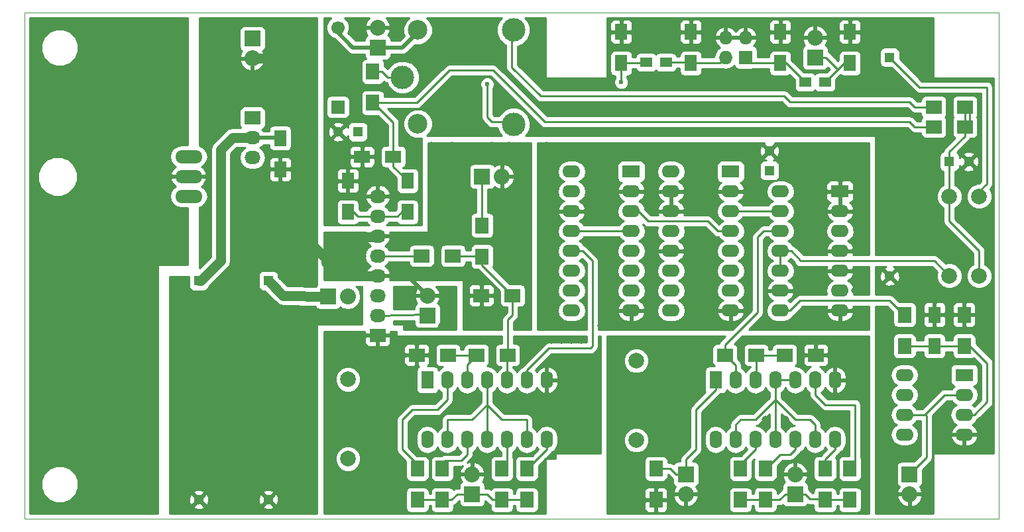
<source format=gbr>
G04 #@! TF.FileFunction,Copper,L2,Bot,Signal*
%FSLAX46Y46*%
G04 Gerber Fmt 4.6, Leading zero omitted, Abs format (unit mm)*
G04 Created by KiCad (PCBNEW (after 2015-mar-04 BZR unknown)-product) date Thu 24 Nov 2016 20:55:00 CET*
%MOMM*%
G01*
G04 APERTURE LIST*
%ADD10C,0.100000*%
%ADD11C,0.970000*%
%ADD12R,2.286000X1.574800*%
%ADD13O,2.286000X1.574800*%
%ADD14R,2.032000X1.727200*%
%ADD15O,2.032000X1.727200*%
%ADD16R,2.032000X2.032000*%
%ADD17O,2.032000X2.032000*%
%ADD18R,1.574800X2.286000*%
%ADD19O,1.574800X2.286000*%
%ADD20O,3.500120X1.699260*%
%ADD21R,1.727200X1.727200*%
%ADD22O,1.727200X1.727200*%
%ADD23C,1.699260*%
%ADD24R,1.699260X1.699260*%
%ADD25R,1.700000X2.000000*%
%ADD26R,2.000000X1.700000*%
%ADD27R,1.600000X2.000000*%
%ADD28R,2.000000X1.600000*%
%ADD29C,1.998980*%
%ADD30R,1.500000X1.250000*%
%ADD31R,1.300000X1.300000*%
%ADD32C,1.300000*%
%ADD33C,2.500000*%
%ADD34C,3.000000*%
%ADD35C,0.600000*%
%ADD36C,0.500000*%
%ADD37C,1.270000*%
%ADD38C,0.250000*%
%ADD39C,0.254000*%
G04 APERTURE END LIST*
D10*
X63500000Y-117475000D02*
X63500000Y-52705000D01*
X187960000Y-117475000D02*
X63500000Y-117475000D01*
X187960000Y-52705000D02*
X187960000Y-117475000D01*
X63500000Y-52705000D02*
X187960000Y-52705000D01*
D11*
X144780000Y-69850000D03*
X86868000Y-74549000D03*
X86868000Y-72771000D03*
X100330000Y-66040000D03*
X100330000Y-67945000D03*
X100330000Y-64135000D03*
X90805000Y-74295000D03*
X90805000Y-73025000D03*
X106680000Y-85090000D03*
X106680000Y-81280000D03*
X106680000Y-82550000D03*
X106680000Y-83820000D03*
X106680000Y-86360000D03*
X125399800Y-69672200D03*
X123190000Y-69672200D03*
X120650000Y-69850000D03*
X118110000Y-69672200D03*
X115417600Y-69672200D03*
X160655000Y-104775000D03*
X158115000Y-104775000D03*
X170815000Y-116205000D03*
X170815000Y-114935000D03*
X170815000Y-112395000D03*
X170815000Y-109855000D03*
X170815000Y-107315000D03*
X170815000Y-104775000D03*
X170815000Y-102235000D03*
X170815000Y-99695000D03*
X170815000Y-97155000D03*
X170815000Y-94615000D03*
X131445000Y-92710000D03*
X134620000Y-92710000D03*
X137160000Y-92710000D03*
X138430000Y-92710000D03*
X140970000Y-92710000D03*
X143510000Y-92710000D03*
X146050000Y-92710000D03*
X148590000Y-92710000D03*
X151130000Y-92710000D03*
X157480000Y-92710000D03*
X153670000Y-92710000D03*
X158115000Y-92710000D03*
X160655000Y-92710000D03*
X163195000Y-92710000D03*
X165735000Y-92710000D03*
X168275000Y-92710000D03*
X170815000Y-90805000D03*
X169545000Y-90805000D03*
X169545000Y-88265000D03*
X170815000Y-88265000D03*
X170815000Y-85725000D03*
X169545000Y-85725000D03*
X169545000Y-83185000D03*
X170815000Y-83185000D03*
X170815000Y-80010000D03*
X170815000Y-77470000D03*
X170815000Y-74930000D03*
X170815000Y-72390000D03*
X168910000Y-69850000D03*
X166370000Y-69850000D03*
X163830000Y-69850000D03*
X161290000Y-69850000D03*
X154305000Y-69850000D03*
X152400000Y-69850000D03*
X149860000Y-69850000D03*
X147320000Y-69850000D03*
X144780000Y-69850000D03*
X142240000Y-69850000D03*
X139700000Y-69850000D03*
X137160000Y-69850000D03*
X134620000Y-69850000D03*
X132080000Y-69850000D03*
X129540000Y-71755000D03*
X129540000Y-74295000D03*
X129540000Y-76835000D03*
X129540000Y-85090000D03*
X129540000Y-87630000D03*
X129540000Y-90170000D03*
X129540000Y-92710000D03*
X129540000Y-81280000D03*
X129540000Y-83185000D03*
X129540000Y-79375000D03*
X126365000Y-92710000D03*
X123825000Y-92710000D03*
X121920000Y-92710000D03*
X120015000Y-92710000D03*
X111125000Y-88265000D03*
X112395000Y-88265000D03*
X116840000Y-88265000D03*
X118110000Y-88265000D03*
X116840000Y-92710000D03*
X118110000Y-92710000D03*
X112395000Y-92710000D03*
X111125000Y-94615000D03*
X132080000Y-94615000D03*
X133350000Y-94615000D03*
X130810000Y-94615000D03*
X128905000Y-94615000D03*
X126365000Y-94615000D03*
X123825000Y-94615000D03*
X121285000Y-94615000D03*
X116205000Y-94615000D03*
X113665000Y-94615000D03*
X111125000Y-94615000D03*
X134620000Y-94615000D03*
X169799000Y-67945000D03*
X167767000Y-67945000D03*
X165735000Y-67945000D03*
X163703000Y-67945000D03*
X161671000Y-67945000D03*
X159639000Y-67945000D03*
X157607000Y-67945000D03*
X116205000Y-67945000D03*
X118237000Y-67945000D03*
X120777000Y-67945000D03*
X123317000Y-67945000D03*
X175260000Y-65405000D03*
X175260000Y-62865000D03*
X107315000Y-97155000D03*
X118745000Y-94615000D03*
X133350000Y-92710000D03*
X130175000Y-69723000D03*
X170815000Y-69850000D03*
X170815000Y-82550000D03*
D12*
X167640000Y-75565000D03*
D13*
X167640000Y-78105000D03*
X167640000Y-80645000D03*
X167640000Y-83185000D03*
X167640000Y-85725000D03*
X167640000Y-88265000D03*
X167640000Y-90805000D03*
X160020000Y-90805000D03*
X160020000Y-88265000D03*
X160020000Y-85725000D03*
X160020000Y-83185000D03*
X160020000Y-80645000D03*
X160020000Y-78105000D03*
X160020000Y-75565000D03*
D11*
X170815000Y-92710000D03*
D12*
X140970000Y-73025000D03*
D13*
X140970000Y-75565000D03*
X140970000Y-78105000D03*
X140970000Y-80645000D03*
X140970000Y-83185000D03*
X140970000Y-85725000D03*
X140970000Y-88265000D03*
X140970000Y-90805000D03*
X133350000Y-90805000D03*
X133350000Y-88265000D03*
X133350000Y-85725000D03*
X133350000Y-83185000D03*
X133350000Y-80645000D03*
X133350000Y-78105000D03*
X133350000Y-75565000D03*
X133350000Y-73025000D03*
D12*
X153670000Y-73025000D03*
D13*
X153670000Y-75565000D03*
X153670000Y-78105000D03*
X153670000Y-80645000D03*
X153670000Y-83185000D03*
X153670000Y-85725000D03*
X153670000Y-88265000D03*
X153670000Y-90805000D03*
X146050000Y-90805000D03*
X146050000Y-88265000D03*
X146050000Y-85725000D03*
X146050000Y-83185000D03*
X146050000Y-80645000D03*
X146050000Y-78105000D03*
X146050000Y-75565000D03*
X146050000Y-73025000D03*
D14*
X92583000Y-66167000D03*
D15*
X92583000Y-68707000D03*
X92583000Y-71247000D03*
D16*
X102235000Y-89027000D03*
D17*
X104775000Y-89027000D03*
D12*
X183515000Y-99060000D03*
D13*
X183515000Y-101600000D03*
X183515000Y-104140000D03*
X183515000Y-106680000D03*
X175895000Y-106680000D03*
X175895000Y-104140000D03*
X175895000Y-101600000D03*
X175895000Y-99060000D03*
D14*
X108585000Y-93980000D03*
D15*
X108585000Y-91440000D03*
X108585000Y-88900000D03*
X108585000Y-86360000D03*
X108585000Y-83820000D03*
X108585000Y-81280000D03*
X108585000Y-78740000D03*
X108585000Y-76200000D03*
D18*
X151765000Y-99695000D03*
D19*
X154305000Y-99695000D03*
X156845000Y-99695000D03*
X159385000Y-99695000D03*
X161925000Y-99695000D03*
X164465000Y-99695000D03*
X167005000Y-99695000D03*
X167005000Y-107315000D03*
X164465000Y-107315000D03*
X161925000Y-107315000D03*
X159385000Y-107315000D03*
X156845000Y-107315000D03*
X154305000Y-107315000D03*
X151765000Y-107315000D03*
D20*
X84455000Y-73660000D03*
X84455000Y-76200000D03*
X84455000Y-71120000D03*
D18*
X114935000Y-99695000D03*
D19*
X117475000Y-99695000D03*
X120015000Y-99695000D03*
X122555000Y-99695000D03*
X125095000Y-99695000D03*
X127635000Y-99695000D03*
X130175000Y-99695000D03*
X130175000Y-107315000D03*
X127635000Y-107315000D03*
X125095000Y-107315000D03*
X122555000Y-107315000D03*
X120015000Y-107315000D03*
X117475000Y-107315000D03*
X114935000Y-107315000D03*
D16*
X147955000Y-111760000D03*
D17*
X147955000Y-114300000D03*
D16*
X161925000Y-114300000D03*
D17*
X161925000Y-111760000D03*
D16*
X92583000Y-56007000D03*
D17*
X92583000Y-58547000D03*
D16*
X121920000Y-73660000D03*
D17*
X124460000Y-73660000D03*
D16*
X108585000Y-57150000D03*
D17*
X108585000Y-54610000D03*
D16*
X176530000Y-111760000D03*
D17*
X176530000Y-114300000D03*
D16*
X120650000Y-114300000D03*
D17*
X120650000Y-111760000D03*
D21*
X155575000Y-58420000D03*
D22*
X155575000Y-55880000D03*
X153035000Y-58420000D03*
X153035000Y-55880000D03*
D23*
X103505000Y-54610000D03*
D24*
X103505000Y-64770000D03*
D25*
X168910000Y-115030000D03*
X168910000Y-111030000D03*
X165735000Y-115030000D03*
X165735000Y-111030000D03*
X158115000Y-115030000D03*
X158115000Y-111030000D03*
X154940000Y-115030000D03*
X154940000Y-111030000D03*
X113665000Y-115030000D03*
X113665000Y-111030000D03*
X127635000Y-115030000D03*
X127635000Y-111030000D03*
X124460000Y-115030000D03*
X124460000Y-111030000D03*
X116840000Y-115030000D03*
X116840000Y-111030000D03*
X144145000Y-111030000D03*
X144145000Y-115030000D03*
D26*
X160560000Y-96520000D03*
X164560000Y-96520000D03*
X156940000Y-96520000D03*
X152940000Y-96520000D03*
X121190000Y-96520000D03*
X125190000Y-96520000D03*
X117570000Y-96520000D03*
X113570000Y-96520000D03*
D27*
X179705000Y-95345000D03*
X179705000Y-91345000D03*
D25*
X175895000Y-91345000D03*
X175895000Y-95345000D03*
X183515000Y-95345000D03*
X183515000Y-91345000D03*
D26*
X114205000Y-83820000D03*
X118205000Y-83820000D03*
D25*
X121920000Y-79915000D03*
X121920000Y-83915000D03*
D27*
X139700000Y-59150000D03*
X139700000Y-55150000D03*
X168910000Y-59150000D03*
X168910000Y-55150000D03*
X148590000Y-59150000D03*
X148590000Y-55150000D03*
X160020000Y-59150000D03*
X160020000Y-55150000D03*
D28*
X110585000Y-71120000D03*
X106585000Y-71120000D03*
D27*
X104775000Y-78200000D03*
X104775000Y-74200000D03*
X112395000Y-74200000D03*
X112395000Y-78200000D03*
D26*
X179610000Y-67310000D03*
X183610000Y-67310000D03*
X183610000Y-64770000D03*
X179610000Y-64770000D03*
D25*
X107950000Y-60230000D03*
X107950000Y-64230000D03*
D29*
X181610000Y-86360000D03*
X181610000Y-76200000D03*
X185420000Y-86360000D03*
X185420000Y-76200000D03*
D30*
X142895000Y-59055000D03*
X145395000Y-59055000D03*
X165715000Y-61595000D03*
X163215000Y-61595000D03*
D29*
X141605000Y-97233740D03*
X141605000Y-107393740D03*
X104775000Y-109776260D03*
X104775000Y-99616260D03*
D27*
X96139000Y-68739000D03*
X96139000Y-72739000D03*
D31*
X85725000Y-86995000D03*
D32*
X85725000Y-114995000D03*
D31*
X94615000Y-86995000D03*
D32*
X94615000Y-114995000D03*
D31*
X173990000Y-58420000D03*
D32*
X173990000Y-86420000D03*
D31*
X181610000Y-71755000D03*
D32*
X184110000Y-71755000D03*
D31*
X106045000Y-67945000D03*
D32*
X103545000Y-67945000D03*
D33*
X113710000Y-54910000D03*
D34*
X125910000Y-54910000D03*
X125960000Y-66960000D03*
D33*
X113710000Y-66910000D03*
D34*
X111760000Y-60960000D03*
D16*
X164465000Y-58420000D03*
D17*
X164465000Y-55880000D03*
D16*
X114935000Y-91440000D03*
D17*
X114935000Y-88900000D03*
D26*
X121825000Y-88900000D03*
X125825000Y-88900000D03*
D31*
X158623000Y-72898000D03*
D32*
X158623000Y-70398000D03*
D35*
X95859600Y-85496400D03*
X133299200Y-68275200D03*
X143840200Y-68275200D03*
X146100800Y-68275200D03*
X153009600Y-68275200D03*
X101981000Y-83693000D03*
X122555000Y-61849000D03*
X139700000Y-61595000D03*
D36*
X92583000Y-68707000D02*
X96107000Y-68707000D01*
X96107000Y-68707000D02*
X96139000Y-68739000D01*
D37*
X85725000Y-86995000D02*
X85979000Y-86995000D01*
X85979000Y-86995000D02*
X88519000Y-84455000D01*
X90043000Y-68707000D02*
X92583000Y-68707000D01*
X88519000Y-70231000D02*
X90043000Y-68707000D01*
X88519000Y-84455000D02*
X88519000Y-70231000D01*
D38*
X178435000Y-104140000D02*
X178562000Y-104140000D01*
X178689000Y-109601000D02*
X176530000Y-111760000D01*
X178689000Y-104267000D02*
X178689000Y-109601000D01*
X178562000Y-104140000D02*
X178689000Y-104267000D01*
X175895000Y-104140000D02*
X178435000Y-104140000D01*
X180975000Y-101600000D02*
X183515000Y-101600000D01*
X178435000Y-104140000D02*
X180975000Y-101600000D01*
X183515000Y-104140000D02*
X184785000Y-104140000D01*
X186436000Y-97536000D02*
X183880000Y-94980000D01*
X186436000Y-102489000D02*
X186436000Y-97536000D01*
X184785000Y-104140000D02*
X186436000Y-102489000D01*
X179705000Y-95345000D02*
X183515000Y-95345000D01*
X175895000Y-95345000D02*
X179705000Y-95345000D01*
D36*
X92786200Y-74295000D02*
X95859600Y-77368400D01*
X95859600Y-77368400D02*
X95859600Y-85496400D01*
X92786200Y-74295000D02*
X90805000Y-74295000D01*
X157607000Y-67945000D02*
X153339800Y-67945000D01*
X146100800Y-68275200D02*
X143840200Y-68275200D01*
X153339800Y-67945000D02*
X153009600Y-68275200D01*
X84455000Y-73660000D02*
X86741000Y-73660000D01*
X86741000Y-73660000D02*
X86868000Y-73787000D01*
X86868000Y-73787000D02*
X86868000Y-74549000D01*
X86868000Y-73533000D02*
X86868000Y-72771000D01*
X86741000Y-73660000D02*
X86868000Y-73533000D01*
X108585000Y-86360000D02*
X112395000Y-86360000D01*
X112395000Y-86360000D02*
X114935000Y-88900000D01*
X96139000Y-72739000D02*
X96139000Y-74803000D01*
X96139000Y-74803000D02*
X98679000Y-77343000D01*
D37*
X101981000Y-83947000D02*
X101981000Y-83693000D01*
X101981000Y-83947000D02*
X101981000Y-84709000D01*
X103632000Y-86360000D02*
X108585000Y-86360000D01*
X101981000Y-84709000D02*
X103632000Y-86360000D01*
X101727000Y-83947000D02*
X101981000Y-83693000D01*
X101981000Y-83693000D02*
X104267000Y-81407000D01*
X95123000Y-58547000D02*
X98679000Y-62103000D01*
X98679000Y-62103000D02*
X98679000Y-77343000D01*
X98679000Y-77343000D02*
X98679000Y-80899000D01*
X98679000Y-80899000D02*
X101727000Y-83947000D01*
X92583000Y-58547000D02*
X95123000Y-58547000D01*
X104267000Y-81407000D02*
X108458000Y-81407000D01*
X108458000Y-81407000D02*
X108585000Y-81280000D01*
D38*
X108585000Y-91440000D02*
X114808000Y-91313000D01*
X114808000Y-91313000D02*
X114935000Y-91440000D01*
X108565000Y-91460000D02*
X108585000Y-91440000D01*
X108585000Y-83820000D02*
X114205000Y-83820000D01*
X111125000Y-78740000D02*
X108585000Y-78740000D01*
X111665000Y-78200000D02*
X111125000Y-78740000D01*
X112395000Y-78200000D02*
X111665000Y-78200000D01*
X106045000Y-78740000D02*
X108585000Y-78740000D01*
X105505000Y-78200000D02*
X106045000Y-78740000D01*
X104775000Y-78200000D02*
X105505000Y-78200000D01*
X153670000Y-78105000D02*
X160020000Y-78105000D01*
X152019000Y-80645000D02*
X153670000Y-80645000D01*
X150749000Y-79375000D02*
X152019000Y-80645000D01*
X143129000Y-79375000D02*
X150749000Y-79375000D01*
X141859000Y-78105000D02*
X143129000Y-79375000D01*
X140970000Y-78105000D02*
X141859000Y-78105000D01*
X144145000Y-111030000D02*
X145955000Y-111030000D01*
X146685000Y-111760000D02*
X147955000Y-111760000D01*
X145955000Y-111030000D02*
X146685000Y-111760000D01*
X147955000Y-111760000D02*
X147955000Y-109855000D01*
X151765000Y-100965000D02*
X151765000Y-99695000D01*
X149225000Y-103505000D02*
X151765000Y-100965000D01*
X149225000Y-108585000D02*
X149225000Y-103505000D01*
X147955000Y-109855000D02*
X149225000Y-108585000D01*
X152940000Y-96520000D02*
X153035000Y-96520000D01*
X153035000Y-96520000D02*
X154305000Y-97790000D01*
X154305000Y-97790000D02*
X154305000Y-99695000D01*
X152940000Y-95218000D02*
X157099000Y-91059000D01*
X157099000Y-91059000D02*
X157099000Y-81407000D01*
X157099000Y-81407000D02*
X157861000Y-80645000D01*
X157861000Y-80645000D02*
X160020000Y-80645000D01*
X152940000Y-96520000D02*
X152940000Y-95218000D01*
X159385000Y-102235000D02*
X161925000Y-104775000D01*
X164465000Y-105410000D02*
X164465000Y-107315000D01*
X163830000Y-104775000D02*
X164465000Y-105410000D01*
X161925000Y-104775000D02*
X163830000Y-104775000D01*
X159385000Y-99695000D02*
X159385000Y-102235000D01*
X154305000Y-105410000D02*
X154305000Y-107315000D01*
X154940000Y-104775000D02*
X154305000Y-105410000D01*
X156845000Y-104775000D02*
X154940000Y-104775000D01*
X159385000Y-102235000D02*
X156845000Y-104775000D01*
X159385000Y-99695000D02*
X159385000Y-107315000D01*
X159385000Y-99695000D02*
X161925000Y-99695000D01*
X158115000Y-111030000D02*
X158210000Y-111030000D01*
X158210000Y-111030000D02*
X160020000Y-109220000D01*
X160020000Y-109220000D02*
X161290000Y-109220000D01*
X161290000Y-109220000D02*
X161925000Y-108585000D01*
X161925000Y-108585000D02*
X161925000Y-107315000D01*
X156845000Y-107315000D02*
X156845000Y-108585000D01*
X156845000Y-108585000D02*
X154940000Y-110490000D01*
X154940000Y-110490000D02*
X154940000Y-111030000D01*
X164465000Y-99695000D02*
X164465000Y-101600000D01*
X169545000Y-102870000D02*
X169545000Y-111030000D01*
X165735000Y-102870000D02*
X169545000Y-102870000D01*
X164465000Y-101600000D02*
X165735000Y-102870000D01*
X167005000Y-107315000D02*
X167005000Y-108585000D01*
X165735000Y-109855000D02*
X165735000Y-111030000D01*
X167005000Y-108585000D02*
X165735000Y-109855000D01*
X156940000Y-96520000D02*
X160560000Y-96520000D01*
X156940000Y-96520000D02*
X156940000Y-99600000D01*
X156940000Y-99600000D02*
X156845000Y-99695000D01*
X133350000Y-80645000D02*
X140970000Y-80645000D01*
X127635000Y-98425000D02*
X130429000Y-95631000D01*
X130429000Y-95631000D02*
X135763000Y-95631000D01*
X135763000Y-95631000D02*
X136017000Y-95377000D01*
X136017000Y-95377000D02*
X136017000Y-84455000D01*
X136017000Y-84455000D02*
X134747000Y-83185000D01*
X134747000Y-83185000D02*
X133350000Y-83185000D01*
X127635000Y-99695000D02*
X127635000Y-98425000D01*
X175800000Y-91345000D02*
X175895000Y-91345000D01*
X161290000Y-90805000D02*
X162560000Y-89535000D01*
X162560000Y-89535000D02*
X173355000Y-89535000D01*
X173355000Y-89535000D02*
X173990000Y-89535000D01*
X173990000Y-89535000D02*
X175800000Y-91345000D01*
X160020000Y-90805000D02*
X161290000Y-90805000D01*
X121920000Y-83915000D02*
X121920000Y-84995000D01*
X121920000Y-84995000D02*
X125825000Y-88900000D01*
X118205000Y-83820000D02*
X121825000Y-83820000D01*
X121825000Y-83820000D02*
X121920000Y-83915000D01*
X125190000Y-96520000D02*
X125190000Y-91980000D01*
X125190000Y-91980000D02*
X125825000Y-91345000D01*
X125825000Y-91345000D02*
X125825000Y-88900000D01*
X125095000Y-99695000D02*
X125095000Y-96615000D01*
X125095000Y-96615000D02*
X125190000Y-96520000D01*
X120015000Y-99695000D02*
X120015000Y-97695000D01*
X120015000Y-97695000D02*
X121190000Y-96520000D01*
X117570000Y-96520000D02*
X121190000Y-96520000D01*
X113665000Y-111030000D02*
X113665000Y-110490000D01*
X113665000Y-110490000D02*
X111760000Y-108585000D01*
X111760000Y-108585000D02*
X111760000Y-104775000D01*
X111760000Y-104775000D02*
X113030000Y-103505000D01*
X113030000Y-103505000D02*
X116205000Y-103505000D01*
X116205000Y-103505000D02*
X117475000Y-102235000D01*
X117475000Y-102235000D02*
X117475000Y-99695000D01*
X130175000Y-107315000D02*
X130175000Y-108585000D01*
X130175000Y-108585000D02*
X127730000Y-111030000D01*
X127730000Y-111030000D02*
X127635000Y-111030000D01*
X125095000Y-107315000D02*
X125095000Y-110395000D01*
X125095000Y-110395000D02*
X124460000Y-111030000D01*
X119253000Y-109982000D02*
X117221000Y-109982000D01*
X120015000Y-109220000D02*
X119253000Y-109982000D01*
X120015000Y-107315000D02*
X120015000Y-109220000D01*
X117221000Y-109982000D02*
X116840000Y-110363000D01*
X116840000Y-110363000D02*
X116840000Y-111030000D01*
X121920000Y-73660000D02*
X121920000Y-79915000D01*
X108585000Y-57150000D02*
X111760000Y-57150000D01*
X111760000Y-57150000D02*
X113710000Y-55200000D01*
X113710000Y-55200000D02*
X113710000Y-54910000D01*
D36*
X113710000Y-55200000D02*
X113710000Y-54910000D01*
X111760000Y-57150000D02*
X113710000Y-55200000D01*
X105410000Y-57150000D02*
X111760000Y-57150000D01*
X103505000Y-55245000D02*
X105410000Y-57150000D01*
X103505000Y-54610000D02*
X103505000Y-55245000D01*
D38*
X148495000Y-59055000D02*
X148590000Y-59150000D01*
X145395000Y-59055000D02*
X148495000Y-59055000D01*
X152305000Y-59150000D02*
X153035000Y-58420000D01*
X148590000Y-59150000D02*
X152305000Y-59150000D01*
X156305000Y-59150000D02*
X155575000Y-58420000D01*
X160020000Y-59150000D02*
X156305000Y-59150000D01*
X160770000Y-59150000D02*
X163215000Y-61595000D01*
X160020000Y-59150000D02*
X160770000Y-59150000D01*
X109125000Y-60230000D02*
X109855000Y-60960000D01*
X109855000Y-60960000D02*
X111760000Y-60960000D01*
X107950000Y-60230000D02*
X109125000Y-60230000D01*
X130175000Y-66675000D02*
X161290000Y-66675000D01*
X177165000Y-67310000D02*
X176530000Y-66675000D01*
X176530000Y-66675000D02*
X161290000Y-66675000D01*
X179610000Y-67310000D02*
X177165000Y-67310000D01*
X130175000Y-66675000D02*
X130175000Y-66675000D01*
X110585000Y-72390000D02*
X112395000Y-74200000D01*
X110585000Y-71120000D02*
X110585000Y-72390000D01*
X110585000Y-66770000D02*
X110585000Y-71120000D01*
X108045000Y-64230000D02*
X110585000Y-66770000D01*
X107950000Y-64230000D02*
X108045000Y-64230000D01*
X129921000Y-66675000D02*
X123317000Y-60071000D01*
X123317000Y-60071000D02*
X117729000Y-60071000D01*
X117729000Y-60071000D02*
X113570000Y-64230000D01*
X113570000Y-64230000D02*
X107950000Y-64230000D01*
X130175000Y-66675000D02*
X129921000Y-66675000D01*
X185420000Y-83185000D02*
X181610000Y-79375000D01*
X181610000Y-79375000D02*
X181610000Y-76200000D01*
X185420000Y-86360000D02*
X185420000Y-83185000D01*
X181610000Y-76200000D02*
X181610000Y-71755000D01*
X184245000Y-67310000D02*
X184245000Y-64770000D01*
X181610000Y-70485000D02*
X183610000Y-68485000D01*
X183610000Y-68485000D02*
X183610000Y-64770000D01*
X181610000Y-71755000D02*
X181610000Y-70485000D01*
X177800000Y-62230000D02*
X173990000Y-58420000D01*
X186410600Y-62230000D02*
X177800000Y-62230000D01*
X186410600Y-74574400D02*
X186410600Y-62230000D01*
X185420000Y-75565000D02*
X186410600Y-74574400D01*
X185420000Y-76200000D02*
X185420000Y-75565000D01*
D37*
X102235000Y-89027000D02*
X96520000Y-88900000D01*
X96520000Y-88900000D02*
X94615000Y-86995000D01*
D38*
X142800000Y-59150000D02*
X142895000Y-59055000D01*
X139700000Y-59150000D02*
X142800000Y-59150000D01*
X125675000Y-66675000D02*
X125960000Y-66960000D01*
X122555000Y-66040000D02*
X123190000Y-66675000D01*
X123190000Y-66675000D02*
X125675000Y-66675000D01*
X139700000Y-59150000D02*
X139700000Y-61595000D01*
X122555000Y-61849000D02*
X122555000Y-66040000D01*
X165735000Y-115030000D02*
X168910000Y-115030000D01*
X161925000Y-114300000D02*
X163195000Y-114300000D01*
X163830000Y-114935000D02*
X165640000Y-114935000D01*
X163195000Y-114300000D02*
X163830000Y-114935000D01*
X165640000Y-114935000D02*
X165735000Y-115030000D01*
X158115000Y-115030000D02*
X159925000Y-115030000D01*
X160655000Y-114300000D02*
X161925000Y-114300000D01*
X159925000Y-115030000D02*
X160655000Y-114300000D01*
X154940000Y-115030000D02*
X158115000Y-115030000D01*
X124460000Y-115030000D02*
X123285000Y-115030000D01*
X122555000Y-114300000D02*
X120650000Y-114300000D01*
X123285000Y-115030000D02*
X122555000Y-114300000D01*
X116840000Y-115030000D02*
X118015000Y-115030000D01*
X118015000Y-115030000D02*
X118745000Y-114300000D01*
X118745000Y-114300000D02*
X120650000Y-114300000D01*
X124460000Y-115030000D02*
X127635000Y-115030000D01*
X113665000Y-115030000D02*
X116840000Y-115030000D01*
X125730000Y-55090000D02*
X125910000Y-54910000D01*
X125730000Y-59690000D02*
X125730000Y-55090000D01*
X129413000Y-63373000D02*
X160528000Y-63373000D01*
X179610000Y-64770000D02*
X177165000Y-64770000D01*
X176530000Y-64135000D02*
X161290000Y-64135000D01*
X177165000Y-64770000D02*
X176530000Y-64135000D01*
X160528000Y-63373000D02*
X161290000Y-64135000D01*
X129413000Y-63373000D02*
X125730000Y-59690000D01*
X160020000Y-83185000D02*
X160020000Y-85725000D01*
X162560000Y-84328000D02*
X161417000Y-83185000D01*
X161417000Y-83185000D02*
X160020000Y-83185000D01*
X181610000Y-86360000D02*
X179705000Y-84455000D01*
X162560000Y-84455000D02*
X179705000Y-84455000D01*
X162560000Y-84455000D02*
X162560000Y-84328000D01*
X167376000Y-59934000D02*
X165715000Y-61595000D01*
X168160000Y-59150000D02*
X167376000Y-59934000D01*
X168910000Y-59150000D02*
X168160000Y-59150000D01*
X165862000Y-58420000D02*
X167376000Y-59934000D01*
X164465000Y-58420000D02*
X165862000Y-58420000D01*
X122555000Y-99695000D02*
X122555000Y-102870000D01*
X122555000Y-102870000D02*
X120650000Y-104775000D01*
X117475000Y-104775000D02*
X117475000Y-107315000D01*
X117475000Y-104775000D02*
X117475000Y-104775000D01*
X120650000Y-104775000D02*
X117475000Y-104775000D01*
X127635000Y-104775000D02*
X127635000Y-107315000D01*
X127635000Y-104775000D02*
X127635000Y-104775000D01*
X124460000Y-104775000D02*
X127635000Y-104775000D01*
X122555000Y-102870000D02*
X124460000Y-104775000D01*
X122555000Y-99695000D02*
X122555000Y-107315000D01*
D39*
G36*
X159019198Y-79374999D02*
X158623778Y-79639211D01*
X158459547Y-79885000D01*
X157861000Y-79885000D01*
X157570161Y-79942852D01*
X157323599Y-80107599D01*
X156561599Y-80869599D01*
X156396852Y-81116161D01*
X156339000Y-81407000D01*
X156339000Y-90744198D01*
X155405010Y-91678188D01*
X155405010Y-91152060D01*
X155282852Y-90932000D01*
X153797000Y-90932000D01*
X153797000Y-92227400D01*
X154152600Y-92227400D01*
X154687262Y-92070525D01*
X155121191Y-91720986D01*
X155388327Y-91231996D01*
X155405010Y-91152060D01*
X155405010Y-91678188D01*
X153865198Y-93218000D01*
X153543000Y-93218000D01*
X153543000Y-92227400D01*
X153543000Y-90932000D01*
X152057148Y-90932000D01*
X151934990Y-91152060D01*
X151951673Y-91231996D01*
X152218809Y-91720986D01*
X152652738Y-92070525D01*
X153187400Y-92227400D01*
X153543000Y-92227400D01*
X153543000Y-93218000D01*
X147862833Y-93218000D01*
X147862833Y-90805000D01*
X147754559Y-90260671D01*
X147446222Y-89799211D01*
X147050801Y-89534999D01*
X147446222Y-89270789D01*
X147754559Y-88809329D01*
X147862833Y-88265000D01*
X147754559Y-87720671D01*
X147446222Y-87259211D01*
X147050801Y-86994999D01*
X147446222Y-86730789D01*
X147754559Y-86269329D01*
X147862833Y-85725000D01*
X147754559Y-85180671D01*
X147446222Y-84719211D01*
X147051170Y-84455246D01*
X147067262Y-84450525D01*
X147501191Y-84100986D01*
X147768327Y-83611996D01*
X147785010Y-83532060D01*
X147662852Y-83312000D01*
X146177000Y-83312000D01*
X146177000Y-83332000D01*
X145923000Y-83332000D01*
X145923000Y-83312000D01*
X144437148Y-83312000D01*
X144314990Y-83532060D01*
X144331673Y-83611996D01*
X144598809Y-84100986D01*
X145032738Y-84450525D01*
X145048829Y-84455246D01*
X144653778Y-84719211D01*
X144345441Y-85180671D01*
X144237167Y-85725000D01*
X144345441Y-86269329D01*
X144653778Y-86730789D01*
X145049198Y-86994999D01*
X144653778Y-87259211D01*
X144345441Y-87720671D01*
X144237167Y-88265000D01*
X144345441Y-88809329D01*
X144653778Y-89270789D01*
X145049198Y-89534999D01*
X144653778Y-89799211D01*
X144345441Y-90260671D01*
X144237167Y-90805000D01*
X144345441Y-91349329D01*
X144653778Y-91810789D01*
X145115238Y-92119126D01*
X145659567Y-92227400D01*
X146440433Y-92227400D01*
X146984762Y-92119126D01*
X147446222Y-91810789D01*
X147754559Y-91349329D01*
X147862833Y-90805000D01*
X147862833Y-93218000D01*
X142705010Y-93218000D01*
X142705010Y-91152060D01*
X142582852Y-90932000D01*
X141097000Y-90932000D01*
X141097000Y-92227400D01*
X141452600Y-92227400D01*
X141987262Y-92070525D01*
X142421191Y-91720986D01*
X142688327Y-91231996D01*
X142705010Y-91152060D01*
X142705010Y-93218000D01*
X140843000Y-93218000D01*
X140843000Y-92227400D01*
X140843000Y-90932000D01*
X139357148Y-90932000D01*
X139234990Y-91152060D01*
X139251673Y-91231996D01*
X139518809Y-91720986D01*
X139952738Y-92070525D01*
X140487400Y-92227400D01*
X140843000Y-92227400D01*
X140843000Y-93218000D01*
X136777000Y-93218000D01*
X136777000Y-84455000D01*
X136719148Y-84164161D01*
X136719148Y-84164160D01*
X136554401Y-83917599D01*
X135284401Y-82647599D01*
X135037839Y-82482852D01*
X134935507Y-82462496D01*
X134746222Y-82179211D01*
X134350801Y-81915000D01*
X134746222Y-81650789D01*
X134910452Y-81405000D01*
X139409547Y-81405000D01*
X139573778Y-81650789D01*
X139969198Y-81915000D01*
X139573778Y-82179211D01*
X139265441Y-82640671D01*
X139157167Y-83185000D01*
X139265441Y-83729329D01*
X139573778Y-84190789D01*
X139969198Y-84454999D01*
X139573778Y-84719211D01*
X139265441Y-85180671D01*
X139157167Y-85725000D01*
X139265441Y-86269329D01*
X139573778Y-86730789D01*
X139969198Y-86994999D01*
X139573778Y-87259211D01*
X139265441Y-87720671D01*
X139157167Y-88265000D01*
X139265441Y-88809329D01*
X139573778Y-89270789D01*
X139968829Y-89534753D01*
X139952738Y-89539475D01*
X139518809Y-89889014D01*
X139251673Y-90378004D01*
X139234990Y-90457940D01*
X139357148Y-90678000D01*
X140843000Y-90678000D01*
X140843000Y-90658000D01*
X141097000Y-90658000D01*
X141097000Y-90678000D01*
X142582852Y-90678000D01*
X142705010Y-90457940D01*
X142688327Y-90378004D01*
X142421191Y-89889014D01*
X141987262Y-89539475D01*
X141971170Y-89534753D01*
X142366222Y-89270789D01*
X142674559Y-88809329D01*
X142782833Y-88265000D01*
X142674559Y-87720671D01*
X142366222Y-87259211D01*
X141970801Y-86994999D01*
X142366222Y-86730789D01*
X142674559Y-86269329D01*
X142782833Y-85725000D01*
X142674559Y-85180671D01*
X142366222Y-84719211D01*
X141970801Y-84454999D01*
X142366222Y-84190789D01*
X142674559Y-83729329D01*
X142782833Y-83185000D01*
X142674559Y-82640671D01*
X142366222Y-82179211D01*
X141970801Y-81915000D01*
X142366222Y-81650789D01*
X142674559Y-81189329D01*
X142782833Y-80645000D01*
X142674559Y-80100671D01*
X142462500Y-79783302D01*
X142591599Y-79912401D01*
X142838160Y-80077148D01*
X142838161Y-80077148D01*
X143129000Y-80135000D01*
X144338612Y-80135000D01*
X144237167Y-80645000D01*
X144345441Y-81189329D01*
X144653778Y-81650789D01*
X145048829Y-81914753D01*
X145032738Y-81919475D01*
X144598809Y-82269014D01*
X144331673Y-82758004D01*
X144314990Y-82837940D01*
X144437148Y-83058000D01*
X145923000Y-83058000D01*
X145923000Y-83038000D01*
X146177000Y-83038000D01*
X146177000Y-83058000D01*
X147662852Y-83058000D01*
X147785010Y-82837940D01*
X147768327Y-82758004D01*
X147501191Y-82269014D01*
X147067262Y-81919475D01*
X147051170Y-81914753D01*
X147446222Y-81650789D01*
X147754559Y-81189329D01*
X147862833Y-80645000D01*
X147761387Y-80135000D01*
X150434198Y-80135000D01*
X151481599Y-81182401D01*
X151728160Y-81347148D01*
X151728161Y-81347148D01*
X152019000Y-81405000D01*
X152109547Y-81405000D01*
X152273778Y-81650789D01*
X152669198Y-81914999D01*
X152273778Y-82179211D01*
X151965441Y-82640671D01*
X151857167Y-83185000D01*
X151965441Y-83729329D01*
X152273778Y-84190789D01*
X152669198Y-84454999D01*
X152273778Y-84719211D01*
X151965441Y-85180671D01*
X151857167Y-85725000D01*
X151965441Y-86269329D01*
X152273778Y-86730789D01*
X152669198Y-86994999D01*
X152273778Y-87259211D01*
X151965441Y-87720671D01*
X151857167Y-88265000D01*
X151965441Y-88809329D01*
X152273778Y-89270789D01*
X152668829Y-89534753D01*
X152652738Y-89539475D01*
X152218809Y-89889014D01*
X151951673Y-90378004D01*
X151934990Y-90457940D01*
X152057148Y-90678000D01*
X153543000Y-90678000D01*
X153543000Y-90658000D01*
X153797000Y-90658000D01*
X153797000Y-90678000D01*
X155282852Y-90678000D01*
X155405010Y-90457940D01*
X155388327Y-90378004D01*
X155121191Y-89889014D01*
X154687262Y-89539475D01*
X154671170Y-89534753D01*
X155066222Y-89270789D01*
X155374559Y-88809329D01*
X155482833Y-88265000D01*
X155374559Y-87720671D01*
X155066222Y-87259211D01*
X154670801Y-86994999D01*
X155066222Y-86730789D01*
X155374559Y-86269329D01*
X155482833Y-85725000D01*
X155374559Y-85180671D01*
X155066222Y-84719211D01*
X154670801Y-84454999D01*
X155066222Y-84190789D01*
X155374559Y-83729329D01*
X155482833Y-83185000D01*
X155374559Y-82640671D01*
X155066222Y-82179211D01*
X154670801Y-81914999D01*
X155066222Y-81650789D01*
X155374559Y-81189329D01*
X155482833Y-80645000D01*
X155374559Y-80100671D01*
X155066222Y-79639211D01*
X154670801Y-79374999D01*
X155066222Y-79110789D01*
X155230452Y-78865000D01*
X158459547Y-78865000D01*
X158623778Y-79110789D01*
X159019198Y-79374999D01*
X159019198Y-79374999D01*
G37*
X159019198Y-79374999D02*
X158623778Y-79639211D01*
X158459547Y-79885000D01*
X157861000Y-79885000D01*
X157570161Y-79942852D01*
X157323599Y-80107599D01*
X156561599Y-80869599D01*
X156396852Y-81116161D01*
X156339000Y-81407000D01*
X156339000Y-90744198D01*
X155405010Y-91678188D01*
X155405010Y-91152060D01*
X155282852Y-90932000D01*
X153797000Y-90932000D01*
X153797000Y-92227400D01*
X154152600Y-92227400D01*
X154687262Y-92070525D01*
X155121191Y-91720986D01*
X155388327Y-91231996D01*
X155405010Y-91152060D01*
X155405010Y-91678188D01*
X153865198Y-93218000D01*
X153543000Y-93218000D01*
X153543000Y-92227400D01*
X153543000Y-90932000D01*
X152057148Y-90932000D01*
X151934990Y-91152060D01*
X151951673Y-91231996D01*
X152218809Y-91720986D01*
X152652738Y-92070525D01*
X153187400Y-92227400D01*
X153543000Y-92227400D01*
X153543000Y-93218000D01*
X147862833Y-93218000D01*
X147862833Y-90805000D01*
X147754559Y-90260671D01*
X147446222Y-89799211D01*
X147050801Y-89534999D01*
X147446222Y-89270789D01*
X147754559Y-88809329D01*
X147862833Y-88265000D01*
X147754559Y-87720671D01*
X147446222Y-87259211D01*
X147050801Y-86994999D01*
X147446222Y-86730789D01*
X147754559Y-86269329D01*
X147862833Y-85725000D01*
X147754559Y-85180671D01*
X147446222Y-84719211D01*
X147051170Y-84455246D01*
X147067262Y-84450525D01*
X147501191Y-84100986D01*
X147768327Y-83611996D01*
X147785010Y-83532060D01*
X147662852Y-83312000D01*
X146177000Y-83312000D01*
X146177000Y-83332000D01*
X145923000Y-83332000D01*
X145923000Y-83312000D01*
X144437148Y-83312000D01*
X144314990Y-83532060D01*
X144331673Y-83611996D01*
X144598809Y-84100986D01*
X145032738Y-84450525D01*
X145048829Y-84455246D01*
X144653778Y-84719211D01*
X144345441Y-85180671D01*
X144237167Y-85725000D01*
X144345441Y-86269329D01*
X144653778Y-86730789D01*
X145049198Y-86994999D01*
X144653778Y-87259211D01*
X144345441Y-87720671D01*
X144237167Y-88265000D01*
X144345441Y-88809329D01*
X144653778Y-89270789D01*
X145049198Y-89534999D01*
X144653778Y-89799211D01*
X144345441Y-90260671D01*
X144237167Y-90805000D01*
X144345441Y-91349329D01*
X144653778Y-91810789D01*
X145115238Y-92119126D01*
X145659567Y-92227400D01*
X146440433Y-92227400D01*
X146984762Y-92119126D01*
X147446222Y-91810789D01*
X147754559Y-91349329D01*
X147862833Y-90805000D01*
X147862833Y-93218000D01*
X142705010Y-93218000D01*
X142705010Y-91152060D01*
X142582852Y-90932000D01*
X141097000Y-90932000D01*
X141097000Y-92227400D01*
X141452600Y-92227400D01*
X141987262Y-92070525D01*
X142421191Y-91720986D01*
X142688327Y-91231996D01*
X142705010Y-91152060D01*
X142705010Y-93218000D01*
X140843000Y-93218000D01*
X140843000Y-92227400D01*
X140843000Y-90932000D01*
X139357148Y-90932000D01*
X139234990Y-91152060D01*
X139251673Y-91231996D01*
X139518809Y-91720986D01*
X139952738Y-92070525D01*
X140487400Y-92227400D01*
X140843000Y-92227400D01*
X140843000Y-93218000D01*
X136777000Y-93218000D01*
X136777000Y-84455000D01*
X136719148Y-84164161D01*
X136719148Y-84164160D01*
X136554401Y-83917599D01*
X135284401Y-82647599D01*
X135037839Y-82482852D01*
X134935507Y-82462496D01*
X134746222Y-82179211D01*
X134350801Y-81915000D01*
X134746222Y-81650789D01*
X134910452Y-81405000D01*
X139409547Y-81405000D01*
X139573778Y-81650789D01*
X139969198Y-81915000D01*
X139573778Y-82179211D01*
X139265441Y-82640671D01*
X139157167Y-83185000D01*
X139265441Y-83729329D01*
X139573778Y-84190789D01*
X139969198Y-84454999D01*
X139573778Y-84719211D01*
X139265441Y-85180671D01*
X139157167Y-85725000D01*
X139265441Y-86269329D01*
X139573778Y-86730789D01*
X139969198Y-86994999D01*
X139573778Y-87259211D01*
X139265441Y-87720671D01*
X139157167Y-88265000D01*
X139265441Y-88809329D01*
X139573778Y-89270789D01*
X139968829Y-89534753D01*
X139952738Y-89539475D01*
X139518809Y-89889014D01*
X139251673Y-90378004D01*
X139234990Y-90457940D01*
X139357148Y-90678000D01*
X140843000Y-90678000D01*
X140843000Y-90658000D01*
X141097000Y-90658000D01*
X141097000Y-90678000D01*
X142582852Y-90678000D01*
X142705010Y-90457940D01*
X142688327Y-90378004D01*
X142421191Y-89889014D01*
X141987262Y-89539475D01*
X141971170Y-89534753D01*
X142366222Y-89270789D01*
X142674559Y-88809329D01*
X142782833Y-88265000D01*
X142674559Y-87720671D01*
X142366222Y-87259211D01*
X141970801Y-86994999D01*
X142366222Y-86730789D01*
X142674559Y-86269329D01*
X142782833Y-85725000D01*
X142674559Y-85180671D01*
X142366222Y-84719211D01*
X141970801Y-84454999D01*
X142366222Y-84190789D01*
X142674559Y-83729329D01*
X142782833Y-83185000D01*
X142674559Y-82640671D01*
X142366222Y-82179211D01*
X141970801Y-81915000D01*
X142366222Y-81650789D01*
X142674559Y-81189329D01*
X142782833Y-80645000D01*
X142674559Y-80100671D01*
X142462500Y-79783302D01*
X142591599Y-79912401D01*
X142838160Y-80077148D01*
X142838161Y-80077148D01*
X143129000Y-80135000D01*
X144338612Y-80135000D01*
X144237167Y-80645000D01*
X144345441Y-81189329D01*
X144653778Y-81650789D01*
X145048829Y-81914753D01*
X145032738Y-81919475D01*
X144598809Y-82269014D01*
X144331673Y-82758004D01*
X144314990Y-82837940D01*
X144437148Y-83058000D01*
X145923000Y-83058000D01*
X145923000Y-83038000D01*
X146177000Y-83038000D01*
X146177000Y-83058000D01*
X147662852Y-83058000D01*
X147785010Y-82837940D01*
X147768327Y-82758004D01*
X147501191Y-82269014D01*
X147067262Y-81919475D01*
X147051170Y-81914753D01*
X147446222Y-81650789D01*
X147754559Y-81189329D01*
X147862833Y-80645000D01*
X147761387Y-80135000D01*
X150434198Y-80135000D01*
X151481599Y-81182401D01*
X151728160Y-81347148D01*
X151728161Y-81347148D01*
X152019000Y-81405000D01*
X152109547Y-81405000D01*
X152273778Y-81650789D01*
X152669198Y-81914999D01*
X152273778Y-82179211D01*
X151965441Y-82640671D01*
X151857167Y-83185000D01*
X151965441Y-83729329D01*
X152273778Y-84190789D01*
X152669198Y-84454999D01*
X152273778Y-84719211D01*
X151965441Y-85180671D01*
X151857167Y-85725000D01*
X151965441Y-86269329D01*
X152273778Y-86730789D01*
X152669198Y-86994999D01*
X152273778Y-87259211D01*
X151965441Y-87720671D01*
X151857167Y-88265000D01*
X151965441Y-88809329D01*
X152273778Y-89270789D01*
X152668829Y-89534753D01*
X152652738Y-89539475D01*
X152218809Y-89889014D01*
X151951673Y-90378004D01*
X151934990Y-90457940D01*
X152057148Y-90678000D01*
X153543000Y-90678000D01*
X153543000Y-90658000D01*
X153797000Y-90658000D01*
X153797000Y-90678000D01*
X155282852Y-90678000D01*
X155405010Y-90457940D01*
X155388327Y-90378004D01*
X155121191Y-89889014D01*
X154687262Y-89539475D01*
X154671170Y-89534753D01*
X155066222Y-89270789D01*
X155374559Y-88809329D01*
X155482833Y-88265000D01*
X155374559Y-87720671D01*
X155066222Y-87259211D01*
X154670801Y-86994999D01*
X155066222Y-86730789D01*
X155374559Y-86269329D01*
X155482833Y-85725000D01*
X155374559Y-85180671D01*
X155066222Y-84719211D01*
X154670801Y-84454999D01*
X155066222Y-84190789D01*
X155374559Y-83729329D01*
X155482833Y-83185000D01*
X155374559Y-82640671D01*
X155066222Y-82179211D01*
X154670801Y-81914999D01*
X155066222Y-81650789D01*
X155374559Y-81189329D01*
X155482833Y-80645000D01*
X155374559Y-80100671D01*
X155066222Y-79639211D01*
X154670801Y-79374999D01*
X155066222Y-79110789D01*
X155230452Y-78865000D01*
X158459547Y-78865000D01*
X158623778Y-79110789D01*
X159019198Y-79374999D01*
G36*
X171323000Y-83695000D02*
X169452833Y-83695000D01*
X169452833Y-80645000D01*
X169418000Y-80469883D01*
X169418000Y-76478709D01*
X169418000Y-75850750D01*
X169418000Y-75279250D01*
X169418000Y-74651291D01*
X169321327Y-74417902D01*
X169142699Y-74239273D01*
X168909310Y-74142600D01*
X168656691Y-74142600D01*
X167925750Y-74142600D01*
X167767000Y-74301350D01*
X167767000Y-75438000D01*
X169259250Y-75438000D01*
X169418000Y-75279250D01*
X169418000Y-75850750D01*
X169259250Y-75692000D01*
X167767000Y-75692000D01*
X167767000Y-76682600D01*
X167767000Y-76828650D01*
X167767000Y-77978000D01*
X169252852Y-77978000D01*
X169375010Y-77757940D01*
X169358327Y-77678004D01*
X169091191Y-77189014D01*
X168840900Y-76987400D01*
X168909310Y-76987400D01*
X169142699Y-76890727D01*
X169321327Y-76712098D01*
X169418000Y-76478709D01*
X169418000Y-80469883D01*
X169344559Y-80100671D01*
X169036222Y-79639211D01*
X168641170Y-79375246D01*
X168657262Y-79370525D01*
X169091191Y-79020986D01*
X169358327Y-78531996D01*
X169375010Y-78452060D01*
X169252852Y-78232000D01*
X167767000Y-78232000D01*
X167767000Y-78252000D01*
X167513000Y-78252000D01*
X167513000Y-78232000D01*
X167513000Y-77978000D01*
X167513000Y-76828650D01*
X167513000Y-76682600D01*
X167513000Y-75692000D01*
X167513000Y-75438000D01*
X167513000Y-74301350D01*
X167354250Y-74142600D01*
X166623309Y-74142600D01*
X166370690Y-74142600D01*
X166137301Y-74239273D01*
X165958673Y-74417902D01*
X165862000Y-74651291D01*
X165862000Y-75279250D01*
X166020750Y-75438000D01*
X167513000Y-75438000D01*
X167513000Y-75692000D01*
X166020750Y-75692000D01*
X165862000Y-75850750D01*
X165862000Y-76478709D01*
X165958673Y-76712098D01*
X166137301Y-76890727D01*
X166370690Y-76987400D01*
X166439099Y-76987400D01*
X166188809Y-77189014D01*
X165921673Y-77678004D01*
X165904990Y-77757940D01*
X166027148Y-77978000D01*
X167513000Y-77978000D01*
X167513000Y-78232000D01*
X166027148Y-78232000D01*
X165904990Y-78452060D01*
X165921673Y-78531996D01*
X166188809Y-79020986D01*
X166622738Y-79370525D01*
X166638829Y-79375246D01*
X166243778Y-79639211D01*
X165935441Y-80100671D01*
X165827167Y-80645000D01*
X165935441Y-81189329D01*
X166243778Y-81650789D01*
X166638829Y-81914753D01*
X166622738Y-81919475D01*
X166188809Y-82269014D01*
X165921673Y-82758004D01*
X165904990Y-82837940D01*
X166027148Y-83058000D01*
X167513000Y-83058000D01*
X167513000Y-83038000D01*
X167767000Y-83038000D01*
X167767000Y-83058000D01*
X169252852Y-83058000D01*
X169375010Y-82837940D01*
X169358327Y-82758004D01*
X169091191Y-82269014D01*
X168657262Y-81919475D01*
X168641170Y-81914753D01*
X169036222Y-81650789D01*
X169344559Y-81189329D01*
X169452833Y-80645000D01*
X169452833Y-83695000D01*
X169312981Y-83695000D01*
X169358327Y-83611996D01*
X169375010Y-83532060D01*
X169252852Y-83312000D01*
X167767000Y-83312000D01*
X167767000Y-83332000D01*
X167513000Y-83332000D01*
X167513000Y-83312000D01*
X166027148Y-83312000D01*
X165904990Y-83532060D01*
X165921673Y-83611996D01*
X165967018Y-83695000D01*
X163001802Y-83695000D01*
X161954401Y-82647599D01*
X161707839Y-82482852D01*
X161605507Y-82462496D01*
X161416222Y-82179211D01*
X161020801Y-81914999D01*
X161416222Y-81650789D01*
X161724559Y-81189329D01*
X161832833Y-80645000D01*
X161724559Y-80100671D01*
X161416222Y-79639211D01*
X161020801Y-79374999D01*
X161416222Y-79110789D01*
X161724559Y-78649329D01*
X161832833Y-78105000D01*
X161724559Y-77560671D01*
X161416222Y-77099211D01*
X161020801Y-76834999D01*
X161416222Y-76570789D01*
X161724559Y-76109329D01*
X161832833Y-75565000D01*
X161724559Y-75020671D01*
X161416222Y-74559211D01*
X160954762Y-74250874D01*
X160410433Y-74142600D01*
X159920622Y-74142600D01*
X159920622Y-70578922D01*
X159891083Y-70068572D01*
X159752611Y-69734271D01*
X159522016Y-69678590D01*
X158802605Y-70398000D01*
X159522016Y-71117410D01*
X159752611Y-71061729D01*
X159920622Y-70578922D01*
X159920622Y-74142600D01*
X159920440Y-74142600D01*
X159920440Y-73548000D01*
X159920440Y-72248000D01*
X159873463Y-72005877D01*
X159733673Y-71793073D01*
X159522640Y-71650623D01*
X159273000Y-71600560D01*
X159110614Y-71600560D01*
X159286729Y-71527611D01*
X159342410Y-71297016D01*
X158623000Y-70577605D01*
X158443395Y-70757210D01*
X158443395Y-70398000D01*
X157723984Y-69678590D01*
X157493389Y-69734271D01*
X157325378Y-70217078D01*
X157354917Y-70727428D01*
X157493389Y-71061729D01*
X157723984Y-71117410D01*
X158443395Y-70398000D01*
X158443395Y-70757210D01*
X157903590Y-71297016D01*
X157959271Y-71527611D01*
X158168901Y-71600560D01*
X157973000Y-71600560D01*
X157730877Y-71647537D01*
X157518073Y-71787327D01*
X157375623Y-71998360D01*
X157325560Y-72248000D01*
X157325560Y-73548000D01*
X157372537Y-73790123D01*
X157512327Y-74002927D01*
X157723360Y-74145377D01*
X157973000Y-74195440D01*
X159273000Y-74195440D01*
X159515123Y-74148463D01*
X159727927Y-74008673D01*
X159870377Y-73797640D01*
X159920440Y-73548000D01*
X159920440Y-74142600D01*
X159629567Y-74142600D01*
X159085238Y-74250874D01*
X158623778Y-74559211D01*
X158315441Y-75020671D01*
X158207167Y-75565000D01*
X158315441Y-76109329D01*
X158623778Y-76570789D01*
X159019198Y-76834999D01*
X158623778Y-77099211D01*
X158459547Y-77345000D01*
X155460440Y-77345000D01*
X155460440Y-73812400D01*
X155460440Y-72237600D01*
X155413463Y-71995477D01*
X155273673Y-71782673D01*
X155062640Y-71640223D01*
X154813000Y-71590160D01*
X152527000Y-71590160D01*
X152284877Y-71637137D01*
X152072073Y-71776927D01*
X151929623Y-71987960D01*
X151879560Y-72237600D01*
X151879560Y-73812400D01*
X151926537Y-74054523D01*
X152066327Y-74267327D01*
X152277360Y-74409777D01*
X152468275Y-74448063D01*
X152218809Y-74649014D01*
X151951673Y-75138004D01*
X151934990Y-75217940D01*
X152057148Y-75438000D01*
X153543000Y-75438000D01*
X153543000Y-75418000D01*
X153797000Y-75418000D01*
X153797000Y-75438000D01*
X155282852Y-75438000D01*
X155405010Y-75217940D01*
X155388327Y-75138004D01*
X155121191Y-74649014D01*
X154872107Y-74448371D01*
X155055123Y-74412863D01*
X155267927Y-74273073D01*
X155410377Y-74062040D01*
X155460440Y-73812400D01*
X155460440Y-77345000D01*
X155230452Y-77345000D01*
X155066222Y-77099211D01*
X154671170Y-76835246D01*
X154687262Y-76830525D01*
X155121191Y-76480986D01*
X155388327Y-75991996D01*
X155405010Y-75912060D01*
X155282852Y-75692000D01*
X153797000Y-75692000D01*
X153797000Y-75712000D01*
X153543000Y-75712000D01*
X153543000Y-75692000D01*
X152057148Y-75692000D01*
X151934990Y-75912060D01*
X151951673Y-75991996D01*
X152218809Y-76480986D01*
X152652738Y-76830525D01*
X152668829Y-76835246D01*
X152273778Y-77099211D01*
X151965441Y-77560671D01*
X151857167Y-78105000D01*
X151965441Y-78649329D01*
X152273778Y-79110789D01*
X152669198Y-79374999D01*
X152273778Y-79639211D01*
X152199371Y-79750569D01*
X151286401Y-78837599D01*
X151039839Y-78672852D01*
X150749000Y-78615000D01*
X147862833Y-78615000D01*
X147862833Y-73025000D01*
X147754559Y-72480671D01*
X147446222Y-72019211D01*
X146984762Y-71710874D01*
X146440433Y-71602600D01*
X145659567Y-71602600D01*
X145115238Y-71710874D01*
X144653778Y-72019211D01*
X144345441Y-72480671D01*
X144237167Y-73025000D01*
X144345441Y-73569329D01*
X144653778Y-74030789D01*
X145048829Y-74294753D01*
X145032738Y-74299475D01*
X144598809Y-74649014D01*
X144331673Y-75138004D01*
X144314990Y-75217940D01*
X144437148Y-75438000D01*
X145923000Y-75438000D01*
X145923000Y-75418000D01*
X146177000Y-75418000D01*
X146177000Y-75438000D01*
X147662852Y-75438000D01*
X147785010Y-75217940D01*
X147768327Y-75138004D01*
X147501191Y-74649014D01*
X147067262Y-74299475D01*
X147051170Y-74294753D01*
X147446222Y-74030789D01*
X147754559Y-73569329D01*
X147862833Y-73025000D01*
X147862833Y-78615000D01*
X147722981Y-78615000D01*
X147768327Y-78531996D01*
X147785010Y-78452060D01*
X147785010Y-77757940D01*
X147768327Y-77678004D01*
X147501191Y-77189014D01*
X147067262Y-76839475D01*
X147052010Y-76835000D01*
X147067262Y-76830525D01*
X147501191Y-76480986D01*
X147768327Y-75991996D01*
X147785010Y-75912060D01*
X147662852Y-75692000D01*
X146177000Y-75692000D01*
X146177000Y-76682600D01*
X146177000Y-76987400D01*
X146177000Y-77978000D01*
X147662852Y-77978000D01*
X147785010Y-77757940D01*
X147785010Y-78452060D01*
X147662852Y-78232000D01*
X146177000Y-78232000D01*
X146177000Y-78252000D01*
X145923000Y-78252000D01*
X145923000Y-78232000D01*
X145923000Y-77978000D01*
X145923000Y-76987400D01*
X145923000Y-76682600D01*
X145923000Y-75692000D01*
X144437148Y-75692000D01*
X144314990Y-75912060D01*
X144331673Y-75991996D01*
X144598809Y-76480986D01*
X145032738Y-76830525D01*
X145047989Y-76835000D01*
X145032738Y-76839475D01*
X144598809Y-77189014D01*
X144331673Y-77678004D01*
X144314990Y-77757940D01*
X144437148Y-77978000D01*
X145923000Y-77978000D01*
X145923000Y-78232000D01*
X144437148Y-78232000D01*
X144314990Y-78452060D01*
X144331673Y-78531996D01*
X144377018Y-78615000D01*
X143443802Y-78615000D01*
X142760440Y-77931638D01*
X142760440Y-73812400D01*
X142760440Y-72237600D01*
X142713463Y-71995477D01*
X142573673Y-71782673D01*
X142362640Y-71640223D01*
X142113000Y-71590160D01*
X139827000Y-71590160D01*
X139584877Y-71637137D01*
X139372073Y-71776927D01*
X139229623Y-71987960D01*
X139179560Y-72237600D01*
X139179560Y-73812400D01*
X139226537Y-74054523D01*
X139366327Y-74267327D01*
X139577360Y-74409777D01*
X139768275Y-74448063D01*
X139518809Y-74649014D01*
X139251673Y-75138004D01*
X139234990Y-75217940D01*
X139357148Y-75438000D01*
X140843000Y-75438000D01*
X140843000Y-75418000D01*
X141097000Y-75418000D01*
X141097000Y-75438000D01*
X142582852Y-75438000D01*
X142705010Y-75217940D01*
X142688327Y-75138004D01*
X142421191Y-74649014D01*
X142172107Y-74448371D01*
X142355123Y-74412863D01*
X142567927Y-74273073D01*
X142710377Y-74062040D01*
X142760440Y-73812400D01*
X142760440Y-77931638D01*
X142745346Y-77916544D01*
X142674559Y-77560671D01*
X142366222Y-77099211D01*
X141971170Y-76835246D01*
X141987262Y-76830525D01*
X142421191Y-76480986D01*
X142688327Y-75991996D01*
X142705010Y-75912060D01*
X142582852Y-75692000D01*
X141097000Y-75692000D01*
X141097000Y-75712000D01*
X140843000Y-75712000D01*
X140843000Y-75692000D01*
X139357148Y-75692000D01*
X139234990Y-75912060D01*
X139251673Y-75991996D01*
X139518809Y-76480986D01*
X139952738Y-76830525D01*
X139968829Y-76835246D01*
X139573778Y-77099211D01*
X139265441Y-77560671D01*
X139157167Y-78105000D01*
X139265441Y-78649329D01*
X139573778Y-79110789D01*
X139969198Y-79375000D01*
X139573778Y-79639211D01*
X139409547Y-79885000D01*
X135162833Y-79885000D01*
X135162833Y-75565000D01*
X135054559Y-75020671D01*
X134746222Y-74559211D01*
X134350801Y-74295000D01*
X134746222Y-74030789D01*
X135054559Y-73569329D01*
X135162833Y-73025000D01*
X135054559Y-72480671D01*
X134746222Y-72019211D01*
X134284762Y-71710874D01*
X133740433Y-71602600D01*
X132959567Y-71602600D01*
X132415238Y-71710874D01*
X131953778Y-72019211D01*
X131645441Y-72480671D01*
X131537167Y-73025000D01*
X131645441Y-73569329D01*
X131953778Y-74030789D01*
X132349198Y-74295000D01*
X131953778Y-74559211D01*
X131645441Y-75020671D01*
X131537167Y-75565000D01*
X131645441Y-76109329D01*
X131953778Y-76570789D01*
X132348829Y-76834753D01*
X132332738Y-76839475D01*
X131898809Y-77189014D01*
X131631673Y-77678004D01*
X131614990Y-77757940D01*
X131737148Y-77978000D01*
X133223000Y-77978000D01*
X133223000Y-77958000D01*
X133477000Y-77958000D01*
X133477000Y-77978000D01*
X134962852Y-77978000D01*
X135085010Y-77757940D01*
X135068327Y-77678004D01*
X134801191Y-77189014D01*
X134367262Y-76839475D01*
X134351170Y-76834753D01*
X134746222Y-76570789D01*
X135054559Y-76109329D01*
X135162833Y-75565000D01*
X135162833Y-79885000D01*
X134910452Y-79885000D01*
X134746222Y-79639211D01*
X134351170Y-79375246D01*
X134367262Y-79370525D01*
X134801191Y-79020986D01*
X135068327Y-78531996D01*
X135085010Y-78452060D01*
X134962852Y-78232000D01*
X133477000Y-78232000D01*
X133477000Y-78252000D01*
X133223000Y-78252000D01*
X133223000Y-78232000D01*
X131737148Y-78232000D01*
X131614990Y-78452060D01*
X131631673Y-78531996D01*
X131898809Y-79020986D01*
X132332738Y-79370525D01*
X132348829Y-79375246D01*
X131953778Y-79639211D01*
X131645441Y-80100671D01*
X131537167Y-80645000D01*
X131645441Y-81189329D01*
X131953778Y-81650789D01*
X132349198Y-81915000D01*
X131953778Y-82179211D01*
X131645441Y-82640671D01*
X131537167Y-83185000D01*
X131645441Y-83729329D01*
X131953778Y-84190789D01*
X132349198Y-84455000D01*
X131953778Y-84719211D01*
X131645441Y-85180671D01*
X131537167Y-85725000D01*
X131645441Y-86269329D01*
X131953778Y-86730789D01*
X132349198Y-86994999D01*
X131953778Y-87259211D01*
X131645441Y-87720671D01*
X131537167Y-88265000D01*
X131645441Y-88809329D01*
X131953778Y-89270789D01*
X132349198Y-89534999D01*
X131953778Y-89799211D01*
X131645441Y-90260671D01*
X131537167Y-90805000D01*
X131645441Y-91349329D01*
X131953778Y-91810789D01*
X132415238Y-92119126D01*
X132959567Y-92227400D01*
X133740433Y-92227400D01*
X134284762Y-92119126D01*
X134746222Y-91810789D01*
X135054559Y-91349329D01*
X135162833Y-90805000D01*
X135054559Y-90260671D01*
X134746222Y-89799211D01*
X134350801Y-89534999D01*
X134746222Y-89270789D01*
X135054559Y-88809329D01*
X135162833Y-88265000D01*
X135054559Y-87720671D01*
X134746222Y-87259211D01*
X134350801Y-86994999D01*
X134746222Y-86730789D01*
X135054559Y-86269329D01*
X135162833Y-85725000D01*
X135054559Y-85180671D01*
X134746222Y-84719211D01*
X134350801Y-84455000D01*
X134705318Y-84218120D01*
X135257000Y-84769802D01*
X135257000Y-93218000D01*
X129032000Y-93218000D01*
X129032000Y-69342000D01*
X157941496Y-69342000D01*
X157903590Y-69498984D01*
X158623000Y-70218395D01*
X159342410Y-69498984D01*
X159304503Y-69342000D01*
X171323000Y-69342000D01*
X171323000Y-83695000D01*
X171323000Y-83695000D01*
G37*
X171323000Y-83695000D02*
X169452833Y-83695000D01*
X169452833Y-80645000D01*
X169418000Y-80469883D01*
X169418000Y-76478709D01*
X169418000Y-75850750D01*
X169418000Y-75279250D01*
X169418000Y-74651291D01*
X169321327Y-74417902D01*
X169142699Y-74239273D01*
X168909310Y-74142600D01*
X168656691Y-74142600D01*
X167925750Y-74142600D01*
X167767000Y-74301350D01*
X167767000Y-75438000D01*
X169259250Y-75438000D01*
X169418000Y-75279250D01*
X169418000Y-75850750D01*
X169259250Y-75692000D01*
X167767000Y-75692000D01*
X167767000Y-76682600D01*
X167767000Y-76828650D01*
X167767000Y-77978000D01*
X169252852Y-77978000D01*
X169375010Y-77757940D01*
X169358327Y-77678004D01*
X169091191Y-77189014D01*
X168840900Y-76987400D01*
X168909310Y-76987400D01*
X169142699Y-76890727D01*
X169321327Y-76712098D01*
X169418000Y-76478709D01*
X169418000Y-80469883D01*
X169344559Y-80100671D01*
X169036222Y-79639211D01*
X168641170Y-79375246D01*
X168657262Y-79370525D01*
X169091191Y-79020986D01*
X169358327Y-78531996D01*
X169375010Y-78452060D01*
X169252852Y-78232000D01*
X167767000Y-78232000D01*
X167767000Y-78252000D01*
X167513000Y-78252000D01*
X167513000Y-78232000D01*
X167513000Y-77978000D01*
X167513000Y-76828650D01*
X167513000Y-76682600D01*
X167513000Y-75692000D01*
X167513000Y-75438000D01*
X167513000Y-74301350D01*
X167354250Y-74142600D01*
X166623309Y-74142600D01*
X166370690Y-74142600D01*
X166137301Y-74239273D01*
X165958673Y-74417902D01*
X165862000Y-74651291D01*
X165862000Y-75279250D01*
X166020750Y-75438000D01*
X167513000Y-75438000D01*
X167513000Y-75692000D01*
X166020750Y-75692000D01*
X165862000Y-75850750D01*
X165862000Y-76478709D01*
X165958673Y-76712098D01*
X166137301Y-76890727D01*
X166370690Y-76987400D01*
X166439099Y-76987400D01*
X166188809Y-77189014D01*
X165921673Y-77678004D01*
X165904990Y-77757940D01*
X166027148Y-77978000D01*
X167513000Y-77978000D01*
X167513000Y-78232000D01*
X166027148Y-78232000D01*
X165904990Y-78452060D01*
X165921673Y-78531996D01*
X166188809Y-79020986D01*
X166622738Y-79370525D01*
X166638829Y-79375246D01*
X166243778Y-79639211D01*
X165935441Y-80100671D01*
X165827167Y-80645000D01*
X165935441Y-81189329D01*
X166243778Y-81650789D01*
X166638829Y-81914753D01*
X166622738Y-81919475D01*
X166188809Y-82269014D01*
X165921673Y-82758004D01*
X165904990Y-82837940D01*
X166027148Y-83058000D01*
X167513000Y-83058000D01*
X167513000Y-83038000D01*
X167767000Y-83038000D01*
X167767000Y-83058000D01*
X169252852Y-83058000D01*
X169375010Y-82837940D01*
X169358327Y-82758004D01*
X169091191Y-82269014D01*
X168657262Y-81919475D01*
X168641170Y-81914753D01*
X169036222Y-81650789D01*
X169344559Y-81189329D01*
X169452833Y-80645000D01*
X169452833Y-83695000D01*
X169312981Y-83695000D01*
X169358327Y-83611996D01*
X169375010Y-83532060D01*
X169252852Y-83312000D01*
X167767000Y-83312000D01*
X167767000Y-83332000D01*
X167513000Y-83332000D01*
X167513000Y-83312000D01*
X166027148Y-83312000D01*
X165904990Y-83532060D01*
X165921673Y-83611996D01*
X165967018Y-83695000D01*
X163001802Y-83695000D01*
X161954401Y-82647599D01*
X161707839Y-82482852D01*
X161605507Y-82462496D01*
X161416222Y-82179211D01*
X161020801Y-81914999D01*
X161416222Y-81650789D01*
X161724559Y-81189329D01*
X161832833Y-80645000D01*
X161724559Y-80100671D01*
X161416222Y-79639211D01*
X161020801Y-79374999D01*
X161416222Y-79110789D01*
X161724559Y-78649329D01*
X161832833Y-78105000D01*
X161724559Y-77560671D01*
X161416222Y-77099211D01*
X161020801Y-76834999D01*
X161416222Y-76570789D01*
X161724559Y-76109329D01*
X161832833Y-75565000D01*
X161724559Y-75020671D01*
X161416222Y-74559211D01*
X160954762Y-74250874D01*
X160410433Y-74142600D01*
X159920622Y-74142600D01*
X159920622Y-70578922D01*
X159891083Y-70068572D01*
X159752611Y-69734271D01*
X159522016Y-69678590D01*
X158802605Y-70398000D01*
X159522016Y-71117410D01*
X159752611Y-71061729D01*
X159920622Y-70578922D01*
X159920622Y-74142600D01*
X159920440Y-74142600D01*
X159920440Y-73548000D01*
X159920440Y-72248000D01*
X159873463Y-72005877D01*
X159733673Y-71793073D01*
X159522640Y-71650623D01*
X159273000Y-71600560D01*
X159110614Y-71600560D01*
X159286729Y-71527611D01*
X159342410Y-71297016D01*
X158623000Y-70577605D01*
X158443395Y-70757210D01*
X158443395Y-70398000D01*
X157723984Y-69678590D01*
X157493389Y-69734271D01*
X157325378Y-70217078D01*
X157354917Y-70727428D01*
X157493389Y-71061729D01*
X157723984Y-71117410D01*
X158443395Y-70398000D01*
X158443395Y-70757210D01*
X157903590Y-71297016D01*
X157959271Y-71527611D01*
X158168901Y-71600560D01*
X157973000Y-71600560D01*
X157730877Y-71647537D01*
X157518073Y-71787327D01*
X157375623Y-71998360D01*
X157325560Y-72248000D01*
X157325560Y-73548000D01*
X157372537Y-73790123D01*
X157512327Y-74002927D01*
X157723360Y-74145377D01*
X157973000Y-74195440D01*
X159273000Y-74195440D01*
X159515123Y-74148463D01*
X159727927Y-74008673D01*
X159870377Y-73797640D01*
X159920440Y-73548000D01*
X159920440Y-74142600D01*
X159629567Y-74142600D01*
X159085238Y-74250874D01*
X158623778Y-74559211D01*
X158315441Y-75020671D01*
X158207167Y-75565000D01*
X158315441Y-76109329D01*
X158623778Y-76570789D01*
X159019198Y-76834999D01*
X158623778Y-77099211D01*
X158459547Y-77345000D01*
X155460440Y-77345000D01*
X155460440Y-73812400D01*
X155460440Y-72237600D01*
X155413463Y-71995477D01*
X155273673Y-71782673D01*
X155062640Y-71640223D01*
X154813000Y-71590160D01*
X152527000Y-71590160D01*
X152284877Y-71637137D01*
X152072073Y-71776927D01*
X151929623Y-71987960D01*
X151879560Y-72237600D01*
X151879560Y-73812400D01*
X151926537Y-74054523D01*
X152066327Y-74267327D01*
X152277360Y-74409777D01*
X152468275Y-74448063D01*
X152218809Y-74649014D01*
X151951673Y-75138004D01*
X151934990Y-75217940D01*
X152057148Y-75438000D01*
X153543000Y-75438000D01*
X153543000Y-75418000D01*
X153797000Y-75418000D01*
X153797000Y-75438000D01*
X155282852Y-75438000D01*
X155405010Y-75217940D01*
X155388327Y-75138004D01*
X155121191Y-74649014D01*
X154872107Y-74448371D01*
X155055123Y-74412863D01*
X155267927Y-74273073D01*
X155410377Y-74062040D01*
X155460440Y-73812400D01*
X155460440Y-77345000D01*
X155230452Y-77345000D01*
X155066222Y-77099211D01*
X154671170Y-76835246D01*
X154687262Y-76830525D01*
X155121191Y-76480986D01*
X155388327Y-75991996D01*
X155405010Y-75912060D01*
X155282852Y-75692000D01*
X153797000Y-75692000D01*
X153797000Y-75712000D01*
X153543000Y-75712000D01*
X153543000Y-75692000D01*
X152057148Y-75692000D01*
X151934990Y-75912060D01*
X151951673Y-75991996D01*
X152218809Y-76480986D01*
X152652738Y-76830525D01*
X152668829Y-76835246D01*
X152273778Y-77099211D01*
X151965441Y-77560671D01*
X151857167Y-78105000D01*
X151965441Y-78649329D01*
X152273778Y-79110789D01*
X152669198Y-79374999D01*
X152273778Y-79639211D01*
X152199371Y-79750569D01*
X151286401Y-78837599D01*
X151039839Y-78672852D01*
X150749000Y-78615000D01*
X147862833Y-78615000D01*
X147862833Y-73025000D01*
X147754559Y-72480671D01*
X147446222Y-72019211D01*
X146984762Y-71710874D01*
X146440433Y-71602600D01*
X145659567Y-71602600D01*
X145115238Y-71710874D01*
X144653778Y-72019211D01*
X144345441Y-72480671D01*
X144237167Y-73025000D01*
X144345441Y-73569329D01*
X144653778Y-74030789D01*
X145048829Y-74294753D01*
X145032738Y-74299475D01*
X144598809Y-74649014D01*
X144331673Y-75138004D01*
X144314990Y-75217940D01*
X144437148Y-75438000D01*
X145923000Y-75438000D01*
X145923000Y-75418000D01*
X146177000Y-75418000D01*
X146177000Y-75438000D01*
X147662852Y-75438000D01*
X147785010Y-75217940D01*
X147768327Y-75138004D01*
X147501191Y-74649014D01*
X147067262Y-74299475D01*
X147051170Y-74294753D01*
X147446222Y-74030789D01*
X147754559Y-73569329D01*
X147862833Y-73025000D01*
X147862833Y-78615000D01*
X147722981Y-78615000D01*
X147768327Y-78531996D01*
X147785010Y-78452060D01*
X147785010Y-77757940D01*
X147768327Y-77678004D01*
X147501191Y-77189014D01*
X147067262Y-76839475D01*
X147052010Y-76835000D01*
X147067262Y-76830525D01*
X147501191Y-76480986D01*
X147768327Y-75991996D01*
X147785010Y-75912060D01*
X147662852Y-75692000D01*
X146177000Y-75692000D01*
X146177000Y-76682600D01*
X146177000Y-76987400D01*
X146177000Y-77978000D01*
X147662852Y-77978000D01*
X147785010Y-77757940D01*
X147785010Y-78452060D01*
X147662852Y-78232000D01*
X146177000Y-78232000D01*
X146177000Y-78252000D01*
X145923000Y-78252000D01*
X145923000Y-78232000D01*
X145923000Y-77978000D01*
X145923000Y-76987400D01*
X145923000Y-76682600D01*
X145923000Y-75692000D01*
X144437148Y-75692000D01*
X144314990Y-75912060D01*
X144331673Y-75991996D01*
X144598809Y-76480986D01*
X145032738Y-76830525D01*
X145047989Y-76835000D01*
X145032738Y-76839475D01*
X144598809Y-77189014D01*
X144331673Y-77678004D01*
X144314990Y-77757940D01*
X144437148Y-77978000D01*
X145923000Y-77978000D01*
X145923000Y-78232000D01*
X144437148Y-78232000D01*
X144314990Y-78452060D01*
X144331673Y-78531996D01*
X144377018Y-78615000D01*
X143443802Y-78615000D01*
X142760440Y-77931638D01*
X142760440Y-73812400D01*
X142760440Y-72237600D01*
X142713463Y-71995477D01*
X142573673Y-71782673D01*
X142362640Y-71640223D01*
X142113000Y-71590160D01*
X139827000Y-71590160D01*
X139584877Y-71637137D01*
X139372073Y-71776927D01*
X139229623Y-71987960D01*
X139179560Y-72237600D01*
X139179560Y-73812400D01*
X139226537Y-74054523D01*
X139366327Y-74267327D01*
X139577360Y-74409777D01*
X139768275Y-74448063D01*
X139518809Y-74649014D01*
X139251673Y-75138004D01*
X139234990Y-75217940D01*
X139357148Y-75438000D01*
X140843000Y-75438000D01*
X140843000Y-75418000D01*
X141097000Y-75418000D01*
X141097000Y-75438000D01*
X142582852Y-75438000D01*
X142705010Y-75217940D01*
X142688327Y-75138004D01*
X142421191Y-74649014D01*
X142172107Y-74448371D01*
X142355123Y-74412863D01*
X142567927Y-74273073D01*
X142710377Y-74062040D01*
X142760440Y-73812400D01*
X142760440Y-77931638D01*
X142745346Y-77916544D01*
X142674559Y-77560671D01*
X142366222Y-77099211D01*
X141971170Y-76835246D01*
X141987262Y-76830525D01*
X142421191Y-76480986D01*
X142688327Y-75991996D01*
X142705010Y-75912060D01*
X142582852Y-75692000D01*
X141097000Y-75692000D01*
X141097000Y-75712000D01*
X140843000Y-75712000D01*
X140843000Y-75692000D01*
X139357148Y-75692000D01*
X139234990Y-75912060D01*
X139251673Y-75991996D01*
X139518809Y-76480986D01*
X139952738Y-76830525D01*
X139968829Y-76835246D01*
X139573778Y-77099211D01*
X139265441Y-77560671D01*
X139157167Y-78105000D01*
X139265441Y-78649329D01*
X139573778Y-79110789D01*
X139969198Y-79375000D01*
X139573778Y-79639211D01*
X139409547Y-79885000D01*
X135162833Y-79885000D01*
X135162833Y-75565000D01*
X135054559Y-75020671D01*
X134746222Y-74559211D01*
X134350801Y-74295000D01*
X134746222Y-74030789D01*
X135054559Y-73569329D01*
X135162833Y-73025000D01*
X135054559Y-72480671D01*
X134746222Y-72019211D01*
X134284762Y-71710874D01*
X133740433Y-71602600D01*
X132959567Y-71602600D01*
X132415238Y-71710874D01*
X131953778Y-72019211D01*
X131645441Y-72480671D01*
X131537167Y-73025000D01*
X131645441Y-73569329D01*
X131953778Y-74030789D01*
X132349198Y-74295000D01*
X131953778Y-74559211D01*
X131645441Y-75020671D01*
X131537167Y-75565000D01*
X131645441Y-76109329D01*
X131953778Y-76570789D01*
X132348829Y-76834753D01*
X132332738Y-76839475D01*
X131898809Y-77189014D01*
X131631673Y-77678004D01*
X131614990Y-77757940D01*
X131737148Y-77978000D01*
X133223000Y-77978000D01*
X133223000Y-77958000D01*
X133477000Y-77958000D01*
X133477000Y-77978000D01*
X134962852Y-77978000D01*
X135085010Y-77757940D01*
X135068327Y-77678004D01*
X134801191Y-77189014D01*
X134367262Y-76839475D01*
X134351170Y-76834753D01*
X134746222Y-76570789D01*
X135054559Y-76109329D01*
X135162833Y-75565000D01*
X135162833Y-79885000D01*
X134910452Y-79885000D01*
X134746222Y-79639211D01*
X134351170Y-79375246D01*
X134367262Y-79370525D01*
X134801191Y-79020986D01*
X135068327Y-78531996D01*
X135085010Y-78452060D01*
X134962852Y-78232000D01*
X133477000Y-78232000D01*
X133477000Y-78252000D01*
X133223000Y-78252000D01*
X133223000Y-78232000D01*
X131737148Y-78232000D01*
X131614990Y-78452060D01*
X131631673Y-78531996D01*
X131898809Y-79020986D01*
X132332738Y-79370525D01*
X132348829Y-79375246D01*
X131953778Y-79639211D01*
X131645441Y-80100671D01*
X131537167Y-80645000D01*
X131645441Y-81189329D01*
X131953778Y-81650789D01*
X132349198Y-81915000D01*
X131953778Y-82179211D01*
X131645441Y-82640671D01*
X131537167Y-83185000D01*
X131645441Y-83729329D01*
X131953778Y-84190789D01*
X132349198Y-84455000D01*
X131953778Y-84719211D01*
X131645441Y-85180671D01*
X131537167Y-85725000D01*
X131645441Y-86269329D01*
X131953778Y-86730789D01*
X132349198Y-86994999D01*
X131953778Y-87259211D01*
X131645441Y-87720671D01*
X131537167Y-88265000D01*
X131645441Y-88809329D01*
X131953778Y-89270789D01*
X132349198Y-89534999D01*
X131953778Y-89799211D01*
X131645441Y-90260671D01*
X131537167Y-90805000D01*
X131645441Y-91349329D01*
X131953778Y-91810789D01*
X132415238Y-92119126D01*
X132959567Y-92227400D01*
X133740433Y-92227400D01*
X134284762Y-92119126D01*
X134746222Y-91810789D01*
X135054559Y-91349329D01*
X135162833Y-90805000D01*
X135054559Y-90260671D01*
X134746222Y-89799211D01*
X134350801Y-89534999D01*
X134746222Y-89270789D01*
X135054559Y-88809329D01*
X135162833Y-88265000D01*
X135054559Y-87720671D01*
X134746222Y-87259211D01*
X134350801Y-86994999D01*
X134746222Y-86730789D01*
X135054559Y-86269329D01*
X135162833Y-85725000D01*
X135054559Y-85180671D01*
X134746222Y-84719211D01*
X134350801Y-84455000D01*
X134705318Y-84218120D01*
X135257000Y-84769802D01*
X135257000Y-93218000D01*
X129032000Y-93218000D01*
X129032000Y-69342000D01*
X157941496Y-69342000D01*
X157903590Y-69498984D01*
X158623000Y-70218395D01*
X159342410Y-69498984D01*
X159304503Y-69342000D01*
X171323000Y-69342000D01*
X171323000Y-83695000D01*
G36*
X171323000Y-93218000D02*
X169375010Y-93218000D01*
X169375010Y-91152060D01*
X169252852Y-90932000D01*
X167767000Y-90932000D01*
X167767000Y-92227400D01*
X168122600Y-92227400D01*
X168657262Y-92070525D01*
X169091191Y-91720986D01*
X169358327Y-91231996D01*
X169375010Y-91152060D01*
X169375010Y-93218000D01*
X167513000Y-93218000D01*
X167513000Y-92227400D01*
X167513000Y-90932000D01*
X166027148Y-90932000D01*
X165904990Y-91152060D01*
X165921673Y-91231996D01*
X166188809Y-91720986D01*
X166622738Y-92070525D01*
X167157400Y-92227400D01*
X167513000Y-92227400D01*
X167513000Y-93218000D01*
X156014802Y-93218000D01*
X157636401Y-91596401D01*
X157801148Y-91349840D01*
X157801148Y-91349839D01*
X157859000Y-91059000D01*
X157859000Y-81721802D01*
X158175802Y-81405000D01*
X158459547Y-81405000D01*
X158623778Y-81650789D01*
X159019198Y-81914999D01*
X158623778Y-82179211D01*
X158315441Y-82640671D01*
X158207167Y-83185000D01*
X158315441Y-83729329D01*
X158623778Y-84190789D01*
X159019198Y-84454999D01*
X158623778Y-84719211D01*
X158315441Y-85180671D01*
X158207167Y-85725000D01*
X158315441Y-86269329D01*
X158623778Y-86730789D01*
X159018829Y-86994753D01*
X159002738Y-86999475D01*
X158568809Y-87349014D01*
X158301673Y-87838004D01*
X158284990Y-87917940D01*
X158407148Y-88138000D01*
X159893000Y-88138000D01*
X159893000Y-88118000D01*
X160147000Y-88118000D01*
X160147000Y-88138000D01*
X161632852Y-88138000D01*
X161755010Y-87917940D01*
X161738327Y-87838004D01*
X161471191Y-87349014D01*
X161037262Y-86999475D01*
X161021170Y-86994753D01*
X161416222Y-86730789D01*
X161724559Y-86269329D01*
X161832833Y-85725000D01*
X161724559Y-85180671D01*
X161416222Y-84719211D01*
X161020801Y-84454999D01*
X161375318Y-84218120D01*
X161846632Y-84689434D01*
X161857852Y-84745839D01*
X162022599Y-84992401D01*
X162269161Y-85157148D01*
X162560000Y-85215000D01*
X165967018Y-85215000D01*
X165921673Y-85298004D01*
X165904990Y-85377940D01*
X166027148Y-85598000D01*
X167513000Y-85598000D01*
X167513000Y-85578000D01*
X167767000Y-85578000D01*
X167767000Y-85598000D01*
X169252852Y-85598000D01*
X169375010Y-85377940D01*
X169358327Y-85298004D01*
X169312981Y-85215000D01*
X171323000Y-85215000D01*
X171323000Y-88775000D01*
X169351387Y-88775000D01*
X169452833Y-88265000D01*
X169344559Y-87720671D01*
X169036222Y-87259211D01*
X168641170Y-86995246D01*
X168657262Y-86990525D01*
X169091191Y-86640986D01*
X169358327Y-86151996D01*
X169375010Y-86072060D01*
X169252852Y-85852000D01*
X167767000Y-85852000D01*
X167767000Y-85872000D01*
X167513000Y-85872000D01*
X167513000Y-85852000D01*
X166027148Y-85852000D01*
X165904990Y-86072060D01*
X165921673Y-86151996D01*
X166188809Y-86640986D01*
X166622738Y-86990525D01*
X166638829Y-86995246D01*
X166243778Y-87259211D01*
X165935441Y-87720671D01*
X165827167Y-88265000D01*
X165928612Y-88775000D01*
X162560000Y-88775000D01*
X162269160Y-88832852D01*
X162022599Y-88997599D01*
X161299187Y-89721010D01*
X161021170Y-89535246D01*
X161037262Y-89530525D01*
X161471191Y-89180986D01*
X161738327Y-88691996D01*
X161755010Y-88612060D01*
X161632852Y-88392000D01*
X160147000Y-88392000D01*
X160147000Y-88412000D01*
X159893000Y-88412000D01*
X159893000Y-88392000D01*
X158407148Y-88392000D01*
X158284990Y-88612060D01*
X158301673Y-88691996D01*
X158568809Y-89180986D01*
X159002738Y-89530525D01*
X159018829Y-89535246D01*
X158623778Y-89799211D01*
X158315441Y-90260671D01*
X158207167Y-90805000D01*
X158315441Y-91349329D01*
X158623778Y-91810789D01*
X159085238Y-92119126D01*
X159629567Y-92227400D01*
X160410433Y-92227400D01*
X160954762Y-92119126D01*
X161416222Y-91810789D01*
X161649974Y-91460953D01*
X161827401Y-91342401D01*
X162874802Y-90295000D01*
X165967018Y-90295000D01*
X165921673Y-90378004D01*
X165904990Y-90457940D01*
X166027148Y-90678000D01*
X167513000Y-90678000D01*
X167513000Y-90658000D01*
X167767000Y-90658000D01*
X167767000Y-90678000D01*
X169252852Y-90678000D01*
X169375010Y-90457940D01*
X169358327Y-90378004D01*
X169312981Y-90295000D01*
X171323000Y-90295000D01*
X171323000Y-93218000D01*
X171323000Y-93218000D01*
G37*
X171323000Y-93218000D02*
X169375010Y-93218000D01*
X169375010Y-91152060D01*
X169252852Y-90932000D01*
X167767000Y-90932000D01*
X167767000Y-92227400D01*
X168122600Y-92227400D01*
X168657262Y-92070525D01*
X169091191Y-91720986D01*
X169358327Y-91231996D01*
X169375010Y-91152060D01*
X169375010Y-93218000D01*
X167513000Y-93218000D01*
X167513000Y-92227400D01*
X167513000Y-90932000D01*
X166027148Y-90932000D01*
X165904990Y-91152060D01*
X165921673Y-91231996D01*
X166188809Y-91720986D01*
X166622738Y-92070525D01*
X167157400Y-92227400D01*
X167513000Y-92227400D01*
X167513000Y-93218000D01*
X156014802Y-93218000D01*
X157636401Y-91596401D01*
X157801148Y-91349840D01*
X157801148Y-91349839D01*
X157859000Y-91059000D01*
X157859000Y-81721802D01*
X158175802Y-81405000D01*
X158459547Y-81405000D01*
X158623778Y-81650789D01*
X159019198Y-81914999D01*
X158623778Y-82179211D01*
X158315441Y-82640671D01*
X158207167Y-83185000D01*
X158315441Y-83729329D01*
X158623778Y-84190789D01*
X159019198Y-84454999D01*
X158623778Y-84719211D01*
X158315441Y-85180671D01*
X158207167Y-85725000D01*
X158315441Y-86269329D01*
X158623778Y-86730789D01*
X159018829Y-86994753D01*
X159002738Y-86999475D01*
X158568809Y-87349014D01*
X158301673Y-87838004D01*
X158284990Y-87917940D01*
X158407148Y-88138000D01*
X159893000Y-88138000D01*
X159893000Y-88118000D01*
X160147000Y-88118000D01*
X160147000Y-88138000D01*
X161632852Y-88138000D01*
X161755010Y-87917940D01*
X161738327Y-87838004D01*
X161471191Y-87349014D01*
X161037262Y-86999475D01*
X161021170Y-86994753D01*
X161416222Y-86730789D01*
X161724559Y-86269329D01*
X161832833Y-85725000D01*
X161724559Y-85180671D01*
X161416222Y-84719211D01*
X161020801Y-84454999D01*
X161375318Y-84218120D01*
X161846632Y-84689434D01*
X161857852Y-84745839D01*
X162022599Y-84992401D01*
X162269161Y-85157148D01*
X162560000Y-85215000D01*
X165967018Y-85215000D01*
X165921673Y-85298004D01*
X165904990Y-85377940D01*
X166027148Y-85598000D01*
X167513000Y-85598000D01*
X167513000Y-85578000D01*
X167767000Y-85578000D01*
X167767000Y-85598000D01*
X169252852Y-85598000D01*
X169375010Y-85377940D01*
X169358327Y-85298004D01*
X169312981Y-85215000D01*
X171323000Y-85215000D01*
X171323000Y-88775000D01*
X169351387Y-88775000D01*
X169452833Y-88265000D01*
X169344559Y-87720671D01*
X169036222Y-87259211D01*
X168641170Y-86995246D01*
X168657262Y-86990525D01*
X169091191Y-86640986D01*
X169358327Y-86151996D01*
X169375010Y-86072060D01*
X169252852Y-85852000D01*
X167767000Y-85852000D01*
X167767000Y-85872000D01*
X167513000Y-85872000D01*
X167513000Y-85852000D01*
X166027148Y-85852000D01*
X165904990Y-86072060D01*
X165921673Y-86151996D01*
X166188809Y-86640986D01*
X166622738Y-86990525D01*
X166638829Y-86995246D01*
X166243778Y-87259211D01*
X165935441Y-87720671D01*
X165827167Y-88265000D01*
X165928612Y-88775000D01*
X162560000Y-88775000D01*
X162269160Y-88832852D01*
X162022599Y-88997599D01*
X161299187Y-89721010D01*
X161021170Y-89535246D01*
X161037262Y-89530525D01*
X161471191Y-89180986D01*
X161738327Y-88691996D01*
X161755010Y-88612060D01*
X161632852Y-88392000D01*
X160147000Y-88392000D01*
X160147000Y-88412000D01*
X159893000Y-88412000D01*
X159893000Y-88392000D01*
X158407148Y-88392000D01*
X158284990Y-88612060D01*
X158301673Y-88691996D01*
X158568809Y-89180986D01*
X159002738Y-89530525D01*
X159018829Y-89535246D01*
X158623778Y-89799211D01*
X158315441Y-90260671D01*
X158207167Y-90805000D01*
X158315441Y-91349329D01*
X158623778Y-91810789D01*
X159085238Y-92119126D01*
X159629567Y-92227400D01*
X160410433Y-92227400D01*
X160954762Y-92119126D01*
X161416222Y-91810789D01*
X161649974Y-91460953D01*
X161827401Y-91342401D01*
X162874802Y-90295000D01*
X165967018Y-90295000D01*
X165921673Y-90378004D01*
X165904990Y-90457940D01*
X166027148Y-90678000D01*
X167513000Y-90678000D01*
X167513000Y-90658000D01*
X167767000Y-90658000D01*
X167767000Y-90678000D01*
X169252852Y-90678000D01*
X169375010Y-90457940D01*
X169358327Y-90378004D01*
X169312981Y-90295000D01*
X171323000Y-90295000D01*
X171323000Y-93218000D01*
G36*
X158625000Y-105754547D02*
X158379211Y-105918778D01*
X158115000Y-106314198D01*
X157850789Y-105918778D01*
X157389329Y-105610441D01*
X156927530Y-105518583D01*
X157135839Y-105477148D01*
X157382401Y-105312401D01*
X158625000Y-104069802D01*
X158625000Y-105754547D01*
X158625000Y-105754547D01*
G37*
X158625000Y-105754547D02*
X158379211Y-105918778D01*
X158115000Y-106314198D01*
X157850789Y-105918778D01*
X157389329Y-105610441D01*
X156927530Y-105518583D01*
X157135839Y-105477148D01*
X157382401Y-105312401D01*
X158625000Y-104069802D01*
X158625000Y-105754547D01*
G36*
X161842469Y-105518583D02*
X161380671Y-105610441D01*
X160919211Y-105918778D01*
X160655000Y-106314198D01*
X160390789Y-105918778D01*
X160145000Y-105754547D01*
X160145000Y-104069802D01*
X161387599Y-105312401D01*
X161634160Y-105477148D01*
X161634161Y-105477148D01*
X161682413Y-105486746D01*
X161842469Y-105518583D01*
X161842469Y-105518583D01*
G37*
X161842469Y-105518583D02*
X161380671Y-105610441D01*
X160919211Y-105918778D01*
X160655000Y-106314198D01*
X160390789Y-105918778D01*
X160145000Y-105754547D01*
X160145000Y-104069802D01*
X161387599Y-105312401D01*
X161634160Y-105477148D01*
X161634161Y-105477148D01*
X161682413Y-105486746D01*
X161842469Y-105518583D01*
G36*
X171323000Y-116790000D02*
X170407440Y-116790000D01*
X170407440Y-116030000D01*
X170407440Y-114030000D01*
X170360463Y-113787877D01*
X170220673Y-113575073D01*
X170009640Y-113432623D01*
X169760000Y-113382560D01*
X168060000Y-113382560D01*
X167817877Y-113429537D01*
X167605073Y-113569327D01*
X167462623Y-113780360D01*
X167412560Y-114030000D01*
X167412560Y-114270000D01*
X167232440Y-114270000D01*
X167232440Y-114030000D01*
X167185463Y-113787877D01*
X167045673Y-113575073D01*
X166834640Y-113432623D01*
X166585000Y-113382560D01*
X164885000Y-113382560D01*
X164642877Y-113429537D01*
X164430073Y-113569327D01*
X164287623Y-113780360D01*
X164237560Y-114030000D01*
X164237560Y-114175000D01*
X164144802Y-114175000D01*
X163732401Y-113762599D01*
X163588440Y-113666407D01*
X163588440Y-113284000D01*
X163541463Y-113041877D01*
X163401673Y-112829073D01*
X163241956Y-112721262D01*
X163331385Y-112624818D01*
X163530975Y-112142944D01*
X163530975Y-111377056D01*
X163331385Y-110895182D01*
X162893379Y-110422812D01*
X162307946Y-110154017D01*
X162052000Y-110272633D01*
X162052000Y-111633000D01*
X163411836Y-111633000D01*
X163530975Y-111377056D01*
X163530975Y-112142944D01*
X163411836Y-111887000D01*
X162052000Y-111887000D01*
X162052000Y-111907000D01*
X161798000Y-111907000D01*
X161798000Y-111887000D01*
X161798000Y-111633000D01*
X161798000Y-110272633D01*
X161542054Y-110154017D01*
X160956621Y-110422812D01*
X160518615Y-110895182D01*
X160319025Y-111377056D01*
X160438164Y-111633000D01*
X161798000Y-111633000D01*
X161798000Y-111887000D01*
X160438164Y-111887000D01*
X160319025Y-112142944D01*
X160518615Y-112624818D01*
X160608574Y-112721835D01*
X160454073Y-112823327D01*
X160311623Y-113034360D01*
X160261560Y-113284000D01*
X160261560Y-113666407D01*
X160117599Y-113762599D01*
X159612440Y-114267758D01*
X159612440Y-114030000D01*
X159565463Y-113787877D01*
X159425673Y-113575073D01*
X159214640Y-113432623D01*
X158965000Y-113382560D01*
X157265000Y-113382560D01*
X157022877Y-113429537D01*
X156810073Y-113569327D01*
X156667623Y-113780360D01*
X156617560Y-114030000D01*
X156617560Y-114270000D01*
X156437440Y-114270000D01*
X156437440Y-114030000D01*
X156390463Y-113787877D01*
X156250673Y-113575073D01*
X156039640Y-113432623D01*
X155790000Y-113382560D01*
X154090000Y-113382560D01*
X153847877Y-113429537D01*
X153635073Y-113569327D01*
X153492623Y-113780360D01*
X153442560Y-114030000D01*
X153442560Y-116030000D01*
X153489537Y-116272123D01*
X153629327Y-116484927D01*
X153840360Y-116627377D01*
X154090000Y-116677440D01*
X155790000Y-116677440D01*
X156032123Y-116630463D01*
X156244927Y-116490673D01*
X156387377Y-116279640D01*
X156437440Y-116030000D01*
X156437440Y-115790000D01*
X156617560Y-115790000D01*
X156617560Y-116030000D01*
X156664537Y-116272123D01*
X156804327Y-116484927D01*
X157015360Y-116627377D01*
X157265000Y-116677440D01*
X158965000Y-116677440D01*
X159207123Y-116630463D01*
X159419927Y-116490673D01*
X159562377Y-116279640D01*
X159612440Y-116030000D01*
X159612440Y-115790000D01*
X159925000Y-115790000D01*
X160215839Y-115732148D01*
X160359706Y-115636019D01*
X160448327Y-115770927D01*
X160659360Y-115913377D01*
X160909000Y-115963440D01*
X162941000Y-115963440D01*
X163183123Y-115916463D01*
X163395927Y-115776673D01*
X163505355Y-115614559D01*
X163539161Y-115637148D01*
X163830000Y-115695000D01*
X164237560Y-115695000D01*
X164237560Y-116030000D01*
X164284537Y-116272123D01*
X164424327Y-116484927D01*
X164635360Y-116627377D01*
X164885000Y-116677440D01*
X166585000Y-116677440D01*
X166827123Y-116630463D01*
X167039927Y-116490673D01*
X167182377Y-116279640D01*
X167232440Y-116030000D01*
X167232440Y-115790000D01*
X167412560Y-115790000D01*
X167412560Y-116030000D01*
X167459537Y-116272123D01*
X167599327Y-116484927D01*
X167810360Y-116627377D01*
X168060000Y-116677440D01*
X169760000Y-116677440D01*
X170002123Y-116630463D01*
X170214927Y-116490673D01*
X170357377Y-116279640D01*
X170407440Y-116030000D01*
X170407440Y-116790000D01*
X149560975Y-116790000D01*
X149560975Y-114682944D01*
X149441836Y-114427000D01*
X148082000Y-114427000D01*
X148082000Y-115787367D01*
X148337946Y-115905983D01*
X148923379Y-115637188D01*
X149361385Y-115164818D01*
X149560975Y-114682944D01*
X149560975Y-116790000D01*
X147828000Y-116790000D01*
X147828000Y-115787367D01*
X147828000Y-114427000D01*
X146468164Y-114427000D01*
X146349025Y-114682944D01*
X146548615Y-115164818D01*
X146986621Y-115637188D01*
X147572054Y-115905983D01*
X147828000Y-115787367D01*
X147828000Y-116790000D01*
X145630000Y-116790000D01*
X145630000Y-116156309D01*
X145630000Y-115315750D01*
X145630000Y-114744250D01*
X145630000Y-113903691D01*
X145533327Y-113670302D01*
X145354699Y-113491673D01*
X145121310Y-113395000D01*
X144868691Y-113395000D01*
X144430750Y-113395000D01*
X144272000Y-113553750D01*
X144272000Y-114903000D01*
X145471250Y-114903000D01*
X145630000Y-114744250D01*
X145630000Y-115315750D01*
X145471250Y-115157000D01*
X144272000Y-115157000D01*
X144272000Y-116506250D01*
X144430750Y-116665000D01*
X144868691Y-116665000D01*
X145121310Y-116665000D01*
X145354699Y-116568327D01*
X145533327Y-116389698D01*
X145630000Y-116156309D01*
X145630000Y-116790000D01*
X144018000Y-116790000D01*
X144018000Y-116506250D01*
X144018000Y-115157000D01*
X144018000Y-114903000D01*
X144018000Y-113553750D01*
X143859250Y-113395000D01*
X143421309Y-113395000D01*
X143168690Y-113395000D01*
X142935301Y-113491673D01*
X142756673Y-113670302D01*
X142660000Y-113903691D01*
X142660000Y-114744250D01*
X142818750Y-114903000D01*
X144018000Y-114903000D01*
X144018000Y-115157000D01*
X142818750Y-115157000D01*
X142660000Y-115315750D01*
X142660000Y-116156309D01*
X142756673Y-116389698D01*
X142935301Y-116568327D01*
X143168690Y-116665000D01*
X143421309Y-116665000D01*
X143859250Y-116665000D01*
X144018000Y-116506250D01*
X144018000Y-116790000D01*
X137922000Y-116790000D01*
X137922000Y-94107000D01*
X152976198Y-94107000D01*
X152402599Y-94680599D01*
X152237852Y-94927161D01*
X152218875Y-95022560D01*
X151940000Y-95022560D01*
X151697877Y-95069537D01*
X151485073Y-95209327D01*
X151342623Y-95420360D01*
X151292560Y-95670000D01*
X151292560Y-97370000D01*
X151339537Y-97612123D01*
X151479327Y-97824927D01*
X151597299Y-97904560D01*
X150977600Y-97904560D01*
X150735477Y-97951537D01*
X150522673Y-98091327D01*
X150380223Y-98302360D01*
X150330160Y-98552000D01*
X150330160Y-100838000D01*
X150377137Y-101080123D01*
X150455611Y-101199586D01*
X148687599Y-102967599D01*
X148522852Y-103214161D01*
X148465000Y-103505000D01*
X148465000Y-108270198D01*
X147417599Y-109317599D01*
X147252852Y-109564161D01*
X147195000Y-109855000D01*
X147195000Y-110096560D01*
X146939000Y-110096560D01*
X146696877Y-110143537D01*
X146484073Y-110283327D01*
X146389309Y-110423715D01*
X146245839Y-110327852D01*
X145955000Y-110270000D01*
X145642440Y-110270000D01*
X145642440Y-110030000D01*
X145595463Y-109787877D01*
X145455673Y-109575073D01*
X145244640Y-109432623D01*
X144995000Y-109382560D01*
X143295000Y-109382560D01*
X143239774Y-109393275D01*
X143239774Y-107070046D01*
X143239774Y-96910046D01*
X142991462Y-96309085D01*
X142532073Y-95848894D01*
X141931547Y-95599534D01*
X141281306Y-95598966D01*
X140680345Y-95847278D01*
X140220154Y-96306667D01*
X139970794Y-96907193D01*
X139970226Y-97557434D01*
X140218538Y-98158395D01*
X140677927Y-98618586D01*
X141278453Y-98867946D01*
X141928694Y-98868514D01*
X142529655Y-98620202D01*
X142989846Y-98160813D01*
X143239206Y-97560287D01*
X143239774Y-96910046D01*
X143239774Y-107070046D01*
X142991462Y-106469085D01*
X142532073Y-106008894D01*
X141931547Y-105759534D01*
X141281306Y-105758966D01*
X140680345Y-106007278D01*
X140220154Y-106466667D01*
X139970794Y-107067193D01*
X139970226Y-107717434D01*
X140218538Y-108318395D01*
X140677927Y-108778586D01*
X141278453Y-109027946D01*
X141928694Y-109028514D01*
X142529655Y-108780202D01*
X142989846Y-108320813D01*
X143239206Y-107720287D01*
X143239774Y-107070046D01*
X143239774Y-109393275D01*
X143052877Y-109429537D01*
X142840073Y-109569327D01*
X142697623Y-109780360D01*
X142647560Y-110030000D01*
X142647560Y-112030000D01*
X142694537Y-112272123D01*
X142834327Y-112484927D01*
X143045360Y-112627377D01*
X143295000Y-112677440D01*
X144995000Y-112677440D01*
X145237123Y-112630463D01*
X145449927Y-112490673D01*
X145592377Y-112279640D01*
X145642440Y-112030000D01*
X145642440Y-111792242D01*
X146147599Y-112297401D01*
X146291560Y-112393592D01*
X146291560Y-112776000D01*
X146338537Y-113018123D01*
X146478327Y-113230927D01*
X146638043Y-113338737D01*
X146548615Y-113435182D01*
X146349025Y-113917056D01*
X146468164Y-114173000D01*
X147828000Y-114173000D01*
X147828000Y-114153000D01*
X148082000Y-114153000D01*
X148082000Y-114173000D01*
X149441836Y-114173000D01*
X149560975Y-113917056D01*
X149361385Y-113435182D01*
X149271425Y-113338164D01*
X149425927Y-113236673D01*
X149568377Y-113025640D01*
X149618440Y-112776000D01*
X149618440Y-110744000D01*
X149571463Y-110501877D01*
X149431673Y-110289073D01*
X149220640Y-110146623D01*
X148971000Y-110096560D01*
X148788242Y-110096560D01*
X149762401Y-109122401D01*
X149927148Y-108875840D01*
X149927148Y-108875839D01*
X149985000Y-108585000D01*
X149985000Y-103819802D01*
X152302401Y-101502401D01*
X152313733Y-101485440D01*
X152552400Y-101485440D01*
X152794523Y-101438463D01*
X153007327Y-101298673D01*
X153149777Y-101087640D01*
X153183720Y-100918378D01*
X153299211Y-101091222D01*
X153760671Y-101399559D01*
X154305000Y-101507833D01*
X154849329Y-101399559D01*
X155310789Y-101091222D01*
X155575000Y-100695801D01*
X155839211Y-101091222D01*
X156300671Y-101399559D01*
X156845000Y-101507833D01*
X157389329Y-101399559D01*
X157850789Y-101091222D01*
X158115000Y-100695801D01*
X158379211Y-101091222D01*
X158625000Y-101255452D01*
X158625000Y-101920198D01*
X156530198Y-104015000D01*
X154940000Y-104015000D01*
X154649161Y-104072852D01*
X154402599Y-104237599D01*
X153767599Y-104872599D01*
X153602852Y-105119161D01*
X153545000Y-105410000D01*
X153545000Y-105754547D01*
X153299211Y-105918778D01*
X153035000Y-106314198D01*
X152770789Y-105918778D01*
X152309329Y-105610441D01*
X151765000Y-105502167D01*
X151220671Y-105610441D01*
X150759211Y-105918778D01*
X150450874Y-106380238D01*
X150342600Y-106924567D01*
X150342600Y-107705433D01*
X150450874Y-108249762D01*
X150759211Y-108711222D01*
X151220671Y-109019559D01*
X151765000Y-109127833D01*
X152309329Y-109019559D01*
X152770789Y-108711222D01*
X153035000Y-108315801D01*
X153299211Y-108711222D01*
X153760671Y-109019559D01*
X154305000Y-109127833D01*
X154849329Y-109019559D01*
X155310789Y-108711222D01*
X155575000Y-108315801D01*
X155761010Y-108594187D01*
X154972638Y-109382560D01*
X154090000Y-109382560D01*
X153847877Y-109429537D01*
X153635073Y-109569327D01*
X153492623Y-109780360D01*
X153442560Y-110030000D01*
X153442560Y-112030000D01*
X153489537Y-112272123D01*
X153629327Y-112484927D01*
X153840360Y-112627377D01*
X154090000Y-112677440D01*
X155790000Y-112677440D01*
X156032123Y-112630463D01*
X156244927Y-112490673D01*
X156387377Y-112279640D01*
X156437440Y-112030000D01*
X156437440Y-110067362D01*
X156653370Y-109851431D01*
X156617560Y-110030000D01*
X156617560Y-112030000D01*
X156664537Y-112272123D01*
X156804327Y-112484927D01*
X157015360Y-112627377D01*
X157265000Y-112677440D01*
X158965000Y-112677440D01*
X159207123Y-112630463D01*
X159419927Y-112490673D01*
X159562377Y-112279640D01*
X159612440Y-112030000D01*
X159612440Y-110702362D01*
X160334802Y-109980000D01*
X161290000Y-109980000D01*
X161580839Y-109922148D01*
X161827401Y-109757401D01*
X162462401Y-109122401D01*
X162580953Y-108944974D01*
X162930789Y-108711222D01*
X163195000Y-108315801D01*
X163459211Y-108711222D01*
X163920671Y-109019559D01*
X164465000Y-109127833D01*
X165009329Y-109019559D01*
X165470789Y-108711222D01*
X165735000Y-108315801D01*
X165921010Y-108594187D01*
X165197599Y-109317599D01*
X165154193Y-109382560D01*
X164885000Y-109382560D01*
X164642877Y-109429537D01*
X164430073Y-109569327D01*
X164287623Y-109780360D01*
X164237560Y-110030000D01*
X164237560Y-112030000D01*
X164284537Y-112272123D01*
X164424327Y-112484927D01*
X164635360Y-112627377D01*
X164885000Y-112677440D01*
X166585000Y-112677440D01*
X166827123Y-112630463D01*
X167039927Y-112490673D01*
X167182377Y-112279640D01*
X167232440Y-112030000D01*
X167232440Y-110030000D01*
X167185463Y-109787877D01*
X167063139Y-109601662D01*
X167542401Y-109122401D01*
X167660953Y-108944974D01*
X167660954Y-108944973D01*
X168010789Y-108711222D01*
X168319126Y-108249762D01*
X168427400Y-107705433D01*
X168427400Y-106924567D01*
X168319126Y-106380238D01*
X168010789Y-105918778D01*
X167549329Y-105610441D01*
X167005000Y-105502167D01*
X166460671Y-105610441D01*
X165999211Y-105918778D01*
X165735000Y-106314198D01*
X165470789Y-105918778D01*
X165225000Y-105754547D01*
X165225000Y-105410000D01*
X165167148Y-105119161D01*
X165002401Y-104872599D01*
X164367401Y-104237599D01*
X164120839Y-104072852D01*
X163830000Y-104015000D01*
X162239802Y-104015000D01*
X160145000Y-101920198D01*
X160145000Y-101255452D01*
X160390789Y-101091222D01*
X160655000Y-100695801D01*
X160919211Y-101091222D01*
X161380671Y-101399559D01*
X161925000Y-101507833D01*
X162469329Y-101399559D01*
X162930789Y-101091222D01*
X163195000Y-100695801D01*
X163459211Y-101091222D01*
X163705000Y-101255452D01*
X163705000Y-101600000D01*
X163762852Y-101890839D01*
X163927599Y-102137401D01*
X165197599Y-103407401D01*
X165444160Y-103572148D01*
X165444161Y-103572148D01*
X165735000Y-103630000D01*
X168785000Y-103630000D01*
X168785000Y-109382560D01*
X168060000Y-109382560D01*
X167817877Y-109429537D01*
X167605073Y-109569327D01*
X167462623Y-109780360D01*
X167412560Y-110030000D01*
X167412560Y-112030000D01*
X167459537Y-112272123D01*
X167599327Y-112484927D01*
X167810360Y-112627377D01*
X168060000Y-112677440D01*
X169760000Y-112677440D01*
X170002123Y-112630463D01*
X170214927Y-112490673D01*
X170357377Y-112279640D01*
X170407440Y-112030000D01*
X170407440Y-110030000D01*
X170360463Y-109787877D01*
X170305000Y-109703445D01*
X170305000Y-102870000D01*
X170247148Y-102579161D01*
X170082401Y-102332599D01*
X169835839Y-102167852D01*
X169545000Y-102110000D01*
X168427400Y-102110000D01*
X168427400Y-100177600D01*
X168427400Y-99822000D01*
X168427400Y-99568000D01*
X168427400Y-99212400D01*
X168270525Y-98677738D01*
X167920986Y-98243809D01*
X167431996Y-97976673D01*
X167352060Y-97959990D01*
X167132000Y-98082148D01*
X167132000Y-99568000D01*
X168427400Y-99568000D01*
X168427400Y-99822000D01*
X167132000Y-99822000D01*
X167132000Y-101307852D01*
X167352060Y-101430010D01*
X167431996Y-101413327D01*
X167920986Y-101146191D01*
X168270525Y-100712262D01*
X168427400Y-100177600D01*
X168427400Y-102110000D01*
X166049802Y-102110000D01*
X165225000Y-101285198D01*
X165225000Y-101255452D01*
X165470789Y-101091222D01*
X165734753Y-100696170D01*
X165739475Y-100712262D01*
X166089014Y-101146191D01*
X166578004Y-101413327D01*
X166657940Y-101430010D01*
X166878000Y-101307852D01*
X166878000Y-99822000D01*
X166858000Y-99822000D01*
X166858000Y-99568000D01*
X166878000Y-99568000D01*
X166878000Y-98082148D01*
X166657940Y-97959990D01*
X166578004Y-97976673D01*
X166089014Y-98243809D01*
X165739475Y-98677738D01*
X165734753Y-98693829D01*
X165470789Y-98298778D01*
X165031118Y-98005000D01*
X165686309Y-98005000D01*
X165919698Y-97908327D01*
X166098327Y-97729699D01*
X166195000Y-97496310D01*
X166195000Y-97243691D01*
X166195000Y-96805750D01*
X166195000Y-96234250D01*
X166195000Y-95796309D01*
X166195000Y-95543690D01*
X166098327Y-95310301D01*
X165919698Y-95131673D01*
X165686309Y-95035000D01*
X164845750Y-95035000D01*
X164687000Y-95193750D01*
X164687000Y-96393000D01*
X166036250Y-96393000D01*
X166195000Y-96234250D01*
X166195000Y-96805750D01*
X166036250Y-96647000D01*
X164687000Y-96647000D01*
X164687000Y-96667000D01*
X164433000Y-96667000D01*
X164433000Y-96647000D01*
X164433000Y-96393000D01*
X164433000Y-95193750D01*
X164274250Y-95035000D01*
X163433691Y-95035000D01*
X163200302Y-95131673D01*
X163021673Y-95310301D01*
X162925000Y-95543690D01*
X162925000Y-95796309D01*
X162925000Y-96234250D01*
X163083750Y-96393000D01*
X164433000Y-96393000D01*
X164433000Y-96647000D01*
X163083750Y-96647000D01*
X162925000Y-96805750D01*
X162925000Y-97243691D01*
X162925000Y-97496310D01*
X163021673Y-97729699D01*
X163200302Y-97908327D01*
X163433691Y-98005000D01*
X163898881Y-98005000D01*
X163459211Y-98298778D01*
X163195000Y-98694198D01*
X162930789Y-98298778D01*
X162469329Y-97990441D01*
X161933855Y-97883928D01*
X162014927Y-97830673D01*
X162157377Y-97619640D01*
X162207440Y-97370000D01*
X162207440Y-95670000D01*
X162160463Y-95427877D01*
X162020673Y-95215073D01*
X161809640Y-95072623D01*
X161560000Y-95022560D01*
X159560000Y-95022560D01*
X159317877Y-95069537D01*
X159105073Y-95209327D01*
X158962623Y-95420360D01*
X158912560Y-95670000D01*
X158912560Y-95760000D01*
X158587440Y-95760000D01*
X158587440Y-95670000D01*
X158540463Y-95427877D01*
X158400673Y-95215073D01*
X158189640Y-95072623D01*
X157940000Y-95022560D01*
X155940000Y-95022560D01*
X155697877Y-95069537D01*
X155485073Y-95209327D01*
X155342623Y-95420360D01*
X155292560Y-95670000D01*
X155292560Y-97370000D01*
X155339537Y-97612123D01*
X155479327Y-97824927D01*
X155690360Y-97967377D01*
X155940000Y-98017440D01*
X156180000Y-98017440D01*
X156180000Y-98071070D01*
X155839211Y-98298778D01*
X155575000Y-98694198D01*
X155310789Y-98298778D01*
X155065000Y-98134547D01*
X155065000Y-97790000D01*
X155007148Y-97499161D01*
X155007148Y-97499160D01*
X154842401Y-97252599D01*
X154587440Y-96997638D01*
X154587440Y-95670000D01*
X154540463Y-95427877D01*
X154400673Y-95215073D01*
X154189640Y-95072623D01*
X154165100Y-95067701D01*
X155125801Y-94107000D01*
X171323000Y-94107000D01*
X171323000Y-116790000D01*
X171323000Y-116790000D01*
G37*
X171323000Y-116790000D02*
X170407440Y-116790000D01*
X170407440Y-116030000D01*
X170407440Y-114030000D01*
X170360463Y-113787877D01*
X170220673Y-113575073D01*
X170009640Y-113432623D01*
X169760000Y-113382560D01*
X168060000Y-113382560D01*
X167817877Y-113429537D01*
X167605073Y-113569327D01*
X167462623Y-113780360D01*
X167412560Y-114030000D01*
X167412560Y-114270000D01*
X167232440Y-114270000D01*
X167232440Y-114030000D01*
X167185463Y-113787877D01*
X167045673Y-113575073D01*
X166834640Y-113432623D01*
X166585000Y-113382560D01*
X164885000Y-113382560D01*
X164642877Y-113429537D01*
X164430073Y-113569327D01*
X164287623Y-113780360D01*
X164237560Y-114030000D01*
X164237560Y-114175000D01*
X164144802Y-114175000D01*
X163732401Y-113762599D01*
X163588440Y-113666407D01*
X163588440Y-113284000D01*
X163541463Y-113041877D01*
X163401673Y-112829073D01*
X163241956Y-112721262D01*
X163331385Y-112624818D01*
X163530975Y-112142944D01*
X163530975Y-111377056D01*
X163331385Y-110895182D01*
X162893379Y-110422812D01*
X162307946Y-110154017D01*
X162052000Y-110272633D01*
X162052000Y-111633000D01*
X163411836Y-111633000D01*
X163530975Y-111377056D01*
X163530975Y-112142944D01*
X163411836Y-111887000D01*
X162052000Y-111887000D01*
X162052000Y-111907000D01*
X161798000Y-111907000D01*
X161798000Y-111887000D01*
X161798000Y-111633000D01*
X161798000Y-110272633D01*
X161542054Y-110154017D01*
X160956621Y-110422812D01*
X160518615Y-110895182D01*
X160319025Y-111377056D01*
X160438164Y-111633000D01*
X161798000Y-111633000D01*
X161798000Y-111887000D01*
X160438164Y-111887000D01*
X160319025Y-112142944D01*
X160518615Y-112624818D01*
X160608574Y-112721835D01*
X160454073Y-112823327D01*
X160311623Y-113034360D01*
X160261560Y-113284000D01*
X160261560Y-113666407D01*
X160117599Y-113762599D01*
X159612440Y-114267758D01*
X159612440Y-114030000D01*
X159565463Y-113787877D01*
X159425673Y-113575073D01*
X159214640Y-113432623D01*
X158965000Y-113382560D01*
X157265000Y-113382560D01*
X157022877Y-113429537D01*
X156810073Y-113569327D01*
X156667623Y-113780360D01*
X156617560Y-114030000D01*
X156617560Y-114270000D01*
X156437440Y-114270000D01*
X156437440Y-114030000D01*
X156390463Y-113787877D01*
X156250673Y-113575073D01*
X156039640Y-113432623D01*
X155790000Y-113382560D01*
X154090000Y-113382560D01*
X153847877Y-113429537D01*
X153635073Y-113569327D01*
X153492623Y-113780360D01*
X153442560Y-114030000D01*
X153442560Y-116030000D01*
X153489537Y-116272123D01*
X153629327Y-116484927D01*
X153840360Y-116627377D01*
X154090000Y-116677440D01*
X155790000Y-116677440D01*
X156032123Y-116630463D01*
X156244927Y-116490673D01*
X156387377Y-116279640D01*
X156437440Y-116030000D01*
X156437440Y-115790000D01*
X156617560Y-115790000D01*
X156617560Y-116030000D01*
X156664537Y-116272123D01*
X156804327Y-116484927D01*
X157015360Y-116627377D01*
X157265000Y-116677440D01*
X158965000Y-116677440D01*
X159207123Y-116630463D01*
X159419927Y-116490673D01*
X159562377Y-116279640D01*
X159612440Y-116030000D01*
X159612440Y-115790000D01*
X159925000Y-115790000D01*
X160215839Y-115732148D01*
X160359706Y-115636019D01*
X160448327Y-115770927D01*
X160659360Y-115913377D01*
X160909000Y-115963440D01*
X162941000Y-115963440D01*
X163183123Y-115916463D01*
X163395927Y-115776673D01*
X163505355Y-115614559D01*
X163539161Y-115637148D01*
X163830000Y-115695000D01*
X164237560Y-115695000D01*
X164237560Y-116030000D01*
X164284537Y-116272123D01*
X164424327Y-116484927D01*
X164635360Y-116627377D01*
X164885000Y-116677440D01*
X166585000Y-116677440D01*
X166827123Y-116630463D01*
X167039927Y-116490673D01*
X167182377Y-116279640D01*
X167232440Y-116030000D01*
X167232440Y-115790000D01*
X167412560Y-115790000D01*
X167412560Y-116030000D01*
X167459537Y-116272123D01*
X167599327Y-116484927D01*
X167810360Y-116627377D01*
X168060000Y-116677440D01*
X169760000Y-116677440D01*
X170002123Y-116630463D01*
X170214927Y-116490673D01*
X170357377Y-116279640D01*
X170407440Y-116030000D01*
X170407440Y-116790000D01*
X149560975Y-116790000D01*
X149560975Y-114682944D01*
X149441836Y-114427000D01*
X148082000Y-114427000D01*
X148082000Y-115787367D01*
X148337946Y-115905983D01*
X148923379Y-115637188D01*
X149361385Y-115164818D01*
X149560975Y-114682944D01*
X149560975Y-116790000D01*
X147828000Y-116790000D01*
X147828000Y-115787367D01*
X147828000Y-114427000D01*
X146468164Y-114427000D01*
X146349025Y-114682944D01*
X146548615Y-115164818D01*
X146986621Y-115637188D01*
X147572054Y-115905983D01*
X147828000Y-115787367D01*
X147828000Y-116790000D01*
X145630000Y-116790000D01*
X145630000Y-116156309D01*
X145630000Y-115315750D01*
X145630000Y-114744250D01*
X145630000Y-113903691D01*
X145533327Y-113670302D01*
X145354699Y-113491673D01*
X145121310Y-113395000D01*
X144868691Y-113395000D01*
X144430750Y-113395000D01*
X144272000Y-113553750D01*
X144272000Y-114903000D01*
X145471250Y-114903000D01*
X145630000Y-114744250D01*
X145630000Y-115315750D01*
X145471250Y-115157000D01*
X144272000Y-115157000D01*
X144272000Y-116506250D01*
X144430750Y-116665000D01*
X144868691Y-116665000D01*
X145121310Y-116665000D01*
X145354699Y-116568327D01*
X145533327Y-116389698D01*
X145630000Y-116156309D01*
X145630000Y-116790000D01*
X144018000Y-116790000D01*
X144018000Y-116506250D01*
X144018000Y-115157000D01*
X144018000Y-114903000D01*
X144018000Y-113553750D01*
X143859250Y-113395000D01*
X143421309Y-113395000D01*
X143168690Y-113395000D01*
X142935301Y-113491673D01*
X142756673Y-113670302D01*
X142660000Y-113903691D01*
X142660000Y-114744250D01*
X142818750Y-114903000D01*
X144018000Y-114903000D01*
X144018000Y-115157000D01*
X142818750Y-115157000D01*
X142660000Y-115315750D01*
X142660000Y-116156309D01*
X142756673Y-116389698D01*
X142935301Y-116568327D01*
X143168690Y-116665000D01*
X143421309Y-116665000D01*
X143859250Y-116665000D01*
X144018000Y-116506250D01*
X144018000Y-116790000D01*
X137922000Y-116790000D01*
X137922000Y-94107000D01*
X152976198Y-94107000D01*
X152402599Y-94680599D01*
X152237852Y-94927161D01*
X152218875Y-95022560D01*
X151940000Y-95022560D01*
X151697877Y-95069537D01*
X151485073Y-95209327D01*
X151342623Y-95420360D01*
X151292560Y-95670000D01*
X151292560Y-97370000D01*
X151339537Y-97612123D01*
X151479327Y-97824927D01*
X151597299Y-97904560D01*
X150977600Y-97904560D01*
X150735477Y-97951537D01*
X150522673Y-98091327D01*
X150380223Y-98302360D01*
X150330160Y-98552000D01*
X150330160Y-100838000D01*
X150377137Y-101080123D01*
X150455611Y-101199586D01*
X148687599Y-102967599D01*
X148522852Y-103214161D01*
X148465000Y-103505000D01*
X148465000Y-108270198D01*
X147417599Y-109317599D01*
X147252852Y-109564161D01*
X147195000Y-109855000D01*
X147195000Y-110096560D01*
X146939000Y-110096560D01*
X146696877Y-110143537D01*
X146484073Y-110283327D01*
X146389309Y-110423715D01*
X146245839Y-110327852D01*
X145955000Y-110270000D01*
X145642440Y-110270000D01*
X145642440Y-110030000D01*
X145595463Y-109787877D01*
X145455673Y-109575073D01*
X145244640Y-109432623D01*
X144995000Y-109382560D01*
X143295000Y-109382560D01*
X143239774Y-109393275D01*
X143239774Y-107070046D01*
X143239774Y-96910046D01*
X142991462Y-96309085D01*
X142532073Y-95848894D01*
X141931547Y-95599534D01*
X141281306Y-95598966D01*
X140680345Y-95847278D01*
X140220154Y-96306667D01*
X139970794Y-96907193D01*
X139970226Y-97557434D01*
X140218538Y-98158395D01*
X140677927Y-98618586D01*
X141278453Y-98867946D01*
X141928694Y-98868514D01*
X142529655Y-98620202D01*
X142989846Y-98160813D01*
X143239206Y-97560287D01*
X143239774Y-96910046D01*
X143239774Y-107070046D01*
X142991462Y-106469085D01*
X142532073Y-106008894D01*
X141931547Y-105759534D01*
X141281306Y-105758966D01*
X140680345Y-106007278D01*
X140220154Y-106466667D01*
X139970794Y-107067193D01*
X139970226Y-107717434D01*
X140218538Y-108318395D01*
X140677927Y-108778586D01*
X141278453Y-109027946D01*
X141928694Y-109028514D01*
X142529655Y-108780202D01*
X142989846Y-108320813D01*
X143239206Y-107720287D01*
X143239774Y-107070046D01*
X143239774Y-109393275D01*
X143052877Y-109429537D01*
X142840073Y-109569327D01*
X142697623Y-109780360D01*
X142647560Y-110030000D01*
X142647560Y-112030000D01*
X142694537Y-112272123D01*
X142834327Y-112484927D01*
X143045360Y-112627377D01*
X143295000Y-112677440D01*
X144995000Y-112677440D01*
X145237123Y-112630463D01*
X145449927Y-112490673D01*
X145592377Y-112279640D01*
X145642440Y-112030000D01*
X145642440Y-111792242D01*
X146147599Y-112297401D01*
X146291560Y-112393592D01*
X146291560Y-112776000D01*
X146338537Y-113018123D01*
X146478327Y-113230927D01*
X146638043Y-113338737D01*
X146548615Y-113435182D01*
X146349025Y-113917056D01*
X146468164Y-114173000D01*
X147828000Y-114173000D01*
X147828000Y-114153000D01*
X148082000Y-114153000D01*
X148082000Y-114173000D01*
X149441836Y-114173000D01*
X149560975Y-113917056D01*
X149361385Y-113435182D01*
X149271425Y-113338164D01*
X149425927Y-113236673D01*
X149568377Y-113025640D01*
X149618440Y-112776000D01*
X149618440Y-110744000D01*
X149571463Y-110501877D01*
X149431673Y-110289073D01*
X149220640Y-110146623D01*
X148971000Y-110096560D01*
X148788242Y-110096560D01*
X149762401Y-109122401D01*
X149927148Y-108875840D01*
X149927148Y-108875839D01*
X149985000Y-108585000D01*
X149985000Y-103819802D01*
X152302401Y-101502401D01*
X152313733Y-101485440D01*
X152552400Y-101485440D01*
X152794523Y-101438463D01*
X153007327Y-101298673D01*
X153149777Y-101087640D01*
X153183720Y-100918378D01*
X153299211Y-101091222D01*
X153760671Y-101399559D01*
X154305000Y-101507833D01*
X154849329Y-101399559D01*
X155310789Y-101091222D01*
X155575000Y-100695801D01*
X155839211Y-101091222D01*
X156300671Y-101399559D01*
X156845000Y-101507833D01*
X157389329Y-101399559D01*
X157850789Y-101091222D01*
X158115000Y-100695801D01*
X158379211Y-101091222D01*
X158625000Y-101255452D01*
X158625000Y-101920198D01*
X156530198Y-104015000D01*
X154940000Y-104015000D01*
X154649161Y-104072852D01*
X154402599Y-104237599D01*
X153767599Y-104872599D01*
X153602852Y-105119161D01*
X153545000Y-105410000D01*
X153545000Y-105754547D01*
X153299211Y-105918778D01*
X153035000Y-106314198D01*
X152770789Y-105918778D01*
X152309329Y-105610441D01*
X151765000Y-105502167D01*
X151220671Y-105610441D01*
X150759211Y-105918778D01*
X150450874Y-106380238D01*
X150342600Y-106924567D01*
X150342600Y-107705433D01*
X150450874Y-108249762D01*
X150759211Y-108711222D01*
X151220671Y-109019559D01*
X151765000Y-109127833D01*
X152309329Y-109019559D01*
X152770789Y-108711222D01*
X153035000Y-108315801D01*
X153299211Y-108711222D01*
X153760671Y-109019559D01*
X154305000Y-109127833D01*
X154849329Y-109019559D01*
X155310789Y-108711222D01*
X155575000Y-108315801D01*
X155761010Y-108594187D01*
X154972638Y-109382560D01*
X154090000Y-109382560D01*
X153847877Y-109429537D01*
X153635073Y-109569327D01*
X153492623Y-109780360D01*
X153442560Y-110030000D01*
X153442560Y-112030000D01*
X153489537Y-112272123D01*
X153629327Y-112484927D01*
X153840360Y-112627377D01*
X154090000Y-112677440D01*
X155790000Y-112677440D01*
X156032123Y-112630463D01*
X156244927Y-112490673D01*
X156387377Y-112279640D01*
X156437440Y-112030000D01*
X156437440Y-110067362D01*
X156653370Y-109851431D01*
X156617560Y-110030000D01*
X156617560Y-112030000D01*
X156664537Y-112272123D01*
X156804327Y-112484927D01*
X157015360Y-112627377D01*
X157265000Y-112677440D01*
X158965000Y-112677440D01*
X159207123Y-112630463D01*
X159419927Y-112490673D01*
X159562377Y-112279640D01*
X159612440Y-112030000D01*
X159612440Y-110702362D01*
X160334802Y-109980000D01*
X161290000Y-109980000D01*
X161580839Y-109922148D01*
X161827401Y-109757401D01*
X162462401Y-109122401D01*
X162580953Y-108944974D01*
X162930789Y-108711222D01*
X163195000Y-108315801D01*
X163459211Y-108711222D01*
X163920671Y-109019559D01*
X164465000Y-109127833D01*
X165009329Y-109019559D01*
X165470789Y-108711222D01*
X165735000Y-108315801D01*
X165921010Y-108594187D01*
X165197599Y-109317599D01*
X165154193Y-109382560D01*
X164885000Y-109382560D01*
X164642877Y-109429537D01*
X164430073Y-109569327D01*
X164287623Y-109780360D01*
X164237560Y-110030000D01*
X164237560Y-112030000D01*
X164284537Y-112272123D01*
X164424327Y-112484927D01*
X164635360Y-112627377D01*
X164885000Y-112677440D01*
X166585000Y-112677440D01*
X166827123Y-112630463D01*
X167039927Y-112490673D01*
X167182377Y-112279640D01*
X167232440Y-112030000D01*
X167232440Y-110030000D01*
X167185463Y-109787877D01*
X167063139Y-109601662D01*
X167542401Y-109122401D01*
X167660953Y-108944974D01*
X167660954Y-108944973D01*
X168010789Y-108711222D01*
X168319126Y-108249762D01*
X168427400Y-107705433D01*
X168427400Y-106924567D01*
X168319126Y-106380238D01*
X168010789Y-105918778D01*
X167549329Y-105610441D01*
X167005000Y-105502167D01*
X166460671Y-105610441D01*
X165999211Y-105918778D01*
X165735000Y-106314198D01*
X165470789Y-105918778D01*
X165225000Y-105754547D01*
X165225000Y-105410000D01*
X165167148Y-105119161D01*
X165002401Y-104872599D01*
X164367401Y-104237599D01*
X164120839Y-104072852D01*
X163830000Y-104015000D01*
X162239802Y-104015000D01*
X160145000Y-101920198D01*
X160145000Y-101255452D01*
X160390789Y-101091222D01*
X160655000Y-100695801D01*
X160919211Y-101091222D01*
X161380671Y-101399559D01*
X161925000Y-101507833D01*
X162469329Y-101399559D01*
X162930789Y-101091222D01*
X163195000Y-100695801D01*
X163459211Y-101091222D01*
X163705000Y-101255452D01*
X163705000Y-101600000D01*
X163762852Y-101890839D01*
X163927599Y-102137401D01*
X165197599Y-103407401D01*
X165444160Y-103572148D01*
X165444161Y-103572148D01*
X165735000Y-103630000D01*
X168785000Y-103630000D01*
X168785000Y-109382560D01*
X168060000Y-109382560D01*
X167817877Y-109429537D01*
X167605073Y-109569327D01*
X167462623Y-109780360D01*
X167412560Y-110030000D01*
X167412560Y-112030000D01*
X167459537Y-112272123D01*
X167599327Y-112484927D01*
X167810360Y-112627377D01*
X168060000Y-112677440D01*
X169760000Y-112677440D01*
X170002123Y-112630463D01*
X170214927Y-112490673D01*
X170357377Y-112279640D01*
X170407440Y-112030000D01*
X170407440Y-110030000D01*
X170360463Y-109787877D01*
X170305000Y-109703445D01*
X170305000Y-102870000D01*
X170247148Y-102579161D01*
X170082401Y-102332599D01*
X169835839Y-102167852D01*
X169545000Y-102110000D01*
X168427400Y-102110000D01*
X168427400Y-100177600D01*
X168427400Y-99822000D01*
X168427400Y-99568000D01*
X168427400Y-99212400D01*
X168270525Y-98677738D01*
X167920986Y-98243809D01*
X167431996Y-97976673D01*
X167352060Y-97959990D01*
X167132000Y-98082148D01*
X167132000Y-99568000D01*
X168427400Y-99568000D01*
X168427400Y-99822000D01*
X167132000Y-99822000D01*
X167132000Y-101307852D01*
X167352060Y-101430010D01*
X167431996Y-101413327D01*
X167920986Y-101146191D01*
X168270525Y-100712262D01*
X168427400Y-100177600D01*
X168427400Y-102110000D01*
X166049802Y-102110000D01*
X165225000Y-101285198D01*
X165225000Y-101255452D01*
X165470789Y-101091222D01*
X165734753Y-100696170D01*
X165739475Y-100712262D01*
X166089014Y-101146191D01*
X166578004Y-101413327D01*
X166657940Y-101430010D01*
X166878000Y-101307852D01*
X166878000Y-99822000D01*
X166858000Y-99822000D01*
X166858000Y-99568000D01*
X166878000Y-99568000D01*
X166878000Y-98082148D01*
X166657940Y-97959990D01*
X166578004Y-97976673D01*
X166089014Y-98243809D01*
X165739475Y-98677738D01*
X165734753Y-98693829D01*
X165470789Y-98298778D01*
X165031118Y-98005000D01*
X165686309Y-98005000D01*
X165919698Y-97908327D01*
X166098327Y-97729699D01*
X166195000Y-97496310D01*
X166195000Y-97243691D01*
X166195000Y-96805750D01*
X166195000Y-96234250D01*
X166195000Y-95796309D01*
X166195000Y-95543690D01*
X166098327Y-95310301D01*
X165919698Y-95131673D01*
X165686309Y-95035000D01*
X164845750Y-95035000D01*
X164687000Y-95193750D01*
X164687000Y-96393000D01*
X166036250Y-96393000D01*
X166195000Y-96234250D01*
X166195000Y-96805750D01*
X166036250Y-96647000D01*
X164687000Y-96647000D01*
X164687000Y-96667000D01*
X164433000Y-96667000D01*
X164433000Y-96647000D01*
X164433000Y-96393000D01*
X164433000Y-95193750D01*
X164274250Y-95035000D01*
X163433691Y-95035000D01*
X163200302Y-95131673D01*
X163021673Y-95310301D01*
X162925000Y-95543690D01*
X162925000Y-95796309D01*
X162925000Y-96234250D01*
X163083750Y-96393000D01*
X164433000Y-96393000D01*
X164433000Y-96647000D01*
X163083750Y-96647000D01*
X162925000Y-96805750D01*
X162925000Y-97243691D01*
X162925000Y-97496310D01*
X163021673Y-97729699D01*
X163200302Y-97908327D01*
X163433691Y-98005000D01*
X163898881Y-98005000D01*
X163459211Y-98298778D01*
X163195000Y-98694198D01*
X162930789Y-98298778D01*
X162469329Y-97990441D01*
X161933855Y-97883928D01*
X162014927Y-97830673D01*
X162157377Y-97619640D01*
X162207440Y-97370000D01*
X162207440Y-95670000D01*
X162160463Y-95427877D01*
X162020673Y-95215073D01*
X161809640Y-95072623D01*
X161560000Y-95022560D01*
X159560000Y-95022560D01*
X159317877Y-95069537D01*
X159105073Y-95209327D01*
X158962623Y-95420360D01*
X158912560Y-95670000D01*
X158912560Y-95760000D01*
X158587440Y-95760000D01*
X158587440Y-95670000D01*
X158540463Y-95427877D01*
X158400673Y-95215073D01*
X158189640Y-95072623D01*
X157940000Y-95022560D01*
X155940000Y-95022560D01*
X155697877Y-95069537D01*
X155485073Y-95209327D01*
X155342623Y-95420360D01*
X155292560Y-95670000D01*
X155292560Y-97370000D01*
X155339537Y-97612123D01*
X155479327Y-97824927D01*
X155690360Y-97967377D01*
X155940000Y-98017440D01*
X156180000Y-98017440D01*
X156180000Y-98071070D01*
X155839211Y-98298778D01*
X155575000Y-98694198D01*
X155310789Y-98298778D01*
X155065000Y-98134547D01*
X155065000Y-97790000D01*
X155007148Y-97499161D01*
X155007148Y-97499160D01*
X154842401Y-97252599D01*
X154587440Y-96997638D01*
X154587440Y-95670000D01*
X154540463Y-95427877D01*
X154400673Y-95215073D01*
X154189640Y-95072623D01*
X154165100Y-95067701D01*
X155125801Y-94107000D01*
X171323000Y-94107000D01*
X171323000Y-116790000D01*
G36*
X112564533Y-53390000D02*
X112112907Y-53840839D01*
X111825328Y-54533405D01*
X111824674Y-55283305D01*
X111985612Y-55672807D01*
X111393420Y-56265000D01*
X110248440Y-56265000D01*
X110248440Y-56134000D01*
X110201463Y-55891877D01*
X110061673Y-55679073D01*
X109901956Y-55571262D01*
X109991385Y-55474818D01*
X110190975Y-54992944D01*
X110071836Y-54737000D01*
X108712000Y-54737000D01*
X108712000Y-54757000D01*
X108458000Y-54757000D01*
X108458000Y-54737000D01*
X107098164Y-54737000D01*
X106979025Y-54992944D01*
X107178615Y-55474818D01*
X107268574Y-55571835D01*
X107114073Y-55673327D01*
X106971623Y-55884360D01*
X106921560Y-56134000D01*
X106921560Y-56265000D01*
X105776579Y-56265000D01*
X104821783Y-55310204D01*
X104989372Y-54906607D01*
X104989888Y-54315984D01*
X104764342Y-53770123D01*
X104384881Y-53390000D01*
X107507958Y-53390000D01*
X107178615Y-53745182D01*
X106979025Y-54227056D01*
X107098164Y-54483000D01*
X108458000Y-54483000D01*
X108458000Y-54463000D01*
X108712000Y-54463000D01*
X108712000Y-54483000D01*
X110071836Y-54483000D01*
X110190975Y-54227056D01*
X109991385Y-53745182D01*
X109662041Y-53390000D01*
X112564533Y-53390000D01*
X112564533Y-53390000D01*
G37*
X112564533Y-53390000D02*
X112112907Y-53840839D01*
X111825328Y-54533405D01*
X111824674Y-55283305D01*
X111985612Y-55672807D01*
X111393420Y-56265000D01*
X110248440Y-56265000D01*
X110248440Y-56134000D01*
X110201463Y-55891877D01*
X110061673Y-55679073D01*
X109901956Y-55571262D01*
X109991385Y-55474818D01*
X110190975Y-54992944D01*
X110071836Y-54737000D01*
X108712000Y-54737000D01*
X108712000Y-54757000D01*
X108458000Y-54757000D01*
X108458000Y-54737000D01*
X107098164Y-54737000D01*
X106979025Y-54992944D01*
X107178615Y-55474818D01*
X107268574Y-55571835D01*
X107114073Y-55673327D01*
X106971623Y-55884360D01*
X106921560Y-56134000D01*
X106921560Y-56265000D01*
X105776579Y-56265000D01*
X104821783Y-55310204D01*
X104989372Y-54906607D01*
X104989888Y-54315984D01*
X104764342Y-53770123D01*
X104384881Y-53390000D01*
X107507958Y-53390000D01*
X107178615Y-53745182D01*
X106979025Y-54227056D01*
X107098164Y-54483000D01*
X108458000Y-54483000D01*
X108458000Y-54463000D01*
X108712000Y-54463000D01*
X108712000Y-54483000D01*
X110071836Y-54483000D01*
X110190975Y-54227056D01*
X109991385Y-53745182D01*
X109662041Y-53390000D01*
X112564533Y-53390000D01*
G36*
X187275000Y-109093000D02*
X187196000Y-109093000D01*
X187196000Y-102489000D01*
X187196000Y-97536000D01*
X187170600Y-97408306D01*
X187170600Y-74574400D01*
X187170600Y-62230000D01*
X187112748Y-61939161D01*
X186948001Y-61692599D01*
X186701439Y-61527852D01*
X186410600Y-61470000D01*
X178114801Y-61470000D01*
X175287440Y-58642638D01*
X175287440Y-57770000D01*
X175240463Y-57527877D01*
X175100673Y-57315073D01*
X174889640Y-57172623D01*
X174640000Y-57122560D01*
X173340000Y-57122560D01*
X173097877Y-57169537D01*
X172885073Y-57309327D01*
X172742623Y-57520360D01*
X172692560Y-57770000D01*
X172692560Y-59070000D01*
X172739537Y-59312123D01*
X172879327Y-59524927D01*
X173090360Y-59667377D01*
X173340000Y-59717440D01*
X174212638Y-59717440D01*
X177262599Y-62767401D01*
X177509161Y-62932148D01*
X177800000Y-62990000D01*
X185650600Y-62990000D01*
X185650600Y-74259598D01*
X185407622Y-74502575D01*
X185407622Y-71935922D01*
X185378083Y-71425572D01*
X185239611Y-71091271D01*
X185009016Y-71035590D01*
X184829410Y-71215195D01*
X184829410Y-70855984D01*
X184773729Y-70625389D01*
X184290922Y-70457378D01*
X183780572Y-70486917D01*
X183446271Y-70625389D01*
X183390590Y-70855984D01*
X184110000Y-71575395D01*
X184829410Y-70855984D01*
X184829410Y-71215195D01*
X184289605Y-71755000D01*
X185009016Y-72474410D01*
X185239611Y-72418729D01*
X185407622Y-71935922D01*
X185407622Y-74502575D01*
X185344754Y-74565443D01*
X185096306Y-74565226D01*
X184829410Y-74675505D01*
X184829410Y-72654016D01*
X184110000Y-71934605D01*
X183390590Y-72654016D01*
X183446271Y-72884611D01*
X183929078Y-73052622D01*
X184439428Y-73023083D01*
X184773729Y-72884611D01*
X184829410Y-72654016D01*
X184829410Y-74675505D01*
X184495345Y-74813538D01*
X184035154Y-75272927D01*
X183785794Y-75873453D01*
X183785226Y-76523694D01*
X184033538Y-77124655D01*
X184492927Y-77584846D01*
X185093453Y-77834206D01*
X185743694Y-77834774D01*
X186344655Y-77586462D01*
X186804846Y-77127073D01*
X187054206Y-76526547D01*
X187054774Y-75876306D01*
X186806462Y-75275345D01*
X186795469Y-75264332D01*
X186948001Y-75111801D01*
X187112748Y-74865239D01*
X187170600Y-74574400D01*
X187170600Y-97408306D01*
X187138148Y-97245161D01*
X187054774Y-97120382D01*
X187054774Y-86036306D01*
X186806462Y-85435345D01*
X186347073Y-84975154D01*
X186180000Y-84905779D01*
X186180000Y-83185000D01*
X186122148Y-82894161D01*
X185957401Y-82647599D01*
X182370000Y-79060198D01*
X182370000Y-77654496D01*
X182534655Y-77586462D01*
X182994846Y-77127073D01*
X183244206Y-76526547D01*
X183244774Y-75876306D01*
X182996462Y-75275345D01*
X182537073Y-74815154D01*
X182370000Y-74745779D01*
X182370000Y-73031097D01*
X182502123Y-73005463D01*
X182714927Y-72865673D01*
X182857377Y-72654640D01*
X182907440Y-72405000D01*
X182907440Y-72242614D01*
X182980389Y-72418729D01*
X183210984Y-72474410D01*
X183930395Y-71755000D01*
X183210984Y-71035590D01*
X182980389Y-71091271D01*
X182907440Y-71300901D01*
X182907440Y-71105000D01*
X182860463Y-70862877D01*
X182720673Y-70650073D01*
X182600707Y-70569094D01*
X184147401Y-69022401D01*
X184291032Y-68807440D01*
X184610000Y-68807440D01*
X184852123Y-68760463D01*
X185064927Y-68620673D01*
X185207377Y-68409640D01*
X185257440Y-68160000D01*
X185257440Y-66460000D01*
X185210463Y-66217877D01*
X185093007Y-66039073D01*
X185207377Y-65869640D01*
X185257440Y-65620000D01*
X185257440Y-63920000D01*
X185210463Y-63677877D01*
X185070673Y-63465073D01*
X184859640Y-63322623D01*
X184610000Y-63272560D01*
X182610000Y-63272560D01*
X182367877Y-63319537D01*
X182155073Y-63459327D01*
X182012623Y-63670360D01*
X181962560Y-63920000D01*
X181962560Y-65620000D01*
X182009537Y-65862123D01*
X182126992Y-66040926D01*
X182012623Y-66210360D01*
X181962560Y-66460000D01*
X181962560Y-68160000D01*
X182009537Y-68402123D01*
X182149327Y-68614927D01*
X182302128Y-68718069D01*
X181072599Y-69947599D01*
X180907852Y-70194161D01*
X180851261Y-70478657D01*
X180717877Y-70504537D01*
X180505073Y-70644327D01*
X180362623Y-70855360D01*
X180312560Y-71105000D01*
X180312560Y-72405000D01*
X180359537Y-72647123D01*
X180499327Y-72859927D01*
X180710360Y-73002377D01*
X180850000Y-73030380D01*
X180850000Y-74745503D01*
X180685345Y-74813538D01*
X180225154Y-75272927D01*
X179975794Y-75873453D01*
X179975226Y-76523694D01*
X180223538Y-77124655D01*
X180682927Y-77584846D01*
X180850000Y-77654220D01*
X180850000Y-79375000D01*
X180907852Y-79665839D01*
X181072599Y-79912401D01*
X184660000Y-83499802D01*
X184660000Y-84905503D01*
X184495345Y-84973538D01*
X184035154Y-85432927D01*
X183785794Y-86033453D01*
X183785226Y-86683694D01*
X184033538Y-87284655D01*
X184492927Y-87744846D01*
X185093453Y-87994206D01*
X185743694Y-87994774D01*
X186344655Y-87746462D01*
X186804846Y-87287073D01*
X187054206Y-86686547D01*
X187054774Y-86036306D01*
X187054774Y-97120382D01*
X186973401Y-96998599D01*
X185012440Y-95037638D01*
X185012440Y-94345000D01*
X185000000Y-94280883D01*
X185000000Y-92471309D01*
X185000000Y-91630750D01*
X185000000Y-91059250D01*
X185000000Y-90218691D01*
X184903327Y-89985302D01*
X184724699Y-89806673D01*
X184491310Y-89710000D01*
X184238691Y-89710000D01*
X183800750Y-89710000D01*
X183642000Y-89868750D01*
X183642000Y-91218000D01*
X184841250Y-91218000D01*
X185000000Y-91059250D01*
X185000000Y-91630750D01*
X184841250Y-91472000D01*
X183642000Y-91472000D01*
X183642000Y-92821250D01*
X183800750Y-92980000D01*
X184238691Y-92980000D01*
X184491310Y-92980000D01*
X184724699Y-92883327D01*
X184903327Y-92704698D01*
X185000000Y-92471309D01*
X185000000Y-94280883D01*
X184965463Y-94102877D01*
X184825673Y-93890073D01*
X184614640Y-93747623D01*
X184365000Y-93697560D01*
X183388000Y-93697560D01*
X183388000Y-92821250D01*
X183388000Y-91472000D01*
X183388000Y-91218000D01*
X183388000Y-89868750D01*
X183229250Y-89710000D01*
X182791309Y-89710000D01*
X182538690Y-89710000D01*
X182305301Y-89806673D01*
X182126673Y-89985302D01*
X182030000Y-90218691D01*
X182030000Y-91059250D01*
X182188750Y-91218000D01*
X183388000Y-91218000D01*
X183388000Y-91472000D01*
X182188750Y-91472000D01*
X182030000Y-91630750D01*
X182030000Y-92471309D01*
X182126673Y-92704698D01*
X182305301Y-92883327D01*
X182538690Y-92980000D01*
X182791309Y-92980000D01*
X183229250Y-92980000D01*
X183388000Y-92821250D01*
X183388000Y-93697560D01*
X182665000Y-93697560D01*
X182422877Y-93744537D01*
X182210073Y-93884327D01*
X182067623Y-94095360D01*
X182017560Y-94345000D01*
X182017560Y-94585000D01*
X181152440Y-94585000D01*
X181152440Y-94345000D01*
X181140000Y-94280883D01*
X181140000Y-92471309D01*
X181140000Y-91630750D01*
X181140000Y-91059250D01*
X181140000Y-90218691D01*
X181043327Y-89985302D01*
X180864699Y-89806673D01*
X180631310Y-89710000D01*
X180378691Y-89710000D01*
X179990750Y-89710000D01*
X179832000Y-89868750D01*
X179832000Y-91218000D01*
X180981250Y-91218000D01*
X181140000Y-91059250D01*
X181140000Y-91630750D01*
X180981250Y-91472000D01*
X179832000Y-91472000D01*
X179832000Y-92821250D01*
X179990750Y-92980000D01*
X180378691Y-92980000D01*
X180631310Y-92980000D01*
X180864699Y-92883327D01*
X181043327Y-92704698D01*
X181140000Y-92471309D01*
X181140000Y-94280883D01*
X181105463Y-94102877D01*
X180965673Y-93890073D01*
X180754640Y-93747623D01*
X180505000Y-93697560D01*
X179578000Y-93697560D01*
X179578000Y-92821250D01*
X179578000Y-91472000D01*
X179578000Y-91218000D01*
X179578000Y-89868750D01*
X179419250Y-89710000D01*
X179031309Y-89710000D01*
X178778690Y-89710000D01*
X178545301Y-89806673D01*
X178366673Y-89985302D01*
X178270000Y-90218691D01*
X178270000Y-91059250D01*
X178428750Y-91218000D01*
X179578000Y-91218000D01*
X179578000Y-91472000D01*
X178428750Y-91472000D01*
X178270000Y-91630750D01*
X178270000Y-92471309D01*
X178366673Y-92704698D01*
X178545301Y-92883327D01*
X178778690Y-92980000D01*
X179031309Y-92980000D01*
X179419250Y-92980000D01*
X179578000Y-92821250D01*
X179578000Y-93697560D01*
X178905000Y-93697560D01*
X178662877Y-93744537D01*
X178450073Y-93884327D01*
X178307623Y-94095360D01*
X178257560Y-94345000D01*
X178257560Y-94585000D01*
X177392440Y-94585000D01*
X177392440Y-94345000D01*
X177345463Y-94102877D01*
X177205673Y-93890073D01*
X176994640Y-93747623D01*
X176745000Y-93697560D01*
X175045000Y-93697560D01*
X174802877Y-93744537D01*
X174590073Y-93884327D01*
X174447623Y-94095360D01*
X174397560Y-94345000D01*
X174397560Y-96345000D01*
X174444537Y-96587123D01*
X174584327Y-96799927D01*
X174795360Y-96942377D01*
X175045000Y-96992440D01*
X176745000Y-96992440D01*
X176987123Y-96945463D01*
X177199927Y-96805673D01*
X177342377Y-96594640D01*
X177392440Y-96345000D01*
X177392440Y-96105000D01*
X178257560Y-96105000D01*
X178257560Y-96345000D01*
X178304537Y-96587123D01*
X178444327Y-96799927D01*
X178655360Y-96942377D01*
X178905000Y-96992440D01*
X180505000Y-96992440D01*
X180747123Y-96945463D01*
X180959927Y-96805673D01*
X181102377Y-96594640D01*
X181152440Y-96345000D01*
X181152440Y-96105000D01*
X182017560Y-96105000D01*
X182017560Y-96345000D01*
X182064537Y-96587123D01*
X182204327Y-96799927D01*
X182415360Y-96942377D01*
X182665000Y-96992440D01*
X184365000Y-96992440D01*
X184607123Y-96945463D01*
X184705824Y-96880626D01*
X185676000Y-97850802D01*
X185676000Y-102174198D01*
X184794187Y-103056010D01*
X184515801Y-102869999D01*
X184911222Y-102605789D01*
X185219559Y-102144329D01*
X185327833Y-101600000D01*
X185219559Y-101055671D01*
X184911222Y-100594211D01*
X184738986Y-100479126D01*
X184900123Y-100447863D01*
X185112927Y-100308073D01*
X185255377Y-100097040D01*
X185305440Y-99847400D01*
X185305440Y-98272600D01*
X185258463Y-98030477D01*
X185118673Y-97817673D01*
X184907640Y-97675223D01*
X184658000Y-97625160D01*
X182372000Y-97625160D01*
X182129877Y-97672137D01*
X181917073Y-97811927D01*
X181774623Y-98022960D01*
X181724560Y-98272600D01*
X181724560Y-99847400D01*
X181771537Y-100089523D01*
X181911327Y-100302327D01*
X182122360Y-100444777D01*
X182291621Y-100478720D01*
X182118778Y-100594211D01*
X181954547Y-100840000D01*
X180975000Y-100840000D01*
X180732413Y-100888253D01*
X180684160Y-100897852D01*
X180437599Y-101062599D01*
X178120198Y-103380000D01*
X177455452Y-103380000D01*
X177291222Y-103134211D01*
X176895801Y-102869999D01*
X177291222Y-102605789D01*
X177599559Y-102144329D01*
X177707833Y-101600000D01*
X177599559Y-101055671D01*
X177291222Y-100594211D01*
X176895801Y-100329999D01*
X177291222Y-100065789D01*
X177599559Y-99604329D01*
X177707833Y-99060000D01*
X177599559Y-98515671D01*
X177291222Y-98054211D01*
X176829762Y-97745874D01*
X176285433Y-97637600D01*
X175504567Y-97637600D01*
X174960238Y-97745874D01*
X174498778Y-98054211D01*
X174190441Y-98515671D01*
X174082167Y-99060000D01*
X174190441Y-99604329D01*
X174498778Y-100065789D01*
X174894198Y-100329999D01*
X174498778Y-100594211D01*
X174190441Y-101055671D01*
X174082167Y-101600000D01*
X174190441Y-102144329D01*
X174498778Y-102605789D01*
X174894198Y-102869999D01*
X174498778Y-103134211D01*
X174190441Y-103595671D01*
X174082167Y-104140000D01*
X174190441Y-104684329D01*
X174498778Y-105145789D01*
X174894198Y-105409999D01*
X174498778Y-105674211D01*
X174190441Y-106135671D01*
X174082167Y-106680000D01*
X174190441Y-107224329D01*
X174498778Y-107685789D01*
X174960238Y-107994126D01*
X175504567Y-108102400D01*
X176285433Y-108102400D01*
X176829762Y-107994126D01*
X177291222Y-107685789D01*
X177599559Y-107224329D01*
X177707833Y-106680000D01*
X177599559Y-106135671D01*
X177291222Y-105674211D01*
X176895801Y-105409999D01*
X177291222Y-105145789D01*
X177455452Y-104900000D01*
X177929000Y-104900000D01*
X177929000Y-109286198D01*
X177118638Y-110096560D01*
X175514000Y-110096560D01*
X175271877Y-110143537D01*
X175059073Y-110283327D01*
X174916623Y-110494360D01*
X174866560Y-110744000D01*
X174866560Y-112776000D01*
X174913537Y-113018123D01*
X175053327Y-113230927D01*
X175213043Y-113338737D01*
X175123615Y-113435182D01*
X174924025Y-113917056D01*
X175043164Y-114173000D01*
X176403000Y-114173000D01*
X176403000Y-114153000D01*
X176657000Y-114153000D01*
X176657000Y-114173000D01*
X178016836Y-114173000D01*
X178135975Y-113917056D01*
X177936385Y-113435182D01*
X177846425Y-113338164D01*
X178000927Y-113236673D01*
X178143377Y-113025640D01*
X178193440Y-112776000D01*
X178193440Y-111171362D01*
X179226401Y-110138401D01*
X179391148Y-109891839D01*
X179449000Y-109601000D01*
X179449000Y-104267000D01*
X179438016Y-104211785D01*
X181289802Y-102360000D01*
X181954547Y-102360000D01*
X182118778Y-102605789D01*
X182514198Y-102869999D01*
X182118778Y-103134211D01*
X181810441Y-103595671D01*
X181702167Y-104140000D01*
X181810441Y-104684329D01*
X182118778Y-105145789D01*
X182513829Y-105409753D01*
X182497738Y-105414475D01*
X182063809Y-105764014D01*
X181796673Y-106253004D01*
X181779990Y-106332940D01*
X181902148Y-106553000D01*
X183388000Y-106553000D01*
X183388000Y-106533000D01*
X183642000Y-106533000D01*
X183642000Y-106553000D01*
X185127852Y-106553000D01*
X185250010Y-106332940D01*
X185233327Y-106253004D01*
X184966191Y-105764014D01*
X184532262Y-105414475D01*
X184516170Y-105409753D01*
X184911222Y-105145789D01*
X185144974Y-104795953D01*
X185322401Y-104677401D01*
X186973401Y-103026401D01*
X187138148Y-102779839D01*
X187196000Y-102489000D01*
X187196000Y-109093000D01*
X185250010Y-109093000D01*
X185250010Y-107027060D01*
X185127852Y-106807000D01*
X183642000Y-106807000D01*
X183642000Y-108102400D01*
X183997600Y-108102400D01*
X184532262Y-107945525D01*
X184966191Y-107595986D01*
X185233327Y-107106996D01*
X185250010Y-107027060D01*
X185250010Y-109093000D01*
X183388000Y-109093000D01*
X183388000Y-108102400D01*
X183388000Y-106807000D01*
X181902148Y-106807000D01*
X181779990Y-107027060D01*
X181796673Y-107106996D01*
X182063809Y-107595986D01*
X182497738Y-107945525D01*
X183032400Y-108102400D01*
X183388000Y-108102400D01*
X183388000Y-109093000D01*
X179578000Y-109093000D01*
X179578000Y-116790000D01*
X178135975Y-116790000D01*
X178135975Y-114682944D01*
X178016836Y-114427000D01*
X176657000Y-114427000D01*
X176657000Y-115787367D01*
X176912946Y-115905983D01*
X177498379Y-115637188D01*
X177936385Y-115164818D01*
X178135975Y-114682944D01*
X178135975Y-116790000D01*
X176403000Y-116790000D01*
X176403000Y-115787367D01*
X176403000Y-114427000D01*
X175043164Y-114427000D01*
X174924025Y-114682944D01*
X175123615Y-115164818D01*
X175561621Y-115637188D01*
X176147054Y-115905983D01*
X176403000Y-115787367D01*
X176403000Y-116790000D01*
X172212000Y-116790000D01*
X172212000Y-90295000D01*
X173355000Y-90295000D01*
X173675198Y-90295000D01*
X174397560Y-91017362D01*
X174397560Y-92345000D01*
X174444537Y-92587123D01*
X174584327Y-92799927D01*
X174795360Y-92942377D01*
X175045000Y-92992440D01*
X176745000Y-92992440D01*
X176987123Y-92945463D01*
X177199927Y-92805673D01*
X177342377Y-92594640D01*
X177392440Y-92345000D01*
X177392440Y-90345000D01*
X177345463Y-90102877D01*
X177205673Y-89890073D01*
X176994640Y-89747623D01*
X176745000Y-89697560D01*
X175287622Y-89697560D01*
X175287622Y-86600922D01*
X175258083Y-86090572D01*
X175119611Y-85756271D01*
X174889016Y-85700590D01*
X174169605Y-86420000D01*
X174889016Y-87139410D01*
X175119611Y-87083729D01*
X175287622Y-86600922D01*
X175287622Y-89697560D01*
X175227362Y-89697560D01*
X174709410Y-89179608D01*
X174709410Y-87319016D01*
X173990000Y-86599605D01*
X173810395Y-86779210D01*
X173810395Y-86420000D01*
X173090984Y-85700590D01*
X172860389Y-85756271D01*
X172692378Y-86239078D01*
X172721917Y-86749428D01*
X172860389Y-87083729D01*
X173090984Y-87139410D01*
X173810395Y-86420000D01*
X173810395Y-86779210D01*
X173270590Y-87319016D01*
X173326271Y-87549611D01*
X173809078Y-87717622D01*
X174319428Y-87688083D01*
X174653729Y-87549611D01*
X174709410Y-87319016D01*
X174709410Y-89179608D01*
X174527401Y-88997599D01*
X174280839Y-88832852D01*
X173990000Y-88775000D01*
X173355000Y-88775000D01*
X172212000Y-88775000D01*
X172212000Y-85215000D01*
X173508276Y-85215000D01*
X173326271Y-85290389D01*
X173270590Y-85520984D01*
X173990000Y-86240395D01*
X174709410Y-85520984D01*
X174653729Y-85290389D01*
X174437086Y-85215000D01*
X179390198Y-85215000D01*
X180044115Y-85868917D01*
X179975794Y-86033453D01*
X179975226Y-86683694D01*
X180223538Y-87284655D01*
X180682927Y-87744846D01*
X181283453Y-87994206D01*
X181933694Y-87994774D01*
X182534655Y-87746462D01*
X182994846Y-87287073D01*
X183244206Y-86686547D01*
X183244774Y-86036306D01*
X182996462Y-85435345D01*
X182537073Y-84975154D01*
X181936547Y-84725794D01*
X181286306Y-84725226D01*
X181119111Y-84794309D01*
X180242401Y-83917599D01*
X179995839Y-83752852D01*
X179705000Y-83695000D01*
X172212000Y-83695000D01*
X172212000Y-68453000D01*
X127486375Y-68453000D01*
X127768909Y-68170959D01*
X128094628Y-67386541D01*
X128095370Y-66537185D01*
X127771020Y-65752200D01*
X127170959Y-65151091D01*
X126386541Y-64825372D01*
X125537185Y-64824630D01*
X124752200Y-65148980D01*
X124151091Y-65749041D01*
X124082178Y-65915000D01*
X123504802Y-65915000D01*
X123315000Y-65725198D01*
X123315000Y-62411462D01*
X123347192Y-62379327D01*
X123489838Y-62035799D01*
X123490162Y-61663833D01*
X123348117Y-61320057D01*
X123085327Y-61056808D01*
X122741799Y-60914162D01*
X122369833Y-60913838D01*
X122026057Y-61055883D01*
X121762808Y-61318673D01*
X121620162Y-61662201D01*
X121619838Y-62034167D01*
X121761883Y-62377943D01*
X121795000Y-62411117D01*
X121795000Y-66040000D01*
X121852852Y-66330839D01*
X122017599Y-66577401D01*
X122652599Y-67212401D01*
X122899161Y-67377148D01*
X123190000Y-67435000D01*
X123846192Y-67435000D01*
X124148980Y-68167800D01*
X124433682Y-68453000D01*
X114832426Y-68453000D01*
X115307093Y-67979161D01*
X115594672Y-67286595D01*
X115595326Y-66536695D01*
X115308957Y-65843628D01*
X114779161Y-65312907D01*
X114086595Y-65025328D01*
X113336695Y-65024674D01*
X112643628Y-65311043D01*
X112112907Y-65840839D01*
X111825328Y-66533405D01*
X111824674Y-67283305D01*
X112111043Y-67976372D01*
X112640839Y-68507093D01*
X113333405Y-68794672D01*
X114083305Y-68795326D01*
X114173000Y-68758264D01*
X114173000Y-79883000D01*
X109704702Y-79883000D01*
X109829415Y-79799670D01*
X110029648Y-79500000D01*
X111032556Y-79500000D01*
X111134327Y-79654927D01*
X111345360Y-79797377D01*
X111595000Y-79847440D01*
X113195000Y-79847440D01*
X113437123Y-79800463D01*
X113649927Y-79660673D01*
X113792377Y-79449640D01*
X113842440Y-79200000D01*
X113842440Y-77200000D01*
X113795463Y-76957877D01*
X113655673Y-76745073D01*
X113444640Y-76602623D01*
X113195000Y-76552560D01*
X111595000Y-76552560D01*
X111352877Y-76599537D01*
X111140073Y-76739327D01*
X110997623Y-76950360D01*
X110947560Y-77200000D01*
X110947560Y-77842638D01*
X110810198Y-77980000D01*
X110029648Y-77980000D01*
X109829415Y-77680330D01*
X109519930Y-77473539D01*
X109935732Y-77102036D01*
X110189709Y-76574791D01*
X110192358Y-76559026D01*
X110192358Y-75840974D01*
X110189709Y-75825209D01*
X109935732Y-75297964D01*
X109499320Y-74908046D01*
X108946913Y-74714816D01*
X108712000Y-74859076D01*
X108712000Y-76073000D01*
X110071217Y-76073000D01*
X110192358Y-75840974D01*
X110192358Y-76559026D01*
X110071217Y-76327000D01*
X108712000Y-76327000D01*
X108712000Y-76347000D01*
X108458000Y-76347000D01*
X108458000Y-76327000D01*
X108458000Y-76073000D01*
X108458000Y-74859076D01*
X108223087Y-74714816D01*
X108220000Y-74715895D01*
X108220000Y-72046310D01*
X108220000Y-71793691D01*
X108220000Y-71405750D01*
X108220000Y-70834250D01*
X108220000Y-70446309D01*
X108220000Y-70193690D01*
X108123327Y-69960301D01*
X107944698Y-69781673D01*
X107711309Y-69685000D01*
X107342440Y-69685000D01*
X107342440Y-68595000D01*
X107342440Y-67295000D01*
X107295463Y-67052877D01*
X107155673Y-66840073D01*
X106944640Y-66697623D01*
X106695000Y-66647560D01*
X105395000Y-66647560D01*
X105152877Y-66694537D01*
X105002070Y-66793601D01*
X105002070Y-65619630D01*
X105002070Y-63920370D01*
X104955093Y-63678247D01*
X104815303Y-63465443D01*
X104604270Y-63322993D01*
X104354630Y-63272930D01*
X102655370Y-63272930D01*
X102413247Y-63319907D01*
X102200443Y-63459697D01*
X102057993Y-63670730D01*
X102007930Y-63920370D01*
X102007930Y-65619630D01*
X102054907Y-65861753D01*
X102194697Y-66074557D01*
X102405730Y-66217007D01*
X102655370Y-66267070D01*
X104354630Y-66267070D01*
X104596753Y-66220093D01*
X104809557Y-66080303D01*
X104952007Y-65869270D01*
X105002070Y-65619630D01*
X105002070Y-66793601D01*
X104940073Y-66834327D01*
X104797623Y-67045360D01*
X104747560Y-67295000D01*
X104747560Y-67457385D01*
X104674611Y-67281271D01*
X104444016Y-67225590D01*
X104264410Y-67405195D01*
X104264410Y-67045984D01*
X104208729Y-66815389D01*
X103725922Y-66647378D01*
X103215572Y-66676917D01*
X102881271Y-66815389D01*
X102825590Y-67045984D01*
X103545000Y-67765395D01*
X104264410Y-67045984D01*
X104264410Y-67405195D01*
X103724605Y-67945000D01*
X104444016Y-68664410D01*
X104674611Y-68608729D01*
X104747560Y-68399098D01*
X104747560Y-68595000D01*
X104794537Y-68837123D01*
X104934327Y-69049927D01*
X105145360Y-69192377D01*
X105395000Y-69242440D01*
X106695000Y-69242440D01*
X106937123Y-69195463D01*
X107149927Y-69055673D01*
X107292377Y-68844640D01*
X107342440Y-68595000D01*
X107342440Y-69685000D01*
X106870750Y-69685000D01*
X106712000Y-69843750D01*
X106712000Y-70993000D01*
X108061250Y-70993000D01*
X108220000Y-70834250D01*
X108220000Y-71405750D01*
X108061250Y-71247000D01*
X106712000Y-71247000D01*
X106712000Y-72396250D01*
X106870750Y-72555000D01*
X107711309Y-72555000D01*
X107944698Y-72458327D01*
X108123327Y-72279699D01*
X108220000Y-72046310D01*
X108220000Y-74715895D01*
X107670680Y-74908046D01*
X107234268Y-75297964D01*
X106980291Y-75825209D01*
X106977642Y-75840974D01*
X107098783Y-76073000D01*
X108458000Y-76073000D01*
X108458000Y-76327000D01*
X107098783Y-76327000D01*
X106977642Y-76559026D01*
X106980291Y-76574791D01*
X107234268Y-77102036D01*
X107650069Y-77473539D01*
X107340585Y-77680330D01*
X107140351Y-77980000D01*
X106458000Y-77980000D01*
X106458000Y-72396250D01*
X106458000Y-71247000D01*
X106458000Y-70993000D01*
X106458000Y-69843750D01*
X106299250Y-69685000D01*
X105458691Y-69685000D01*
X105225302Y-69781673D01*
X105046673Y-69960301D01*
X104950000Y-70193690D01*
X104950000Y-70446309D01*
X104950000Y-70834250D01*
X105108750Y-70993000D01*
X106458000Y-70993000D01*
X106458000Y-71247000D01*
X105108750Y-71247000D01*
X104950000Y-71405750D01*
X104950000Y-71793691D01*
X104950000Y-72046310D01*
X105046673Y-72279699D01*
X105225302Y-72458327D01*
X105458691Y-72555000D01*
X106299250Y-72555000D01*
X106458000Y-72396250D01*
X106458000Y-77980000D01*
X106359802Y-77980000D01*
X106222440Y-77842638D01*
X106222440Y-77200000D01*
X106210000Y-77135883D01*
X106210000Y-75326309D01*
X106210000Y-74485750D01*
X106210000Y-73914250D01*
X106210000Y-73073691D01*
X106113327Y-72840302D01*
X105934699Y-72661673D01*
X105701310Y-72565000D01*
X105448691Y-72565000D01*
X105060750Y-72565000D01*
X104902000Y-72723750D01*
X104902000Y-74073000D01*
X106051250Y-74073000D01*
X106210000Y-73914250D01*
X106210000Y-74485750D01*
X106051250Y-74327000D01*
X104902000Y-74327000D01*
X104902000Y-75676250D01*
X105060750Y-75835000D01*
X105448691Y-75835000D01*
X105701310Y-75835000D01*
X105934699Y-75738327D01*
X106113327Y-75559698D01*
X106210000Y-75326309D01*
X106210000Y-77135883D01*
X106175463Y-76957877D01*
X106035673Y-76745073D01*
X105824640Y-76602623D01*
X105575000Y-76552560D01*
X104648000Y-76552560D01*
X104648000Y-75676250D01*
X104648000Y-74327000D01*
X104648000Y-74073000D01*
X104648000Y-72723750D01*
X104489250Y-72565000D01*
X104264410Y-72565000D01*
X104264410Y-68844016D01*
X103545000Y-68124605D01*
X103365395Y-68304210D01*
X103365395Y-67945000D01*
X102645984Y-67225590D01*
X102415389Y-67281271D01*
X102247378Y-67764078D01*
X102276917Y-68274428D01*
X102415389Y-68608729D01*
X102645984Y-68664410D01*
X103365395Y-67945000D01*
X103365395Y-68304210D01*
X102825590Y-68844016D01*
X102881271Y-69074611D01*
X103364078Y-69242622D01*
X103874428Y-69213083D01*
X104208729Y-69074611D01*
X104264410Y-68844016D01*
X104264410Y-72565000D01*
X104101309Y-72565000D01*
X103848690Y-72565000D01*
X103615301Y-72661673D01*
X103436673Y-72840302D01*
X103340000Y-73073691D01*
X103340000Y-73914250D01*
X103498750Y-74073000D01*
X104648000Y-74073000D01*
X104648000Y-74327000D01*
X103498750Y-74327000D01*
X103340000Y-74485750D01*
X103340000Y-75326309D01*
X103436673Y-75559698D01*
X103615301Y-75738327D01*
X103848690Y-75835000D01*
X104101309Y-75835000D01*
X104489250Y-75835000D01*
X104648000Y-75676250D01*
X104648000Y-76552560D01*
X103975000Y-76552560D01*
X103732877Y-76599537D01*
X103520073Y-76739327D01*
X103377623Y-76950360D01*
X103327560Y-77200000D01*
X103327560Y-79200000D01*
X103374537Y-79442123D01*
X103514327Y-79654927D01*
X103725360Y-79797377D01*
X103975000Y-79847440D01*
X105575000Y-79847440D01*
X105817123Y-79800463D01*
X106029927Y-79660673D01*
X106138383Y-79500000D01*
X107140351Y-79500000D01*
X107340585Y-79799670D01*
X107465297Y-79883000D01*
X101727000Y-79883000D01*
X101727000Y-53390000D01*
X102625712Y-53390000D01*
X102247126Y-53767926D01*
X102020628Y-54313393D01*
X102020112Y-54904016D01*
X102245658Y-55449877D01*
X102662926Y-55867874D01*
X103027805Y-56019385D01*
X104784207Y-57775786D01*
X104784210Y-57775790D01*
X104784211Y-57775790D01*
X105071325Y-57967633D01*
X105071326Y-57967633D01*
X105127515Y-57978810D01*
X105410000Y-58035001D01*
X105410000Y-58035000D01*
X105410005Y-58035000D01*
X106921560Y-58035000D01*
X106921560Y-58166000D01*
X106968537Y-58408123D01*
X107085031Y-58585464D01*
X106857877Y-58629537D01*
X106645073Y-58769327D01*
X106502623Y-58980360D01*
X106452560Y-59230000D01*
X106452560Y-61230000D01*
X106499537Y-61472123D01*
X106639327Y-61684927D01*
X106850360Y-61827377D01*
X107100000Y-61877440D01*
X108800000Y-61877440D01*
X109042123Y-61830463D01*
X109254927Y-61690673D01*
X109364316Y-61528616D01*
X109564161Y-61662148D01*
X109755799Y-61700267D01*
X109948980Y-62167800D01*
X110549041Y-62768909D01*
X111333459Y-63094628D01*
X112182815Y-63095370D01*
X112967800Y-62771020D01*
X113568909Y-62170959D01*
X113894628Y-61386541D01*
X113895370Y-60537185D01*
X113571020Y-59752200D01*
X112970959Y-59151091D01*
X112186541Y-58825372D01*
X111337185Y-58824630D01*
X110552200Y-59148980D01*
X109951091Y-59749041D01*
X109882948Y-59913146D01*
X109662401Y-59692599D01*
X109447440Y-59548967D01*
X109447440Y-59230000D01*
X109400463Y-58987877D01*
X109285876Y-58813440D01*
X109601000Y-58813440D01*
X109843123Y-58766463D01*
X110055927Y-58626673D01*
X110198377Y-58415640D01*
X110248440Y-58166000D01*
X110248440Y-58035000D01*
X111759994Y-58035000D01*
X111760000Y-58035001D01*
X111760000Y-58035000D01*
X112042484Y-57978810D01*
X112098674Y-57967633D01*
X112098675Y-57967633D01*
X112385790Y-57775790D01*
X113366878Y-56794701D01*
X114083305Y-56795326D01*
X114776372Y-56508957D01*
X115307093Y-55979161D01*
X115594672Y-55286595D01*
X115595326Y-54536695D01*
X115308957Y-53843628D01*
X114856119Y-53390000D01*
X124410671Y-53390000D01*
X124101091Y-53699041D01*
X123775372Y-54483459D01*
X123774630Y-55332815D01*
X124098980Y-56117800D01*
X124699041Y-56718909D01*
X124970000Y-56831421D01*
X124970000Y-59690000D01*
X125027852Y-59980839D01*
X125192599Y-60227401D01*
X128875599Y-63910401D01*
X129122161Y-64075148D01*
X129413000Y-64133000D01*
X160213197Y-64133000D01*
X160752599Y-64672401D01*
X160999161Y-64837148D01*
X161290000Y-64895000D01*
X176215198Y-64895000D01*
X176627599Y-65307401D01*
X176874161Y-65472148D01*
X177165000Y-65530000D01*
X177962560Y-65530000D01*
X177962560Y-65620000D01*
X178009537Y-65862123D01*
X178126992Y-66040926D01*
X178012623Y-66210360D01*
X177962560Y-66460000D01*
X177962560Y-66550000D01*
X177479802Y-66550000D01*
X177067401Y-66137599D01*
X176820839Y-65972852D01*
X176530000Y-65915000D01*
X161290000Y-65915000D01*
X130235802Y-65915000D01*
X123854401Y-59533599D01*
X123607839Y-59368852D01*
X123317000Y-59311000D01*
X117729000Y-59311000D01*
X117438160Y-59368852D01*
X117191599Y-59533599D01*
X113255198Y-63470000D01*
X109447440Y-63470000D01*
X109447440Y-63230000D01*
X109400463Y-62987877D01*
X109260673Y-62775073D01*
X109049640Y-62632623D01*
X108800000Y-62582560D01*
X107100000Y-62582560D01*
X106857877Y-62629537D01*
X106645073Y-62769327D01*
X106502623Y-62980360D01*
X106452560Y-63230000D01*
X106452560Y-65230000D01*
X106499537Y-65472123D01*
X106639327Y-65684927D01*
X106850360Y-65827377D01*
X107100000Y-65877440D01*
X108617638Y-65877440D01*
X109825000Y-67084802D01*
X109825000Y-69672560D01*
X109585000Y-69672560D01*
X109342877Y-69719537D01*
X109130073Y-69859327D01*
X108987623Y-70070360D01*
X108937560Y-70320000D01*
X108937560Y-71920000D01*
X108984537Y-72162123D01*
X109124327Y-72374927D01*
X109335360Y-72517377D01*
X109585000Y-72567440D01*
X109860295Y-72567440D01*
X109882852Y-72680839D01*
X110047599Y-72927401D01*
X110947560Y-73827362D01*
X110947560Y-75200000D01*
X110994537Y-75442123D01*
X111134327Y-75654927D01*
X111345360Y-75797377D01*
X111595000Y-75847440D01*
X113195000Y-75847440D01*
X113437123Y-75800463D01*
X113649927Y-75660673D01*
X113792377Y-75449640D01*
X113842440Y-75200000D01*
X113842440Y-73200000D01*
X113795463Y-72957877D01*
X113655673Y-72745073D01*
X113444640Y-72602623D01*
X113195000Y-72552560D01*
X111822362Y-72552560D01*
X111796254Y-72526452D01*
X111827123Y-72520463D01*
X112039927Y-72380673D01*
X112182377Y-72169640D01*
X112232440Y-71920000D01*
X112232440Y-70320000D01*
X112185463Y-70077877D01*
X112045673Y-69865073D01*
X111834640Y-69722623D01*
X111585000Y-69672560D01*
X111345000Y-69672560D01*
X111345000Y-66770000D01*
X111296746Y-66527413D01*
X111287148Y-66479161D01*
X111287148Y-66479160D01*
X111122401Y-66232599D01*
X109879802Y-64990000D01*
X113570000Y-64990000D01*
X113860839Y-64932148D01*
X114107401Y-64767401D01*
X118043802Y-60831000D01*
X123002198Y-60831000D01*
X129383599Y-67212401D01*
X129630160Y-67377148D01*
X129630161Y-67377148D01*
X129921000Y-67435000D01*
X130175000Y-67435000D01*
X161290000Y-67435000D01*
X176215198Y-67435000D01*
X176627599Y-67847401D01*
X176874161Y-68012148D01*
X177165000Y-68070000D01*
X177962560Y-68070000D01*
X177962560Y-68160000D01*
X178009537Y-68402123D01*
X178149327Y-68614927D01*
X178360360Y-68757377D01*
X178610000Y-68807440D01*
X180610000Y-68807440D01*
X180852123Y-68760463D01*
X181064927Y-68620673D01*
X181207377Y-68409640D01*
X181257440Y-68160000D01*
X181257440Y-66460000D01*
X181210463Y-66217877D01*
X181093007Y-66039073D01*
X181207377Y-65869640D01*
X181257440Y-65620000D01*
X181257440Y-63920000D01*
X181210463Y-63677877D01*
X181070673Y-63465073D01*
X180859640Y-63322623D01*
X180610000Y-63272560D01*
X178610000Y-63272560D01*
X178367877Y-63319537D01*
X178155073Y-63459327D01*
X178012623Y-63670360D01*
X177962560Y-63920000D01*
X177962560Y-64010000D01*
X177479802Y-64010000D01*
X177067401Y-63597599D01*
X176820839Y-63432852D01*
X176530000Y-63375000D01*
X170357440Y-63375000D01*
X170357440Y-60150000D01*
X170357440Y-58150000D01*
X170345000Y-58085883D01*
X170345000Y-56276309D01*
X170345000Y-55435750D01*
X170345000Y-54864250D01*
X170345000Y-54023691D01*
X170248327Y-53790302D01*
X170069699Y-53611673D01*
X169836310Y-53515000D01*
X169583691Y-53515000D01*
X169195750Y-53515000D01*
X169037000Y-53673750D01*
X169037000Y-55023000D01*
X170186250Y-55023000D01*
X170345000Y-54864250D01*
X170345000Y-55435750D01*
X170186250Y-55277000D01*
X169037000Y-55277000D01*
X169037000Y-56626250D01*
X169195750Y-56785000D01*
X169583691Y-56785000D01*
X169836310Y-56785000D01*
X170069699Y-56688327D01*
X170248327Y-56509698D01*
X170345000Y-56276309D01*
X170345000Y-58085883D01*
X170310463Y-57907877D01*
X170170673Y-57695073D01*
X169959640Y-57552623D01*
X169710000Y-57502560D01*
X168783000Y-57502560D01*
X168783000Y-56626250D01*
X168783000Y-55277000D01*
X168783000Y-55023000D01*
X168783000Y-53673750D01*
X168624250Y-53515000D01*
X168236309Y-53515000D01*
X167983690Y-53515000D01*
X167750301Y-53611673D01*
X167571673Y-53790302D01*
X167475000Y-54023691D01*
X167475000Y-54864250D01*
X167633750Y-55023000D01*
X168783000Y-55023000D01*
X168783000Y-55277000D01*
X167633750Y-55277000D01*
X167475000Y-55435750D01*
X167475000Y-56276309D01*
X167571673Y-56509698D01*
X167750301Y-56688327D01*
X167983690Y-56785000D01*
X168236309Y-56785000D01*
X168624250Y-56785000D01*
X168783000Y-56626250D01*
X168783000Y-57502560D01*
X168110000Y-57502560D01*
X167867877Y-57549537D01*
X167655073Y-57689327D01*
X167512623Y-57900360D01*
X167462560Y-58150000D01*
X167462560Y-58772638D01*
X167376000Y-58859198D01*
X166399401Y-57882599D01*
X166152839Y-57717852D01*
X166128440Y-57712998D01*
X166128440Y-57404000D01*
X166081463Y-57161877D01*
X165941673Y-56949073D01*
X165781956Y-56841262D01*
X165871385Y-56744818D01*
X166070975Y-56262944D01*
X166070975Y-55497056D01*
X165871385Y-55015182D01*
X165433379Y-54542812D01*
X164847946Y-54274017D01*
X164592000Y-54392633D01*
X164592000Y-55753000D01*
X165951836Y-55753000D01*
X166070975Y-55497056D01*
X166070975Y-56262944D01*
X165951836Y-56007000D01*
X164592000Y-56007000D01*
X164592000Y-56027000D01*
X164338000Y-56027000D01*
X164338000Y-56007000D01*
X164338000Y-55753000D01*
X164338000Y-54392633D01*
X164082054Y-54274017D01*
X163496621Y-54542812D01*
X163058615Y-55015182D01*
X162859025Y-55497056D01*
X162978164Y-55753000D01*
X164338000Y-55753000D01*
X164338000Y-56007000D01*
X162978164Y-56007000D01*
X162859025Y-56262944D01*
X163058615Y-56744818D01*
X163148574Y-56841835D01*
X162994073Y-56943327D01*
X162851623Y-57154360D01*
X162801560Y-57404000D01*
X162801560Y-59436000D01*
X162848537Y-59678123D01*
X162988327Y-59890927D01*
X163199360Y-60033377D01*
X163449000Y-60083440D01*
X165481000Y-60083440D01*
X165723123Y-60036463D01*
X165935927Y-59896673D01*
X166068085Y-59700887D01*
X166301198Y-59934000D01*
X165912638Y-60322560D01*
X164965000Y-60322560D01*
X164722877Y-60369537D01*
X164510073Y-60509327D01*
X164465386Y-60575528D01*
X164425673Y-60515073D01*
X164214640Y-60372623D01*
X163965000Y-60322560D01*
X163017362Y-60322560D01*
X161467440Y-58772638D01*
X161467440Y-58150000D01*
X161455000Y-58085883D01*
X161455000Y-56276309D01*
X161455000Y-55435750D01*
X161455000Y-54864250D01*
X161455000Y-54023691D01*
X161358327Y-53790302D01*
X161179699Y-53611673D01*
X160946310Y-53515000D01*
X160693691Y-53515000D01*
X160305750Y-53515000D01*
X160147000Y-53673750D01*
X160147000Y-55023000D01*
X161296250Y-55023000D01*
X161455000Y-54864250D01*
X161455000Y-55435750D01*
X161296250Y-55277000D01*
X160147000Y-55277000D01*
X160147000Y-56626250D01*
X160305750Y-56785000D01*
X160693691Y-56785000D01*
X160946310Y-56785000D01*
X161179699Y-56688327D01*
X161358327Y-56509698D01*
X161455000Y-56276309D01*
X161455000Y-58085883D01*
X161420463Y-57907877D01*
X161280673Y-57695073D01*
X161069640Y-57552623D01*
X160820000Y-57502560D01*
X159893000Y-57502560D01*
X159893000Y-56626250D01*
X159893000Y-55277000D01*
X159893000Y-55023000D01*
X159893000Y-53673750D01*
X159734250Y-53515000D01*
X159346309Y-53515000D01*
X159093690Y-53515000D01*
X158860301Y-53611673D01*
X158681673Y-53790302D01*
X158585000Y-54023691D01*
X158585000Y-54864250D01*
X158743750Y-55023000D01*
X159893000Y-55023000D01*
X159893000Y-55277000D01*
X158743750Y-55277000D01*
X158585000Y-55435750D01*
X158585000Y-56276309D01*
X158681673Y-56509698D01*
X158860301Y-56688327D01*
X159093690Y-56785000D01*
X159346309Y-56785000D01*
X159734250Y-56785000D01*
X159893000Y-56626250D01*
X159893000Y-57502560D01*
X159220000Y-57502560D01*
X158977877Y-57549537D01*
X158765073Y-57689327D01*
X158622623Y-57900360D01*
X158572560Y-58150000D01*
X158572560Y-58390000D01*
X157086040Y-58390000D01*
X157086040Y-57556400D01*
X157039063Y-57314277D01*
X156899273Y-57101473D01*
X156688240Y-56959023D01*
X156593821Y-56940088D01*
X156781821Y-56768490D01*
X157029968Y-56239027D01*
X157029968Y-55520973D01*
X156781821Y-54991510D01*
X156349947Y-54597312D01*
X155934026Y-54425042D01*
X155702000Y-54546183D01*
X155702000Y-55753000D01*
X156909469Y-55753000D01*
X157029968Y-55520973D01*
X157029968Y-56239027D01*
X156909469Y-56007000D01*
X155702000Y-56007000D01*
X155702000Y-56027000D01*
X155448000Y-56027000D01*
X155448000Y-56007000D01*
X155448000Y-55753000D01*
X155448000Y-54546183D01*
X155215974Y-54425042D01*
X154800053Y-54597312D01*
X154368179Y-54991510D01*
X154304999Y-55126312D01*
X154241821Y-54991510D01*
X153809947Y-54597312D01*
X153394026Y-54425042D01*
X153162000Y-54546183D01*
X153162000Y-55753000D01*
X154240531Y-55753000D01*
X154369469Y-55753000D01*
X155448000Y-55753000D01*
X155448000Y-56007000D01*
X154369469Y-56007000D01*
X154240531Y-56007000D01*
X153162000Y-56007000D01*
X153162000Y-56027000D01*
X152908000Y-56027000D01*
X152908000Y-56007000D01*
X152908000Y-55753000D01*
X152908000Y-54546183D01*
X152675974Y-54425042D01*
X152260053Y-54597312D01*
X151828179Y-54991510D01*
X151580032Y-55520973D01*
X151700531Y-55753000D01*
X152908000Y-55753000D01*
X152908000Y-56007000D01*
X151700531Y-56007000D01*
X151580032Y-56239027D01*
X151828179Y-56768490D01*
X152246160Y-57150007D01*
X151975330Y-57330971D01*
X151650474Y-57817152D01*
X151536527Y-58390000D01*
X150037440Y-58390000D01*
X150037440Y-58150000D01*
X150025000Y-58085883D01*
X150025000Y-56276309D01*
X150025000Y-55435750D01*
X150025000Y-54864250D01*
X150025000Y-54023691D01*
X149928327Y-53790302D01*
X149749699Y-53611673D01*
X149516310Y-53515000D01*
X149263691Y-53515000D01*
X148875750Y-53515000D01*
X148717000Y-53673750D01*
X148717000Y-55023000D01*
X149866250Y-55023000D01*
X150025000Y-54864250D01*
X150025000Y-55435750D01*
X149866250Y-55277000D01*
X148717000Y-55277000D01*
X148717000Y-56626250D01*
X148875750Y-56785000D01*
X149263691Y-56785000D01*
X149516310Y-56785000D01*
X149749699Y-56688327D01*
X149928327Y-56509698D01*
X150025000Y-56276309D01*
X150025000Y-58085883D01*
X149990463Y-57907877D01*
X149850673Y-57695073D01*
X149639640Y-57552623D01*
X149390000Y-57502560D01*
X148463000Y-57502560D01*
X148463000Y-56626250D01*
X148463000Y-55277000D01*
X148463000Y-55023000D01*
X148463000Y-53673750D01*
X148304250Y-53515000D01*
X147916309Y-53515000D01*
X147663690Y-53515000D01*
X147430301Y-53611673D01*
X147251673Y-53790302D01*
X147155000Y-54023691D01*
X147155000Y-54864250D01*
X147313750Y-55023000D01*
X148463000Y-55023000D01*
X148463000Y-55277000D01*
X147313750Y-55277000D01*
X147155000Y-55435750D01*
X147155000Y-56276309D01*
X147251673Y-56509698D01*
X147430301Y-56688327D01*
X147663690Y-56785000D01*
X147916309Y-56785000D01*
X148304250Y-56785000D01*
X148463000Y-56626250D01*
X148463000Y-57502560D01*
X147790000Y-57502560D01*
X147547877Y-57549537D01*
X147335073Y-57689327D01*
X147192623Y-57900360D01*
X147142560Y-58150000D01*
X147142560Y-58295000D01*
X146766247Y-58295000D01*
X146745463Y-58187877D01*
X146605673Y-57975073D01*
X146394640Y-57832623D01*
X146145000Y-57782560D01*
X144645000Y-57782560D01*
X144402877Y-57829537D01*
X144190073Y-57969327D01*
X144145386Y-58035528D01*
X144105673Y-57975073D01*
X143894640Y-57832623D01*
X143645000Y-57782560D01*
X142145000Y-57782560D01*
X141902877Y-57829537D01*
X141690073Y-57969327D01*
X141547623Y-58180360D01*
X141505581Y-58390000D01*
X141147440Y-58390000D01*
X141147440Y-58150000D01*
X141135000Y-58085883D01*
X141135000Y-56276309D01*
X141135000Y-55435750D01*
X141135000Y-54864250D01*
X141135000Y-54023691D01*
X141038327Y-53790302D01*
X140859699Y-53611673D01*
X140626310Y-53515000D01*
X140373691Y-53515000D01*
X139985750Y-53515000D01*
X139827000Y-53673750D01*
X139827000Y-55023000D01*
X140976250Y-55023000D01*
X141135000Y-54864250D01*
X141135000Y-55435750D01*
X140976250Y-55277000D01*
X139827000Y-55277000D01*
X139827000Y-56626250D01*
X139985750Y-56785000D01*
X140373691Y-56785000D01*
X140626310Y-56785000D01*
X140859699Y-56688327D01*
X141038327Y-56509698D01*
X141135000Y-56276309D01*
X141135000Y-58085883D01*
X141100463Y-57907877D01*
X140960673Y-57695073D01*
X140749640Y-57552623D01*
X140500000Y-57502560D01*
X139573000Y-57502560D01*
X139573000Y-56626250D01*
X139573000Y-55277000D01*
X139573000Y-55023000D01*
X139573000Y-53673750D01*
X139414250Y-53515000D01*
X139026309Y-53515000D01*
X138773690Y-53515000D01*
X138540301Y-53611673D01*
X138361673Y-53790302D01*
X138265000Y-54023691D01*
X138265000Y-54864250D01*
X138423750Y-55023000D01*
X139573000Y-55023000D01*
X139573000Y-55277000D01*
X138423750Y-55277000D01*
X138265000Y-55435750D01*
X138265000Y-56276309D01*
X138361673Y-56509698D01*
X138540301Y-56688327D01*
X138773690Y-56785000D01*
X139026309Y-56785000D01*
X139414250Y-56785000D01*
X139573000Y-56626250D01*
X139573000Y-57502560D01*
X138900000Y-57502560D01*
X138657877Y-57549537D01*
X138445073Y-57689327D01*
X138302623Y-57900360D01*
X138252560Y-58150000D01*
X138252560Y-60150000D01*
X138299537Y-60392123D01*
X138439327Y-60604927D01*
X138650360Y-60747377D01*
X138900000Y-60797440D01*
X138940000Y-60797440D01*
X138940000Y-61032537D01*
X138907808Y-61064673D01*
X138765162Y-61408201D01*
X138764838Y-61780167D01*
X138906883Y-62123943D01*
X139169673Y-62387192D01*
X139513201Y-62529838D01*
X139885167Y-62530162D01*
X140228943Y-62388117D01*
X140492192Y-62125327D01*
X140634838Y-61781799D01*
X140635162Y-61409833D01*
X140493117Y-61066057D01*
X140460000Y-61032882D01*
X140460000Y-60797440D01*
X140500000Y-60797440D01*
X140742123Y-60750463D01*
X140954927Y-60610673D01*
X141097377Y-60399640D01*
X141147440Y-60150000D01*
X141147440Y-59910000D01*
X141542184Y-59910000D01*
X141544537Y-59922123D01*
X141684327Y-60134927D01*
X141895360Y-60277377D01*
X142145000Y-60327440D01*
X143645000Y-60327440D01*
X143887123Y-60280463D01*
X144099927Y-60140673D01*
X144144613Y-60074471D01*
X144184327Y-60134927D01*
X144395360Y-60277377D01*
X144645000Y-60327440D01*
X146145000Y-60327440D01*
X146387123Y-60280463D01*
X146599927Y-60140673D01*
X146742377Y-59929640D01*
X146765366Y-59815000D01*
X147142560Y-59815000D01*
X147142560Y-60150000D01*
X147189537Y-60392123D01*
X147329327Y-60604927D01*
X147540360Y-60747377D01*
X147790000Y-60797440D01*
X149390000Y-60797440D01*
X149632123Y-60750463D01*
X149844927Y-60610673D01*
X149987377Y-60399640D01*
X150037440Y-60150000D01*
X150037440Y-59910000D01*
X152305000Y-59910000D01*
X152574582Y-59856376D01*
X153035000Y-59947959D01*
X153608489Y-59833885D01*
X154094670Y-59509029D01*
X154104766Y-59493918D01*
X154110937Y-59525723D01*
X154250727Y-59738527D01*
X154461760Y-59880977D01*
X154711400Y-59931040D01*
X156438600Y-59931040D01*
X156547041Y-59910000D01*
X158572560Y-59910000D01*
X158572560Y-60150000D01*
X158619537Y-60392123D01*
X158759327Y-60604927D01*
X158970360Y-60747377D01*
X159220000Y-60797440D01*
X160820000Y-60797440D01*
X161062123Y-60750463D01*
X161203072Y-60657874D01*
X161817560Y-61272362D01*
X161817560Y-62220000D01*
X161864537Y-62462123D01*
X162004327Y-62674927D01*
X162215360Y-62817377D01*
X162465000Y-62867440D01*
X163965000Y-62867440D01*
X164207123Y-62820463D01*
X164419927Y-62680673D01*
X164464613Y-62614471D01*
X164504327Y-62674927D01*
X164715360Y-62817377D01*
X164965000Y-62867440D01*
X166465000Y-62867440D01*
X166707123Y-62820463D01*
X166919927Y-62680673D01*
X167062377Y-62469640D01*
X167112440Y-62220000D01*
X167112440Y-61272362D01*
X167727265Y-60657536D01*
X167860360Y-60747377D01*
X168110000Y-60797440D01*
X169710000Y-60797440D01*
X169952123Y-60750463D01*
X170164927Y-60610673D01*
X170307377Y-60399640D01*
X170357440Y-60150000D01*
X170357440Y-63375000D01*
X161604802Y-63375000D01*
X161065401Y-62835599D01*
X160818839Y-62670852D01*
X160528000Y-62613000D01*
X129727802Y-62613000D01*
X126490000Y-59375198D01*
X126490000Y-56980422D01*
X127117800Y-56721020D01*
X127718909Y-56120959D01*
X128044628Y-55336541D01*
X128045370Y-54487185D01*
X127721020Y-53702200D01*
X127409364Y-53390000D01*
X130048000Y-53390000D01*
X130048000Y-61087000D01*
X137922000Y-61087000D01*
X137922000Y-53390000D01*
X179578000Y-53390000D01*
X179578000Y-61087000D01*
X187275000Y-61087000D01*
X187275000Y-109093000D01*
X187275000Y-109093000D01*
G37*
X187275000Y-109093000D02*
X187196000Y-109093000D01*
X187196000Y-102489000D01*
X187196000Y-97536000D01*
X187170600Y-97408306D01*
X187170600Y-74574400D01*
X187170600Y-62230000D01*
X187112748Y-61939161D01*
X186948001Y-61692599D01*
X186701439Y-61527852D01*
X186410600Y-61470000D01*
X178114801Y-61470000D01*
X175287440Y-58642638D01*
X175287440Y-57770000D01*
X175240463Y-57527877D01*
X175100673Y-57315073D01*
X174889640Y-57172623D01*
X174640000Y-57122560D01*
X173340000Y-57122560D01*
X173097877Y-57169537D01*
X172885073Y-57309327D01*
X172742623Y-57520360D01*
X172692560Y-57770000D01*
X172692560Y-59070000D01*
X172739537Y-59312123D01*
X172879327Y-59524927D01*
X173090360Y-59667377D01*
X173340000Y-59717440D01*
X174212638Y-59717440D01*
X177262599Y-62767401D01*
X177509161Y-62932148D01*
X177800000Y-62990000D01*
X185650600Y-62990000D01*
X185650600Y-74259598D01*
X185407622Y-74502575D01*
X185407622Y-71935922D01*
X185378083Y-71425572D01*
X185239611Y-71091271D01*
X185009016Y-71035590D01*
X184829410Y-71215195D01*
X184829410Y-70855984D01*
X184773729Y-70625389D01*
X184290922Y-70457378D01*
X183780572Y-70486917D01*
X183446271Y-70625389D01*
X183390590Y-70855984D01*
X184110000Y-71575395D01*
X184829410Y-70855984D01*
X184829410Y-71215195D01*
X184289605Y-71755000D01*
X185009016Y-72474410D01*
X185239611Y-72418729D01*
X185407622Y-71935922D01*
X185407622Y-74502575D01*
X185344754Y-74565443D01*
X185096306Y-74565226D01*
X184829410Y-74675505D01*
X184829410Y-72654016D01*
X184110000Y-71934605D01*
X183390590Y-72654016D01*
X183446271Y-72884611D01*
X183929078Y-73052622D01*
X184439428Y-73023083D01*
X184773729Y-72884611D01*
X184829410Y-72654016D01*
X184829410Y-74675505D01*
X184495345Y-74813538D01*
X184035154Y-75272927D01*
X183785794Y-75873453D01*
X183785226Y-76523694D01*
X184033538Y-77124655D01*
X184492927Y-77584846D01*
X185093453Y-77834206D01*
X185743694Y-77834774D01*
X186344655Y-77586462D01*
X186804846Y-77127073D01*
X187054206Y-76526547D01*
X187054774Y-75876306D01*
X186806462Y-75275345D01*
X186795469Y-75264332D01*
X186948001Y-75111801D01*
X187112748Y-74865239D01*
X187170600Y-74574400D01*
X187170600Y-97408306D01*
X187138148Y-97245161D01*
X187054774Y-97120382D01*
X187054774Y-86036306D01*
X186806462Y-85435345D01*
X186347073Y-84975154D01*
X186180000Y-84905779D01*
X186180000Y-83185000D01*
X186122148Y-82894161D01*
X185957401Y-82647599D01*
X182370000Y-79060198D01*
X182370000Y-77654496D01*
X182534655Y-77586462D01*
X182994846Y-77127073D01*
X183244206Y-76526547D01*
X183244774Y-75876306D01*
X182996462Y-75275345D01*
X182537073Y-74815154D01*
X182370000Y-74745779D01*
X182370000Y-73031097D01*
X182502123Y-73005463D01*
X182714927Y-72865673D01*
X182857377Y-72654640D01*
X182907440Y-72405000D01*
X182907440Y-72242614D01*
X182980389Y-72418729D01*
X183210984Y-72474410D01*
X183930395Y-71755000D01*
X183210984Y-71035590D01*
X182980389Y-71091271D01*
X182907440Y-71300901D01*
X182907440Y-71105000D01*
X182860463Y-70862877D01*
X182720673Y-70650073D01*
X182600707Y-70569094D01*
X184147401Y-69022401D01*
X184291032Y-68807440D01*
X184610000Y-68807440D01*
X184852123Y-68760463D01*
X185064927Y-68620673D01*
X185207377Y-68409640D01*
X185257440Y-68160000D01*
X185257440Y-66460000D01*
X185210463Y-66217877D01*
X185093007Y-66039073D01*
X185207377Y-65869640D01*
X185257440Y-65620000D01*
X185257440Y-63920000D01*
X185210463Y-63677877D01*
X185070673Y-63465073D01*
X184859640Y-63322623D01*
X184610000Y-63272560D01*
X182610000Y-63272560D01*
X182367877Y-63319537D01*
X182155073Y-63459327D01*
X182012623Y-63670360D01*
X181962560Y-63920000D01*
X181962560Y-65620000D01*
X182009537Y-65862123D01*
X182126992Y-66040926D01*
X182012623Y-66210360D01*
X181962560Y-66460000D01*
X181962560Y-68160000D01*
X182009537Y-68402123D01*
X182149327Y-68614927D01*
X182302128Y-68718069D01*
X181072599Y-69947599D01*
X180907852Y-70194161D01*
X180851261Y-70478657D01*
X180717877Y-70504537D01*
X180505073Y-70644327D01*
X180362623Y-70855360D01*
X180312560Y-71105000D01*
X180312560Y-72405000D01*
X180359537Y-72647123D01*
X180499327Y-72859927D01*
X180710360Y-73002377D01*
X180850000Y-73030380D01*
X180850000Y-74745503D01*
X180685345Y-74813538D01*
X180225154Y-75272927D01*
X179975794Y-75873453D01*
X179975226Y-76523694D01*
X180223538Y-77124655D01*
X180682927Y-77584846D01*
X180850000Y-77654220D01*
X180850000Y-79375000D01*
X180907852Y-79665839D01*
X181072599Y-79912401D01*
X184660000Y-83499802D01*
X184660000Y-84905503D01*
X184495345Y-84973538D01*
X184035154Y-85432927D01*
X183785794Y-86033453D01*
X183785226Y-86683694D01*
X184033538Y-87284655D01*
X184492927Y-87744846D01*
X185093453Y-87994206D01*
X185743694Y-87994774D01*
X186344655Y-87746462D01*
X186804846Y-87287073D01*
X187054206Y-86686547D01*
X187054774Y-86036306D01*
X187054774Y-97120382D01*
X186973401Y-96998599D01*
X185012440Y-95037638D01*
X185012440Y-94345000D01*
X185000000Y-94280883D01*
X185000000Y-92471309D01*
X185000000Y-91630750D01*
X185000000Y-91059250D01*
X185000000Y-90218691D01*
X184903327Y-89985302D01*
X184724699Y-89806673D01*
X184491310Y-89710000D01*
X184238691Y-89710000D01*
X183800750Y-89710000D01*
X183642000Y-89868750D01*
X183642000Y-91218000D01*
X184841250Y-91218000D01*
X185000000Y-91059250D01*
X185000000Y-91630750D01*
X184841250Y-91472000D01*
X183642000Y-91472000D01*
X183642000Y-92821250D01*
X183800750Y-92980000D01*
X184238691Y-92980000D01*
X184491310Y-92980000D01*
X184724699Y-92883327D01*
X184903327Y-92704698D01*
X185000000Y-92471309D01*
X185000000Y-94280883D01*
X184965463Y-94102877D01*
X184825673Y-93890073D01*
X184614640Y-93747623D01*
X184365000Y-93697560D01*
X183388000Y-93697560D01*
X183388000Y-92821250D01*
X183388000Y-91472000D01*
X183388000Y-91218000D01*
X183388000Y-89868750D01*
X183229250Y-89710000D01*
X182791309Y-89710000D01*
X182538690Y-89710000D01*
X182305301Y-89806673D01*
X182126673Y-89985302D01*
X182030000Y-90218691D01*
X182030000Y-91059250D01*
X182188750Y-91218000D01*
X183388000Y-91218000D01*
X183388000Y-91472000D01*
X182188750Y-91472000D01*
X182030000Y-91630750D01*
X182030000Y-92471309D01*
X182126673Y-92704698D01*
X182305301Y-92883327D01*
X182538690Y-92980000D01*
X182791309Y-92980000D01*
X183229250Y-92980000D01*
X183388000Y-92821250D01*
X183388000Y-93697560D01*
X182665000Y-93697560D01*
X182422877Y-93744537D01*
X182210073Y-93884327D01*
X182067623Y-94095360D01*
X182017560Y-94345000D01*
X182017560Y-94585000D01*
X181152440Y-94585000D01*
X181152440Y-94345000D01*
X181140000Y-94280883D01*
X181140000Y-92471309D01*
X181140000Y-91630750D01*
X181140000Y-91059250D01*
X181140000Y-90218691D01*
X181043327Y-89985302D01*
X180864699Y-89806673D01*
X180631310Y-89710000D01*
X180378691Y-89710000D01*
X179990750Y-89710000D01*
X179832000Y-89868750D01*
X179832000Y-91218000D01*
X180981250Y-91218000D01*
X181140000Y-91059250D01*
X181140000Y-91630750D01*
X180981250Y-91472000D01*
X179832000Y-91472000D01*
X179832000Y-92821250D01*
X179990750Y-92980000D01*
X180378691Y-92980000D01*
X180631310Y-92980000D01*
X180864699Y-92883327D01*
X181043327Y-92704698D01*
X181140000Y-92471309D01*
X181140000Y-94280883D01*
X181105463Y-94102877D01*
X180965673Y-93890073D01*
X180754640Y-93747623D01*
X180505000Y-93697560D01*
X179578000Y-93697560D01*
X179578000Y-92821250D01*
X179578000Y-91472000D01*
X179578000Y-91218000D01*
X179578000Y-89868750D01*
X179419250Y-89710000D01*
X179031309Y-89710000D01*
X178778690Y-89710000D01*
X178545301Y-89806673D01*
X178366673Y-89985302D01*
X178270000Y-90218691D01*
X178270000Y-91059250D01*
X178428750Y-91218000D01*
X179578000Y-91218000D01*
X179578000Y-91472000D01*
X178428750Y-91472000D01*
X178270000Y-91630750D01*
X178270000Y-92471309D01*
X178366673Y-92704698D01*
X178545301Y-92883327D01*
X178778690Y-92980000D01*
X179031309Y-92980000D01*
X179419250Y-92980000D01*
X179578000Y-92821250D01*
X179578000Y-93697560D01*
X178905000Y-93697560D01*
X178662877Y-93744537D01*
X178450073Y-93884327D01*
X178307623Y-94095360D01*
X178257560Y-94345000D01*
X178257560Y-94585000D01*
X177392440Y-94585000D01*
X177392440Y-94345000D01*
X177345463Y-94102877D01*
X177205673Y-93890073D01*
X176994640Y-93747623D01*
X176745000Y-93697560D01*
X175045000Y-93697560D01*
X174802877Y-93744537D01*
X174590073Y-93884327D01*
X174447623Y-94095360D01*
X174397560Y-94345000D01*
X174397560Y-96345000D01*
X174444537Y-96587123D01*
X174584327Y-96799927D01*
X174795360Y-96942377D01*
X175045000Y-96992440D01*
X176745000Y-96992440D01*
X176987123Y-96945463D01*
X177199927Y-96805673D01*
X177342377Y-96594640D01*
X177392440Y-96345000D01*
X177392440Y-96105000D01*
X178257560Y-96105000D01*
X178257560Y-96345000D01*
X178304537Y-96587123D01*
X178444327Y-96799927D01*
X178655360Y-96942377D01*
X178905000Y-96992440D01*
X180505000Y-96992440D01*
X180747123Y-96945463D01*
X180959927Y-96805673D01*
X181102377Y-96594640D01*
X181152440Y-96345000D01*
X181152440Y-96105000D01*
X182017560Y-96105000D01*
X182017560Y-96345000D01*
X182064537Y-96587123D01*
X182204327Y-96799927D01*
X182415360Y-96942377D01*
X182665000Y-96992440D01*
X184365000Y-96992440D01*
X184607123Y-96945463D01*
X184705824Y-96880626D01*
X185676000Y-97850802D01*
X185676000Y-102174198D01*
X184794187Y-103056010D01*
X184515801Y-102869999D01*
X184911222Y-102605789D01*
X185219559Y-102144329D01*
X185327833Y-101600000D01*
X185219559Y-101055671D01*
X184911222Y-100594211D01*
X184738986Y-100479126D01*
X184900123Y-100447863D01*
X185112927Y-100308073D01*
X185255377Y-100097040D01*
X185305440Y-99847400D01*
X185305440Y-98272600D01*
X185258463Y-98030477D01*
X185118673Y-97817673D01*
X184907640Y-97675223D01*
X184658000Y-97625160D01*
X182372000Y-97625160D01*
X182129877Y-97672137D01*
X181917073Y-97811927D01*
X181774623Y-98022960D01*
X181724560Y-98272600D01*
X181724560Y-99847400D01*
X181771537Y-100089523D01*
X181911327Y-100302327D01*
X182122360Y-100444777D01*
X182291621Y-100478720D01*
X182118778Y-100594211D01*
X181954547Y-100840000D01*
X180975000Y-100840000D01*
X180732413Y-100888253D01*
X180684160Y-100897852D01*
X180437599Y-101062599D01*
X178120198Y-103380000D01*
X177455452Y-103380000D01*
X177291222Y-103134211D01*
X176895801Y-102869999D01*
X177291222Y-102605789D01*
X177599559Y-102144329D01*
X177707833Y-101600000D01*
X177599559Y-101055671D01*
X177291222Y-100594211D01*
X176895801Y-100329999D01*
X177291222Y-100065789D01*
X177599559Y-99604329D01*
X177707833Y-99060000D01*
X177599559Y-98515671D01*
X177291222Y-98054211D01*
X176829762Y-97745874D01*
X176285433Y-97637600D01*
X175504567Y-97637600D01*
X174960238Y-97745874D01*
X174498778Y-98054211D01*
X174190441Y-98515671D01*
X174082167Y-99060000D01*
X174190441Y-99604329D01*
X174498778Y-100065789D01*
X174894198Y-100329999D01*
X174498778Y-100594211D01*
X174190441Y-101055671D01*
X174082167Y-101600000D01*
X174190441Y-102144329D01*
X174498778Y-102605789D01*
X174894198Y-102869999D01*
X174498778Y-103134211D01*
X174190441Y-103595671D01*
X174082167Y-104140000D01*
X174190441Y-104684329D01*
X174498778Y-105145789D01*
X174894198Y-105409999D01*
X174498778Y-105674211D01*
X174190441Y-106135671D01*
X174082167Y-106680000D01*
X174190441Y-107224329D01*
X174498778Y-107685789D01*
X174960238Y-107994126D01*
X175504567Y-108102400D01*
X176285433Y-108102400D01*
X176829762Y-107994126D01*
X177291222Y-107685789D01*
X177599559Y-107224329D01*
X177707833Y-106680000D01*
X177599559Y-106135671D01*
X177291222Y-105674211D01*
X176895801Y-105409999D01*
X177291222Y-105145789D01*
X177455452Y-104900000D01*
X177929000Y-104900000D01*
X177929000Y-109286198D01*
X177118638Y-110096560D01*
X175514000Y-110096560D01*
X175271877Y-110143537D01*
X175059073Y-110283327D01*
X174916623Y-110494360D01*
X174866560Y-110744000D01*
X174866560Y-112776000D01*
X174913537Y-113018123D01*
X175053327Y-113230927D01*
X175213043Y-113338737D01*
X175123615Y-113435182D01*
X174924025Y-113917056D01*
X175043164Y-114173000D01*
X176403000Y-114173000D01*
X176403000Y-114153000D01*
X176657000Y-114153000D01*
X176657000Y-114173000D01*
X178016836Y-114173000D01*
X178135975Y-113917056D01*
X177936385Y-113435182D01*
X177846425Y-113338164D01*
X178000927Y-113236673D01*
X178143377Y-113025640D01*
X178193440Y-112776000D01*
X178193440Y-111171362D01*
X179226401Y-110138401D01*
X179391148Y-109891839D01*
X179449000Y-109601000D01*
X179449000Y-104267000D01*
X179438016Y-104211785D01*
X181289802Y-102360000D01*
X181954547Y-102360000D01*
X182118778Y-102605789D01*
X182514198Y-102869999D01*
X182118778Y-103134211D01*
X181810441Y-103595671D01*
X181702167Y-104140000D01*
X181810441Y-104684329D01*
X182118778Y-105145789D01*
X182513829Y-105409753D01*
X182497738Y-105414475D01*
X182063809Y-105764014D01*
X181796673Y-106253004D01*
X181779990Y-106332940D01*
X181902148Y-106553000D01*
X183388000Y-106553000D01*
X183388000Y-106533000D01*
X183642000Y-106533000D01*
X183642000Y-106553000D01*
X185127852Y-106553000D01*
X185250010Y-106332940D01*
X185233327Y-106253004D01*
X184966191Y-105764014D01*
X184532262Y-105414475D01*
X184516170Y-105409753D01*
X184911222Y-105145789D01*
X185144974Y-104795953D01*
X185322401Y-104677401D01*
X186973401Y-103026401D01*
X187138148Y-102779839D01*
X187196000Y-102489000D01*
X187196000Y-109093000D01*
X185250010Y-109093000D01*
X185250010Y-107027060D01*
X185127852Y-106807000D01*
X183642000Y-106807000D01*
X183642000Y-108102400D01*
X183997600Y-108102400D01*
X184532262Y-107945525D01*
X184966191Y-107595986D01*
X185233327Y-107106996D01*
X185250010Y-107027060D01*
X185250010Y-109093000D01*
X183388000Y-109093000D01*
X183388000Y-108102400D01*
X183388000Y-106807000D01*
X181902148Y-106807000D01*
X181779990Y-107027060D01*
X181796673Y-107106996D01*
X182063809Y-107595986D01*
X182497738Y-107945525D01*
X183032400Y-108102400D01*
X183388000Y-108102400D01*
X183388000Y-109093000D01*
X179578000Y-109093000D01*
X179578000Y-116790000D01*
X178135975Y-116790000D01*
X178135975Y-114682944D01*
X178016836Y-114427000D01*
X176657000Y-114427000D01*
X176657000Y-115787367D01*
X176912946Y-115905983D01*
X177498379Y-115637188D01*
X177936385Y-115164818D01*
X178135975Y-114682944D01*
X178135975Y-116790000D01*
X176403000Y-116790000D01*
X176403000Y-115787367D01*
X176403000Y-114427000D01*
X175043164Y-114427000D01*
X174924025Y-114682944D01*
X175123615Y-115164818D01*
X175561621Y-115637188D01*
X176147054Y-115905983D01*
X176403000Y-115787367D01*
X176403000Y-116790000D01*
X172212000Y-116790000D01*
X172212000Y-90295000D01*
X173355000Y-90295000D01*
X173675198Y-90295000D01*
X174397560Y-91017362D01*
X174397560Y-92345000D01*
X174444537Y-92587123D01*
X174584327Y-92799927D01*
X174795360Y-92942377D01*
X175045000Y-92992440D01*
X176745000Y-92992440D01*
X176987123Y-92945463D01*
X177199927Y-92805673D01*
X177342377Y-92594640D01*
X177392440Y-92345000D01*
X177392440Y-90345000D01*
X177345463Y-90102877D01*
X177205673Y-89890073D01*
X176994640Y-89747623D01*
X176745000Y-89697560D01*
X175287622Y-89697560D01*
X175287622Y-86600922D01*
X175258083Y-86090572D01*
X175119611Y-85756271D01*
X174889016Y-85700590D01*
X174169605Y-86420000D01*
X174889016Y-87139410D01*
X175119611Y-87083729D01*
X175287622Y-86600922D01*
X175287622Y-89697560D01*
X175227362Y-89697560D01*
X174709410Y-89179608D01*
X174709410Y-87319016D01*
X173990000Y-86599605D01*
X173810395Y-86779210D01*
X173810395Y-86420000D01*
X173090984Y-85700590D01*
X172860389Y-85756271D01*
X172692378Y-86239078D01*
X172721917Y-86749428D01*
X172860389Y-87083729D01*
X173090984Y-87139410D01*
X173810395Y-86420000D01*
X173810395Y-86779210D01*
X173270590Y-87319016D01*
X173326271Y-87549611D01*
X173809078Y-87717622D01*
X174319428Y-87688083D01*
X174653729Y-87549611D01*
X174709410Y-87319016D01*
X174709410Y-89179608D01*
X174527401Y-88997599D01*
X174280839Y-88832852D01*
X173990000Y-88775000D01*
X173355000Y-88775000D01*
X172212000Y-88775000D01*
X172212000Y-85215000D01*
X173508276Y-85215000D01*
X173326271Y-85290389D01*
X173270590Y-85520984D01*
X173990000Y-86240395D01*
X174709410Y-85520984D01*
X174653729Y-85290389D01*
X174437086Y-85215000D01*
X179390198Y-85215000D01*
X180044115Y-85868917D01*
X179975794Y-86033453D01*
X179975226Y-86683694D01*
X180223538Y-87284655D01*
X180682927Y-87744846D01*
X181283453Y-87994206D01*
X181933694Y-87994774D01*
X182534655Y-87746462D01*
X182994846Y-87287073D01*
X183244206Y-86686547D01*
X183244774Y-86036306D01*
X182996462Y-85435345D01*
X182537073Y-84975154D01*
X181936547Y-84725794D01*
X181286306Y-84725226D01*
X181119111Y-84794309D01*
X180242401Y-83917599D01*
X179995839Y-83752852D01*
X179705000Y-83695000D01*
X172212000Y-83695000D01*
X172212000Y-68453000D01*
X127486375Y-68453000D01*
X127768909Y-68170959D01*
X128094628Y-67386541D01*
X128095370Y-66537185D01*
X127771020Y-65752200D01*
X127170959Y-65151091D01*
X126386541Y-64825372D01*
X125537185Y-64824630D01*
X124752200Y-65148980D01*
X124151091Y-65749041D01*
X124082178Y-65915000D01*
X123504802Y-65915000D01*
X123315000Y-65725198D01*
X123315000Y-62411462D01*
X123347192Y-62379327D01*
X123489838Y-62035799D01*
X123490162Y-61663833D01*
X123348117Y-61320057D01*
X123085327Y-61056808D01*
X122741799Y-60914162D01*
X122369833Y-60913838D01*
X122026057Y-61055883D01*
X121762808Y-61318673D01*
X121620162Y-61662201D01*
X121619838Y-62034167D01*
X121761883Y-62377943D01*
X121795000Y-62411117D01*
X121795000Y-66040000D01*
X121852852Y-66330839D01*
X122017599Y-66577401D01*
X122652599Y-67212401D01*
X122899161Y-67377148D01*
X123190000Y-67435000D01*
X123846192Y-67435000D01*
X124148980Y-68167800D01*
X124433682Y-68453000D01*
X114832426Y-68453000D01*
X115307093Y-67979161D01*
X115594672Y-67286595D01*
X115595326Y-66536695D01*
X115308957Y-65843628D01*
X114779161Y-65312907D01*
X114086595Y-65025328D01*
X113336695Y-65024674D01*
X112643628Y-65311043D01*
X112112907Y-65840839D01*
X111825328Y-66533405D01*
X111824674Y-67283305D01*
X112111043Y-67976372D01*
X112640839Y-68507093D01*
X113333405Y-68794672D01*
X114083305Y-68795326D01*
X114173000Y-68758264D01*
X114173000Y-79883000D01*
X109704702Y-79883000D01*
X109829415Y-79799670D01*
X110029648Y-79500000D01*
X111032556Y-79500000D01*
X111134327Y-79654927D01*
X111345360Y-79797377D01*
X111595000Y-79847440D01*
X113195000Y-79847440D01*
X113437123Y-79800463D01*
X113649927Y-79660673D01*
X113792377Y-79449640D01*
X113842440Y-79200000D01*
X113842440Y-77200000D01*
X113795463Y-76957877D01*
X113655673Y-76745073D01*
X113444640Y-76602623D01*
X113195000Y-76552560D01*
X111595000Y-76552560D01*
X111352877Y-76599537D01*
X111140073Y-76739327D01*
X110997623Y-76950360D01*
X110947560Y-77200000D01*
X110947560Y-77842638D01*
X110810198Y-77980000D01*
X110029648Y-77980000D01*
X109829415Y-77680330D01*
X109519930Y-77473539D01*
X109935732Y-77102036D01*
X110189709Y-76574791D01*
X110192358Y-76559026D01*
X110192358Y-75840974D01*
X110189709Y-75825209D01*
X109935732Y-75297964D01*
X109499320Y-74908046D01*
X108946913Y-74714816D01*
X108712000Y-74859076D01*
X108712000Y-76073000D01*
X110071217Y-76073000D01*
X110192358Y-75840974D01*
X110192358Y-76559026D01*
X110071217Y-76327000D01*
X108712000Y-76327000D01*
X108712000Y-76347000D01*
X108458000Y-76347000D01*
X108458000Y-76327000D01*
X108458000Y-76073000D01*
X108458000Y-74859076D01*
X108223087Y-74714816D01*
X108220000Y-74715895D01*
X108220000Y-72046310D01*
X108220000Y-71793691D01*
X108220000Y-71405750D01*
X108220000Y-70834250D01*
X108220000Y-70446309D01*
X108220000Y-70193690D01*
X108123327Y-69960301D01*
X107944698Y-69781673D01*
X107711309Y-69685000D01*
X107342440Y-69685000D01*
X107342440Y-68595000D01*
X107342440Y-67295000D01*
X107295463Y-67052877D01*
X107155673Y-66840073D01*
X106944640Y-66697623D01*
X106695000Y-66647560D01*
X105395000Y-66647560D01*
X105152877Y-66694537D01*
X105002070Y-66793601D01*
X105002070Y-65619630D01*
X105002070Y-63920370D01*
X104955093Y-63678247D01*
X104815303Y-63465443D01*
X104604270Y-63322993D01*
X104354630Y-63272930D01*
X102655370Y-63272930D01*
X102413247Y-63319907D01*
X102200443Y-63459697D01*
X102057993Y-63670730D01*
X102007930Y-63920370D01*
X102007930Y-65619630D01*
X102054907Y-65861753D01*
X102194697Y-66074557D01*
X102405730Y-66217007D01*
X102655370Y-66267070D01*
X104354630Y-66267070D01*
X104596753Y-66220093D01*
X104809557Y-66080303D01*
X104952007Y-65869270D01*
X105002070Y-65619630D01*
X105002070Y-66793601D01*
X104940073Y-66834327D01*
X104797623Y-67045360D01*
X104747560Y-67295000D01*
X104747560Y-67457385D01*
X104674611Y-67281271D01*
X104444016Y-67225590D01*
X104264410Y-67405195D01*
X104264410Y-67045984D01*
X104208729Y-66815389D01*
X103725922Y-66647378D01*
X103215572Y-66676917D01*
X102881271Y-66815389D01*
X102825590Y-67045984D01*
X103545000Y-67765395D01*
X104264410Y-67045984D01*
X104264410Y-67405195D01*
X103724605Y-67945000D01*
X104444016Y-68664410D01*
X104674611Y-68608729D01*
X104747560Y-68399098D01*
X104747560Y-68595000D01*
X104794537Y-68837123D01*
X104934327Y-69049927D01*
X105145360Y-69192377D01*
X105395000Y-69242440D01*
X106695000Y-69242440D01*
X106937123Y-69195463D01*
X107149927Y-69055673D01*
X107292377Y-68844640D01*
X107342440Y-68595000D01*
X107342440Y-69685000D01*
X106870750Y-69685000D01*
X106712000Y-69843750D01*
X106712000Y-70993000D01*
X108061250Y-70993000D01*
X108220000Y-70834250D01*
X108220000Y-71405750D01*
X108061250Y-71247000D01*
X106712000Y-71247000D01*
X106712000Y-72396250D01*
X106870750Y-72555000D01*
X107711309Y-72555000D01*
X107944698Y-72458327D01*
X108123327Y-72279699D01*
X108220000Y-72046310D01*
X108220000Y-74715895D01*
X107670680Y-74908046D01*
X107234268Y-75297964D01*
X106980291Y-75825209D01*
X106977642Y-75840974D01*
X107098783Y-76073000D01*
X108458000Y-76073000D01*
X108458000Y-76327000D01*
X107098783Y-76327000D01*
X106977642Y-76559026D01*
X106980291Y-76574791D01*
X107234268Y-77102036D01*
X107650069Y-77473539D01*
X107340585Y-77680330D01*
X107140351Y-77980000D01*
X106458000Y-77980000D01*
X106458000Y-72396250D01*
X106458000Y-71247000D01*
X106458000Y-70993000D01*
X106458000Y-69843750D01*
X106299250Y-69685000D01*
X105458691Y-69685000D01*
X105225302Y-69781673D01*
X105046673Y-69960301D01*
X104950000Y-70193690D01*
X104950000Y-70446309D01*
X104950000Y-70834250D01*
X105108750Y-70993000D01*
X106458000Y-70993000D01*
X106458000Y-71247000D01*
X105108750Y-71247000D01*
X104950000Y-71405750D01*
X104950000Y-71793691D01*
X104950000Y-72046310D01*
X105046673Y-72279699D01*
X105225302Y-72458327D01*
X105458691Y-72555000D01*
X106299250Y-72555000D01*
X106458000Y-72396250D01*
X106458000Y-77980000D01*
X106359802Y-77980000D01*
X106222440Y-77842638D01*
X106222440Y-77200000D01*
X106210000Y-77135883D01*
X106210000Y-75326309D01*
X106210000Y-74485750D01*
X106210000Y-73914250D01*
X106210000Y-73073691D01*
X106113327Y-72840302D01*
X105934699Y-72661673D01*
X105701310Y-72565000D01*
X105448691Y-72565000D01*
X105060750Y-72565000D01*
X104902000Y-72723750D01*
X104902000Y-74073000D01*
X106051250Y-74073000D01*
X106210000Y-73914250D01*
X106210000Y-74485750D01*
X106051250Y-74327000D01*
X104902000Y-74327000D01*
X104902000Y-75676250D01*
X105060750Y-75835000D01*
X105448691Y-75835000D01*
X105701310Y-75835000D01*
X105934699Y-75738327D01*
X106113327Y-75559698D01*
X106210000Y-75326309D01*
X106210000Y-77135883D01*
X106175463Y-76957877D01*
X106035673Y-76745073D01*
X105824640Y-76602623D01*
X105575000Y-76552560D01*
X104648000Y-76552560D01*
X104648000Y-75676250D01*
X104648000Y-74327000D01*
X104648000Y-74073000D01*
X104648000Y-72723750D01*
X104489250Y-72565000D01*
X104264410Y-72565000D01*
X104264410Y-68844016D01*
X103545000Y-68124605D01*
X103365395Y-68304210D01*
X103365395Y-67945000D01*
X102645984Y-67225590D01*
X102415389Y-67281271D01*
X102247378Y-67764078D01*
X102276917Y-68274428D01*
X102415389Y-68608729D01*
X102645984Y-68664410D01*
X103365395Y-67945000D01*
X103365395Y-68304210D01*
X102825590Y-68844016D01*
X102881271Y-69074611D01*
X103364078Y-69242622D01*
X103874428Y-69213083D01*
X104208729Y-69074611D01*
X104264410Y-68844016D01*
X104264410Y-72565000D01*
X104101309Y-72565000D01*
X103848690Y-72565000D01*
X103615301Y-72661673D01*
X103436673Y-72840302D01*
X103340000Y-73073691D01*
X103340000Y-73914250D01*
X103498750Y-74073000D01*
X104648000Y-74073000D01*
X104648000Y-74327000D01*
X103498750Y-74327000D01*
X103340000Y-74485750D01*
X103340000Y-75326309D01*
X103436673Y-75559698D01*
X103615301Y-75738327D01*
X103848690Y-75835000D01*
X104101309Y-75835000D01*
X104489250Y-75835000D01*
X104648000Y-75676250D01*
X104648000Y-76552560D01*
X103975000Y-76552560D01*
X103732877Y-76599537D01*
X103520073Y-76739327D01*
X103377623Y-76950360D01*
X103327560Y-77200000D01*
X103327560Y-79200000D01*
X103374537Y-79442123D01*
X103514327Y-79654927D01*
X103725360Y-79797377D01*
X103975000Y-79847440D01*
X105575000Y-79847440D01*
X105817123Y-79800463D01*
X106029927Y-79660673D01*
X106138383Y-79500000D01*
X107140351Y-79500000D01*
X107340585Y-79799670D01*
X107465297Y-79883000D01*
X101727000Y-79883000D01*
X101727000Y-53390000D01*
X102625712Y-53390000D01*
X102247126Y-53767926D01*
X102020628Y-54313393D01*
X102020112Y-54904016D01*
X102245658Y-55449877D01*
X102662926Y-55867874D01*
X103027805Y-56019385D01*
X104784207Y-57775786D01*
X104784210Y-57775790D01*
X104784211Y-57775790D01*
X105071325Y-57967633D01*
X105071326Y-57967633D01*
X105127515Y-57978810D01*
X105410000Y-58035001D01*
X105410000Y-58035000D01*
X105410005Y-58035000D01*
X106921560Y-58035000D01*
X106921560Y-58166000D01*
X106968537Y-58408123D01*
X107085031Y-58585464D01*
X106857877Y-58629537D01*
X106645073Y-58769327D01*
X106502623Y-58980360D01*
X106452560Y-59230000D01*
X106452560Y-61230000D01*
X106499537Y-61472123D01*
X106639327Y-61684927D01*
X106850360Y-61827377D01*
X107100000Y-61877440D01*
X108800000Y-61877440D01*
X109042123Y-61830463D01*
X109254927Y-61690673D01*
X109364316Y-61528616D01*
X109564161Y-61662148D01*
X109755799Y-61700267D01*
X109948980Y-62167800D01*
X110549041Y-62768909D01*
X111333459Y-63094628D01*
X112182815Y-63095370D01*
X112967800Y-62771020D01*
X113568909Y-62170959D01*
X113894628Y-61386541D01*
X113895370Y-60537185D01*
X113571020Y-59752200D01*
X112970959Y-59151091D01*
X112186541Y-58825372D01*
X111337185Y-58824630D01*
X110552200Y-59148980D01*
X109951091Y-59749041D01*
X109882948Y-59913146D01*
X109662401Y-59692599D01*
X109447440Y-59548967D01*
X109447440Y-59230000D01*
X109400463Y-58987877D01*
X109285876Y-58813440D01*
X109601000Y-58813440D01*
X109843123Y-58766463D01*
X110055927Y-58626673D01*
X110198377Y-58415640D01*
X110248440Y-58166000D01*
X110248440Y-58035000D01*
X111759994Y-58035000D01*
X111760000Y-58035001D01*
X111760000Y-58035000D01*
X112042484Y-57978810D01*
X112098674Y-57967633D01*
X112098675Y-57967633D01*
X112385790Y-57775790D01*
X113366878Y-56794701D01*
X114083305Y-56795326D01*
X114776372Y-56508957D01*
X115307093Y-55979161D01*
X115594672Y-55286595D01*
X115595326Y-54536695D01*
X115308957Y-53843628D01*
X114856119Y-53390000D01*
X124410671Y-53390000D01*
X124101091Y-53699041D01*
X123775372Y-54483459D01*
X123774630Y-55332815D01*
X124098980Y-56117800D01*
X124699041Y-56718909D01*
X124970000Y-56831421D01*
X124970000Y-59690000D01*
X125027852Y-59980839D01*
X125192599Y-60227401D01*
X128875599Y-63910401D01*
X129122161Y-64075148D01*
X129413000Y-64133000D01*
X160213197Y-64133000D01*
X160752599Y-64672401D01*
X160999161Y-64837148D01*
X161290000Y-64895000D01*
X176215198Y-64895000D01*
X176627599Y-65307401D01*
X176874161Y-65472148D01*
X177165000Y-65530000D01*
X177962560Y-65530000D01*
X177962560Y-65620000D01*
X178009537Y-65862123D01*
X178126992Y-66040926D01*
X178012623Y-66210360D01*
X177962560Y-66460000D01*
X177962560Y-66550000D01*
X177479802Y-66550000D01*
X177067401Y-66137599D01*
X176820839Y-65972852D01*
X176530000Y-65915000D01*
X161290000Y-65915000D01*
X130235802Y-65915000D01*
X123854401Y-59533599D01*
X123607839Y-59368852D01*
X123317000Y-59311000D01*
X117729000Y-59311000D01*
X117438160Y-59368852D01*
X117191599Y-59533599D01*
X113255198Y-63470000D01*
X109447440Y-63470000D01*
X109447440Y-63230000D01*
X109400463Y-62987877D01*
X109260673Y-62775073D01*
X109049640Y-62632623D01*
X108800000Y-62582560D01*
X107100000Y-62582560D01*
X106857877Y-62629537D01*
X106645073Y-62769327D01*
X106502623Y-62980360D01*
X106452560Y-63230000D01*
X106452560Y-65230000D01*
X106499537Y-65472123D01*
X106639327Y-65684927D01*
X106850360Y-65827377D01*
X107100000Y-65877440D01*
X108617638Y-65877440D01*
X109825000Y-67084802D01*
X109825000Y-69672560D01*
X109585000Y-69672560D01*
X109342877Y-69719537D01*
X109130073Y-69859327D01*
X108987623Y-70070360D01*
X108937560Y-70320000D01*
X108937560Y-71920000D01*
X108984537Y-72162123D01*
X109124327Y-72374927D01*
X109335360Y-72517377D01*
X109585000Y-72567440D01*
X109860295Y-72567440D01*
X109882852Y-72680839D01*
X110047599Y-72927401D01*
X110947560Y-73827362D01*
X110947560Y-75200000D01*
X110994537Y-75442123D01*
X111134327Y-75654927D01*
X111345360Y-75797377D01*
X111595000Y-75847440D01*
X113195000Y-75847440D01*
X113437123Y-75800463D01*
X113649927Y-75660673D01*
X113792377Y-75449640D01*
X113842440Y-75200000D01*
X113842440Y-73200000D01*
X113795463Y-72957877D01*
X113655673Y-72745073D01*
X113444640Y-72602623D01*
X113195000Y-72552560D01*
X111822362Y-72552560D01*
X111796254Y-72526452D01*
X111827123Y-72520463D01*
X112039927Y-72380673D01*
X112182377Y-72169640D01*
X112232440Y-71920000D01*
X112232440Y-70320000D01*
X112185463Y-70077877D01*
X112045673Y-69865073D01*
X111834640Y-69722623D01*
X111585000Y-69672560D01*
X111345000Y-69672560D01*
X111345000Y-66770000D01*
X111296746Y-66527413D01*
X111287148Y-66479161D01*
X111287148Y-66479160D01*
X111122401Y-66232599D01*
X109879802Y-64990000D01*
X113570000Y-64990000D01*
X113860839Y-64932148D01*
X114107401Y-64767401D01*
X118043802Y-60831000D01*
X123002198Y-60831000D01*
X129383599Y-67212401D01*
X129630160Y-67377148D01*
X129630161Y-67377148D01*
X129921000Y-67435000D01*
X130175000Y-67435000D01*
X161290000Y-67435000D01*
X176215198Y-67435000D01*
X176627599Y-67847401D01*
X176874161Y-68012148D01*
X177165000Y-68070000D01*
X177962560Y-68070000D01*
X177962560Y-68160000D01*
X178009537Y-68402123D01*
X178149327Y-68614927D01*
X178360360Y-68757377D01*
X178610000Y-68807440D01*
X180610000Y-68807440D01*
X180852123Y-68760463D01*
X181064927Y-68620673D01*
X181207377Y-68409640D01*
X181257440Y-68160000D01*
X181257440Y-66460000D01*
X181210463Y-66217877D01*
X181093007Y-66039073D01*
X181207377Y-65869640D01*
X181257440Y-65620000D01*
X181257440Y-63920000D01*
X181210463Y-63677877D01*
X181070673Y-63465073D01*
X180859640Y-63322623D01*
X180610000Y-63272560D01*
X178610000Y-63272560D01*
X178367877Y-63319537D01*
X178155073Y-63459327D01*
X178012623Y-63670360D01*
X177962560Y-63920000D01*
X177962560Y-64010000D01*
X177479802Y-64010000D01*
X177067401Y-63597599D01*
X176820839Y-63432852D01*
X176530000Y-63375000D01*
X170357440Y-63375000D01*
X170357440Y-60150000D01*
X170357440Y-58150000D01*
X170345000Y-58085883D01*
X170345000Y-56276309D01*
X170345000Y-55435750D01*
X170345000Y-54864250D01*
X170345000Y-54023691D01*
X170248327Y-53790302D01*
X170069699Y-53611673D01*
X169836310Y-53515000D01*
X169583691Y-53515000D01*
X169195750Y-53515000D01*
X169037000Y-53673750D01*
X169037000Y-55023000D01*
X170186250Y-55023000D01*
X170345000Y-54864250D01*
X170345000Y-55435750D01*
X170186250Y-55277000D01*
X169037000Y-55277000D01*
X169037000Y-56626250D01*
X169195750Y-56785000D01*
X169583691Y-56785000D01*
X169836310Y-56785000D01*
X170069699Y-56688327D01*
X170248327Y-56509698D01*
X170345000Y-56276309D01*
X170345000Y-58085883D01*
X170310463Y-57907877D01*
X170170673Y-57695073D01*
X169959640Y-57552623D01*
X169710000Y-57502560D01*
X168783000Y-57502560D01*
X168783000Y-56626250D01*
X168783000Y-55277000D01*
X168783000Y-55023000D01*
X168783000Y-53673750D01*
X168624250Y-53515000D01*
X168236309Y-53515000D01*
X167983690Y-53515000D01*
X167750301Y-53611673D01*
X167571673Y-53790302D01*
X167475000Y-54023691D01*
X167475000Y-54864250D01*
X167633750Y-55023000D01*
X168783000Y-55023000D01*
X168783000Y-55277000D01*
X167633750Y-55277000D01*
X167475000Y-55435750D01*
X167475000Y-56276309D01*
X167571673Y-56509698D01*
X167750301Y-56688327D01*
X167983690Y-56785000D01*
X168236309Y-56785000D01*
X168624250Y-56785000D01*
X168783000Y-56626250D01*
X168783000Y-57502560D01*
X168110000Y-57502560D01*
X167867877Y-57549537D01*
X167655073Y-57689327D01*
X167512623Y-57900360D01*
X167462560Y-58150000D01*
X167462560Y-58772638D01*
X167376000Y-58859198D01*
X166399401Y-57882599D01*
X166152839Y-57717852D01*
X166128440Y-57712998D01*
X166128440Y-57404000D01*
X166081463Y-57161877D01*
X165941673Y-56949073D01*
X165781956Y-56841262D01*
X165871385Y-56744818D01*
X166070975Y-56262944D01*
X166070975Y-55497056D01*
X165871385Y-55015182D01*
X165433379Y-54542812D01*
X164847946Y-54274017D01*
X164592000Y-54392633D01*
X164592000Y-55753000D01*
X165951836Y-55753000D01*
X166070975Y-55497056D01*
X166070975Y-56262944D01*
X165951836Y-56007000D01*
X164592000Y-56007000D01*
X164592000Y-56027000D01*
X164338000Y-56027000D01*
X164338000Y-56007000D01*
X164338000Y-55753000D01*
X164338000Y-54392633D01*
X164082054Y-54274017D01*
X163496621Y-54542812D01*
X163058615Y-55015182D01*
X162859025Y-55497056D01*
X162978164Y-55753000D01*
X164338000Y-55753000D01*
X164338000Y-56007000D01*
X162978164Y-56007000D01*
X162859025Y-56262944D01*
X163058615Y-56744818D01*
X163148574Y-56841835D01*
X162994073Y-56943327D01*
X162851623Y-57154360D01*
X162801560Y-57404000D01*
X162801560Y-59436000D01*
X162848537Y-59678123D01*
X162988327Y-59890927D01*
X163199360Y-60033377D01*
X163449000Y-60083440D01*
X165481000Y-60083440D01*
X165723123Y-60036463D01*
X165935927Y-59896673D01*
X166068085Y-59700887D01*
X166301198Y-59934000D01*
X165912638Y-60322560D01*
X164965000Y-60322560D01*
X164722877Y-60369537D01*
X164510073Y-60509327D01*
X164465386Y-60575528D01*
X164425673Y-60515073D01*
X164214640Y-60372623D01*
X163965000Y-60322560D01*
X163017362Y-60322560D01*
X161467440Y-58772638D01*
X161467440Y-58150000D01*
X161455000Y-58085883D01*
X161455000Y-56276309D01*
X161455000Y-55435750D01*
X161455000Y-54864250D01*
X161455000Y-54023691D01*
X161358327Y-53790302D01*
X161179699Y-53611673D01*
X160946310Y-53515000D01*
X160693691Y-53515000D01*
X160305750Y-53515000D01*
X160147000Y-53673750D01*
X160147000Y-55023000D01*
X161296250Y-55023000D01*
X161455000Y-54864250D01*
X161455000Y-55435750D01*
X161296250Y-55277000D01*
X160147000Y-55277000D01*
X160147000Y-56626250D01*
X160305750Y-56785000D01*
X160693691Y-56785000D01*
X160946310Y-56785000D01*
X161179699Y-56688327D01*
X161358327Y-56509698D01*
X161455000Y-56276309D01*
X161455000Y-58085883D01*
X161420463Y-57907877D01*
X161280673Y-57695073D01*
X161069640Y-57552623D01*
X160820000Y-57502560D01*
X159893000Y-57502560D01*
X159893000Y-56626250D01*
X159893000Y-55277000D01*
X159893000Y-55023000D01*
X159893000Y-53673750D01*
X159734250Y-53515000D01*
X159346309Y-53515000D01*
X159093690Y-53515000D01*
X158860301Y-53611673D01*
X158681673Y-53790302D01*
X158585000Y-54023691D01*
X158585000Y-54864250D01*
X158743750Y-55023000D01*
X159893000Y-55023000D01*
X159893000Y-55277000D01*
X158743750Y-55277000D01*
X158585000Y-55435750D01*
X158585000Y-56276309D01*
X158681673Y-56509698D01*
X158860301Y-56688327D01*
X159093690Y-56785000D01*
X159346309Y-56785000D01*
X159734250Y-56785000D01*
X159893000Y-56626250D01*
X159893000Y-57502560D01*
X159220000Y-57502560D01*
X158977877Y-57549537D01*
X158765073Y-57689327D01*
X158622623Y-57900360D01*
X158572560Y-58150000D01*
X158572560Y-58390000D01*
X157086040Y-58390000D01*
X157086040Y-57556400D01*
X157039063Y-57314277D01*
X156899273Y-57101473D01*
X156688240Y-56959023D01*
X156593821Y-56940088D01*
X156781821Y-56768490D01*
X157029968Y-56239027D01*
X157029968Y-55520973D01*
X156781821Y-54991510D01*
X156349947Y-54597312D01*
X155934026Y-54425042D01*
X155702000Y-54546183D01*
X155702000Y-55753000D01*
X156909469Y-55753000D01*
X157029968Y-55520973D01*
X157029968Y-56239027D01*
X156909469Y-56007000D01*
X155702000Y-56007000D01*
X155702000Y-56027000D01*
X155448000Y-56027000D01*
X155448000Y-56007000D01*
X155448000Y-55753000D01*
X155448000Y-54546183D01*
X155215974Y-54425042D01*
X154800053Y-54597312D01*
X154368179Y-54991510D01*
X154304999Y-55126312D01*
X154241821Y-54991510D01*
X153809947Y-54597312D01*
X153394026Y-54425042D01*
X153162000Y-54546183D01*
X153162000Y-55753000D01*
X154240531Y-55753000D01*
X154369469Y-55753000D01*
X155448000Y-55753000D01*
X155448000Y-56007000D01*
X154369469Y-56007000D01*
X154240531Y-56007000D01*
X153162000Y-56007000D01*
X153162000Y-56027000D01*
X152908000Y-56027000D01*
X152908000Y-56007000D01*
X152908000Y-55753000D01*
X152908000Y-54546183D01*
X152675974Y-54425042D01*
X152260053Y-54597312D01*
X151828179Y-54991510D01*
X151580032Y-55520973D01*
X151700531Y-55753000D01*
X152908000Y-55753000D01*
X152908000Y-56007000D01*
X151700531Y-56007000D01*
X151580032Y-56239027D01*
X151828179Y-56768490D01*
X152246160Y-57150007D01*
X151975330Y-57330971D01*
X151650474Y-57817152D01*
X151536527Y-58390000D01*
X150037440Y-58390000D01*
X150037440Y-58150000D01*
X150025000Y-58085883D01*
X150025000Y-56276309D01*
X150025000Y-55435750D01*
X150025000Y-54864250D01*
X150025000Y-54023691D01*
X149928327Y-53790302D01*
X149749699Y-53611673D01*
X149516310Y-53515000D01*
X149263691Y-53515000D01*
X148875750Y-53515000D01*
X148717000Y-53673750D01*
X148717000Y-55023000D01*
X149866250Y-55023000D01*
X150025000Y-54864250D01*
X150025000Y-55435750D01*
X149866250Y-55277000D01*
X148717000Y-55277000D01*
X148717000Y-56626250D01*
X148875750Y-56785000D01*
X149263691Y-56785000D01*
X149516310Y-56785000D01*
X149749699Y-56688327D01*
X149928327Y-56509698D01*
X150025000Y-56276309D01*
X150025000Y-58085883D01*
X149990463Y-57907877D01*
X149850673Y-57695073D01*
X149639640Y-57552623D01*
X149390000Y-57502560D01*
X148463000Y-57502560D01*
X148463000Y-56626250D01*
X148463000Y-55277000D01*
X148463000Y-55023000D01*
X148463000Y-53673750D01*
X148304250Y-53515000D01*
X147916309Y-53515000D01*
X147663690Y-53515000D01*
X147430301Y-53611673D01*
X147251673Y-53790302D01*
X147155000Y-54023691D01*
X147155000Y-54864250D01*
X147313750Y-55023000D01*
X148463000Y-55023000D01*
X148463000Y-55277000D01*
X147313750Y-55277000D01*
X147155000Y-55435750D01*
X147155000Y-56276309D01*
X147251673Y-56509698D01*
X147430301Y-56688327D01*
X147663690Y-56785000D01*
X147916309Y-56785000D01*
X148304250Y-56785000D01*
X148463000Y-56626250D01*
X148463000Y-57502560D01*
X147790000Y-57502560D01*
X147547877Y-57549537D01*
X147335073Y-57689327D01*
X147192623Y-57900360D01*
X147142560Y-58150000D01*
X147142560Y-58295000D01*
X146766247Y-58295000D01*
X146745463Y-58187877D01*
X146605673Y-57975073D01*
X146394640Y-57832623D01*
X146145000Y-57782560D01*
X144645000Y-57782560D01*
X144402877Y-57829537D01*
X144190073Y-57969327D01*
X144145386Y-58035528D01*
X144105673Y-57975073D01*
X143894640Y-57832623D01*
X143645000Y-57782560D01*
X142145000Y-57782560D01*
X141902877Y-57829537D01*
X141690073Y-57969327D01*
X141547623Y-58180360D01*
X141505581Y-58390000D01*
X141147440Y-58390000D01*
X141147440Y-58150000D01*
X141135000Y-58085883D01*
X141135000Y-56276309D01*
X141135000Y-55435750D01*
X141135000Y-54864250D01*
X141135000Y-54023691D01*
X141038327Y-53790302D01*
X140859699Y-53611673D01*
X140626310Y-53515000D01*
X140373691Y-53515000D01*
X139985750Y-53515000D01*
X139827000Y-53673750D01*
X139827000Y-55023000D01*
X140976250Y-55023000D01*
X141135000Y-54864250D01*
X141135000Y-55435750D01*
X140976250Y-55277000D01*
X139827000Y-55277000D01*
X139827000Y-56626250D01*
X139985750Y-56785000D01*
X140373691Y-56785000D01*
X140626310Y-56785000D01*
X140859699Y-56688327D01*
X141038327Y-56509698D01*
X141135000Y-56276309D01*
X141135000Y-58085883D01*
X141100463Y-57907877D01*
X140960673Y-57695073D01*
X140749640Y-57552623D01*
X140500000Y-57502560D01*
X139573000Y-57502560D01*
X139573000Y-56626250D01*
X139573000Y-55277000D01*
X139573000Y-55023000D01*
X139573000Y-53673750D01*
X139414250Y-53515000D01*
X139026309Y-53515000D01*
X138773690Y-53515000D01*
X138540301Y-53611673D01*
X138361673Y-53790302D01*
X138265000Y-54023691D01*
X138265000Y-54864250D01*
X138423750Y-55023000D01*
X139573000Y-55023000D01*
X139573000Y-55277000D01*
X138423750Y-55277000D01*
X138265000Y-55435750D01*
X138265000Y-56276309D01*
X138361673Y-56509698D01*
X138540301Y-56688327D01*
X138773690Y-56785000D01*
X139026309Y-56785000D01*
X139414250Y-56785000D01*
X139573000Y-56626250D01*
X139573000Y-57502560D01*
X138900000Y-57502560D01*
X138657877Y-57549537D01*
X138445073Y-57689327D01*
X138302623Y-57900360D01*
X138252560Y-58150000D01*
X138252560Y-60150000D01*
X138299537Y-60392123D01*
X138439327Y-60604927D01*
X138650360Y-60747377D01*
X138900000Y-60797440D01*
X138940000Y-60797440D01*
X138940000Y-61032537D01*
X138907808Y-61064673D01*
X138765162Y-61408201D01*
X138764838Y-61780167D01*
X138906883Y-62123943D01*
X139169673Y-62387192D01*
X139513201Y-62529838D01*
X139885167Y-62530162D01*
X140228943Y-62388117D01*
X140492192Y-62125327D01*
X140634838Y-61781799D01*
X140635162Y-61409833D01*
X140493117Y-61066057D01*
X140460000Y-61032882D01*
X140460000Y-60797440D01*
X140500000Y-60797440D01*
X140742123Y-60750463D01*
X140954927Y-60610673D01*
X141097377Y-60399640D01*
X141147440Y-60150000D01*
X141147440Y-59910000D01*
X141542184Y-59910000D01*
X141544537Y-59922123D01*
X141684327Y-60134927D01*
X141895360Y-60277377D01*
X142145000Y-60327440D01*
X143645000Y-60327440D01*
X143887123Y-60280463D01*
X144099927Y-60140673D01*
X144144613Y-60074471D01*
X144184327Y-60134927D01*
X144395360Y-60277377D01*
X144645000Y-60327440D01*
X146145000Y-60327440D01*
X146387123Y-60280463D01*
X146599927Y-60140673D01*
X146742377Y-59929640D01*
X146765366Y-59815000D01*
X147142560Y-59815000D01*
X147142560Y-60150000D01*
X147189537Y-60392123D01*
X147329327Y-60604927D01*
X147540360Y-60747377D01*
X147790000Y-60797440D01*
X149390000Y-60797440D01*
X149632123Y-60750463D01*
X149844927Y-60610673D01*
X149987377Y-60399640D01*
X150037440Y-60150000D01*
X150037440Y-59910000D01*
X152305000Y-59910000D01*
X152574582Y-59856376D01*
X153035000Y-59947959D01*
X153608489Y-59833885D01*
X154094670Y-59509029D01*
X154104766Y-59493918D01*
X154110937Y-59525723D01*
X154250727Y-59738527D01*
X154461760Y-59880977D01*
X154711400Y-59931040D01*
X156438600Y-59931040D01*
X156547041Y-59910000D01*
X158572560Y-59910000D01*
X158572560Y-60150000D01*
X158619537Y-60392123D01*
X158759327Y-60604927D01*
X158970360Y-60747377D01*
X159220000Y-60797440D01*
X160820000Y-60797440D01*
X161062123Y-60750463D01*
X161203072Y-60657874D01*
X161817560Y-61272362D01*
X161817560Y-62220000D01*
X161864537Y-62462123D01*
X162004327Y-62674927D01*
X162215360Y-62817377D01*
X162465000Y-62867440D01*
X163965000Y-62867440D01*
X164207123Y-62820463D01*
X164419927Y-62680673D01*
X164464613Y-62614471D01*
X164504327Y-62674927D01*
X164715360Y-62817377D01*
X164965000Y-62867440D01*
X166465000Y-62867440D01*
X166707123Y-62820463D01*
X166919927Y-62680673D01*
X167062377Y-62469640D01*
X167112440Y-62220000D01*
X167112440Y-61272362D01*
X167727265Y-60657536D01*
X167860360Y-60747377D01*
X168110000Y-60797440D01*
X169710000Y-60797440D01*
X169952123Y-60750463D01*
X170164927Y-60610673D01*
X170307377Y-60399640D01*
X170357440Y-60150000D01*
X170357440Y-63375000D01*
X161604802Y-63375000D01*
X161065401Y-62835599D01*
X160818839Y-62670852D01*
X160528000Y-62613000D01*
X129727802Y-62613000D01*
X126490000Y-59375198D01*
X126490000Y-56980422D01*
X127117800Y-56721020D01*
X127718909Y-56120959D01*
X128044628Y-55336541D01*
X128045370Y-54487185D01*
X127721020Y-53702200D01*
X127409364Y-53390000D01*
X130048000Y-53390000D01*
X130048000Y-61087000D01*
X137922000Y-61087000D01*
X137922000Y-53390000D01*
X179578000Y-53390000D01*
X179578000Y-61087000D01*
X187275000Y-61087000D01*
X187275000Y-109093000D01*
G36*
X128143000Y-93218000D02*
X125950000Y-93218000D01*
X125950000Y-92294802D01*
X126362401Y-91882401D01*
X126527148Y-91635839D01*
X126585000Y-91345000D01*
X126585000Y-90397440D01*
X126825000Y-90397440D01*
X127067123Y-90350463D01*
X127279927Y-90210673D01*
X127422377Y-89999640D01*
X127472440Y-89750000D01*
X127472440Y-88050000D01*
X127425463Y-87807877D01*
X127285673Y-87595073D01*
X127074640Y-87452623D01*
X126825000Y-87402560D01*
X126065983Y-87402560D01*
X126065983Y-74042946D01*
X126065983Y-73277054D01*
X125797188Y-72691621D01*
X125324818Y-72253615D01*
X124842944Y-72054025D01*
X124587000Y-72173164D01*
X124587000Y-73533000D01*
X125947367Y-73533000D01*
X126065983Y-73277054D01*
X126065983Y-74042946D01*
X125947367Y-73787000D01*
X124587000Y-73787000D01*
X124587000Y-75146836D01*
X124842944Y-75265975D01*
X125324818Y-75066385D01*
X125797188Y-74628379D01*
X126065983Y-74042946D01*
X126065983Y-87402560D01*
X125402362Y-87402560D01*
X124333000Y-86333198D01*
X124333000Y-75146836D01*
X124333000Y-73787000D01*
X124313000Y-73787000D01*
X124313000Y-73533000D01*
X124333000Y-73533000D01*
X124333000Y-72173164D01*
X124077056Y-72054025D01*
X123595182Y-72253615D01*
X123498164Y-72343574D01*
X123396673Y-72189073D01*
X123185640Y-72046623D01*
X122936000Y-71996560D01*
X120904000Y-71996560D01*
X120661877Y-72043537D01*
X120449073Y-72183327D01*
X120306623Y-72394360D01*
X120256560Y-72644000D01*
X120256560Y-74676000D01*
X120303537Y-74918123D01*
X120443327Y-75130927D01*
X120654360Y-75273377D01*
X120904000Y-75323440D01*
X121160000Y-75323440D01*
X121160000Y-78267560D01*
X121070000Y-78267560D01*
X120827877Y-78314537D01*
X120615073Y-78454327D01*
X120472623Y-78665360D01*
X120422560Y-78915000D01*
X120422560Y-80915000D01*
X120469537Y-81157123D01*
X120609327Y-81369927D01*
X120820360Y-81512377D01*
X121070000Y-81562440D01*
X122770000Y-81562440D01*
X123012123Y-81515463D01*
X123224927Y-81375673D01*
X123367377Y-81164640D01*
X123417440Y-80915000D01*
X123417440Y-78915000D01*
X123370463Y-78672877D01*
X123230673Y-78460073D01*
X123019640Y-78317623D01*
X122770000Y-78267560D01*
X122680000Y-78267560D01*
X122680000Y-75323440D01*
X122936000Y-75323440D01*
X123178123Y-75276463D01*
X123390927Y-75136673D01*
X123498737Y-74976956D01*
X123595182Y-75066385D01*
X124077056Y-75265975D01*
X124333000Y-75146836D01*
X124333000Y-86333198D01*
X123285596Y-85285794D01*
X123367377Y-85164640D01*
X123417440Y-84915000D01*
X123417440Y-82915000D01*
X123370463Y-82672877D01*
X123230673Y-82460073D01*
X123019640Y-82317623D01*
X122770000Y-82267560D01*
X121070000Y-82267560D01*
X120827877Y-82314537D01*
X120615073Y-82454327D01*
X120472623Y-82665360D01*
X120422560Y-82915000D01*
X120422560Y-83060000D01*
X119852440Y-83060000D01*
X119852440Y-82970000D01*
X119805463Y-82727877D01*
X119665673Y-82515073D01*
X119454640Y-82372623D01*
X119205000Y-82322560D01*
X117205000Y-82322560D01*
X116962877Y-82369537D01*
X116750073Y-82509327D01*
X116607623Y-82720360D01*
X116557560Y-82970000D01*
X116557560Y-84670000D01*
X116604537Y-84912123D01*
X116744327Y-85124927D01*
X116955360Y-85267377D01*
X117205000Y-85317440D01*
X119205000Y-85317440D01*
X119447123Y-85270463D01*
X119659927Y-85130673D01*
X119802377Y-84919640D01*
X119852440Y-84670000D01*
X119852440Y-84580000D01*
X120422560Y-84580000D01*
X120422560Y-84915000D01*
X120469537Y-85157123D01*
X120609327Y-85369927D01*
X120820360Y-85512377D01*
X121070000Y-85562440D01*
X121412638Y-85562440D01*
X124177560Y-88327362D01*
X124177560Y-89750000D01*
X124224537Y-89992123D01*
X124364327Y-90204927D01*
X124575360Y-90347377D01*
X124825000Y-90397440D01*
X125065000Y-90397440D01*
X125065000Y-91030198D01*
X124652599Y-91442599D01*
X124487852Y-91689161D01*
X124430000Y-91980000D01*
X124430000Y-93218000D01*
X123460000Y-93218000D01*
X123460000Y-89876310D01*
X123460000Y-89623691D01*
X123460000Y-89185750D01*
X123460000Y-88614250D01*
X123460000Y-88176309D01*
X123460000Y-87923690D01*
X123363327Y-87690301D01*
X123184698Y-87511673D01*
X122951309Y-87415000D01*
X122110750Y-87415000D01*
X121952000Y-87573750D01*
X121952000Y-88773000D01*
X123301250Y-88773000D01*
X123460000Y-88614250D01*
X123460000Y-89185750D01*
X123301250Y-89027000D01*
X121952000Y-89027000D01*
X121952000Y-90226250D01*
X122110750Y-90385000D01*
X122951309Y-90385000D01*
X123184698Y-90288327D01*
X123363327Y-90109699D01*
X123460000Y-89876310D01*
X123460000Y-93218000D01*
X121698000Y-93218000D01*
X121698000Y-90226250D01*
X121698000Y-89027000D01*
X121698000Y-88773000D01*
X121698000Y-87573750D01*
X121539250Y-87415000D01*
X120698691Y-87415000D01*
X120465302Y-87511673D01*
X120286673Y-876
... [66577 chars truncated]
</source>
